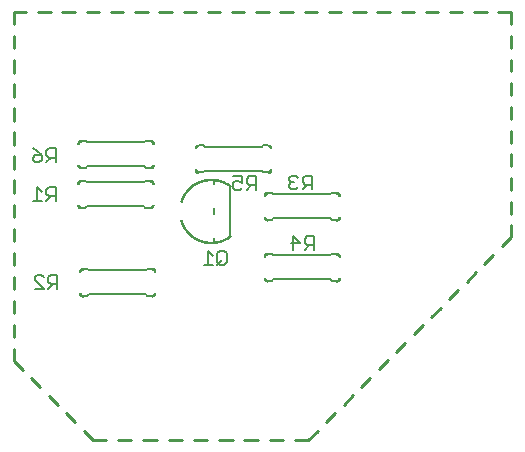
<source format=gbo>
G75*
%MOIN*%
%OFA0B0*%
%FSLAX25Y25*%
%IPPOS*%
%LPD*%
%AMOC8*
5,1,8,0,0,1.08239X$1,22.5*
%
%ADD10C,0.01000*%
%ADD11C,0.00060*%
%ADD12C,0.00600*%
%ADD13C,0.00500*%
D10*
X0013114Y0016136D02*
X0016136Y0013114D01*
X0018920Y0010330D02*
X0021943Y0007307D01*
X0024727Y0004523D02*
X0027750Y0001500D01*
X0032237Y0001500D01*
X0036174Y0001500D02*
X0040660Y0001500D01*
X0044597Y0001500D02*
X0049084Y0001500D01*
X0053021Y0001500D02*
X0057507Y0001500D01*
X0061444Y0001500D02*
X0065931Y0001500D01*
X0069868Y0001500D02*
X0074354Y0001500D01*
X0078291Y0001500D02*
X0082778Y0001500D01*
X0086715Y0001500D02*
X0091201Y0001500D01*
X0095138Y0001500D02*
X0099625Y0001500D01*
X0102698Y0004573D01*
X0105482Y0007357D02*
X0108555Y0010430D01*
X0111339Y0013214D02*
X0114412Y0016287D01*
X0117196Y0019071D02*
X0120269Y0022144D01*
X0123053Y0024928D02*
X0126126Y0028001D01*
X0128910Y0030785D02*
X0131983Y0033858D01*
X0134767Y0036642D02*
X0137840Y0039715D01*
X0140624Y0042499D02*
X0143697Y0045572D01*
X0146481Y0048356D02*
X0149554Y0051429D01*
X0152338Y0054213D02*
X0155411Y0057286D01*
X0158195Y0060070D02*
X0161268Y0063143D01*
X0164052Y0065927D02*
X0167125Y0069000D01*
X0167125Y0072957D01*
X0167125Y0076894D02*
X0167125Y0080850D01*
X0167125Y0084787D02*
X0167125Y0088744D01*
X0167125Y0092681D02*
X0167125Y0096638D01*
X0167125Y0100575D02*
X0167125Y0104531D01*
X0167125Y0108469D02*
X0167125Y0112425D01*
X0167125Y0116362D02*
X0167125Y0120319D01*
X0167125Y0124256D02*
X0167125Y0128213D01*
X0167125Y0132150D02*
X0167125Y0136106D01*
X0167125Y0140043D02*
X0167125Y0144000D01*
X0162988Y0144000D01*
X0159051Y0144000D02*
X0154913Y0144000D01*
X0150976Y0144000D02*
X0146839Y0144000D01*
X0142902Y0144000D02*
X0138764Y0144000D01*
X0134827Y0144000D02*
X0130690Y0144000D01*
X0126753Y0144000D02*
X0122616Y0144000D01*
X0118679Y0144000D02*
X0114541Y0144000D01*
X0110604Y0144000D02*
X0106467Y0144000D01*
X0102530Y0144000D02*
X0098393Y0144000D01*
X0094456Y0144000D02*
X0090318Y0144000D01*
X0086381Y0144000D02*
X0082244Y0144000D01*
X0078307Y0144000D02*
X0074169Y0144000D01*
X0070232Y0144000D02*
X0066095Y0144000D01*
X0062158Y0144000D02*
X0058021Y0144000D01*
X0054084Y0144000D02*
X0049946Y0144000D01*
X0046009Y0144000D02*
X0041872Y0144000D01*
X0037935Y0144000D02*
X0033798Y0144000D01*
X0029861Y0144000D02*
X0025723Y0144000D01*
X0021786Y0144000D02*
X0017649Y0144000D01*
X0013712Y0144000D02*
X0009574Y0144000D01*
X0005637Y0144000D02*
X0001500Y0144000D01*
X0001500Y0139925D01*
X0001500Y0135988D02*
X0001500Y0131912D01*
X0001500Y0127975D02*
X0001500Y0123900D01*
X0001500Y0119963D02*
X0001500Y0115887D01*
X0001500Y0111950D02*
X0001500Y0107875D01*
X0001500Y0103938D02*
X0001500Y0099862D01*
X0001500Y0095925D02*
X0001500Y0091850D01*
X0001500Y0087913D02*
X0001500Y0083837D01*
X0001500Y0079900D02*
X0001500Y0075825D01*
X0001500Y0071888D02*
X0001500Y0067812D01*
X0001500Y0063875D02*
X0001500Y0059800D01*
X0001500Y0055863D02*
X0001500Y0051787D01*
X0001500Y0047850D02*
X0001500Y0043775D01*
X0001500Y0039838D02*
X0001500Y0035762D01*
X0001500Y0031825D02*
X0001500Y0027750D01*
X0004523Y0024727D01*
X0007307Y0021943D02*
X0010330Y0018920D01*
D11*
X0023106Y0050471D02*
X0023646Y0050471D01*
X0023646Y0050470D02*
X0023650Y0050418D01*
X0023657Y0050367D01*
X0023668Y0050317D01*
X0023683Y0050267D01*
X0023701Y0050219D01*
X0023723Y0050172D01*
X0023748Y0050126D01*
X0023776Y0050083D01*
X0023807Y0050042D01*
X0023841Y0050002D01*
X0023877Y0049966D01*
X0023917Y0049932D01*
X0023958Y0049901D01*
X0024001Y0049873D01*
X0024047Y0049848D01*
X0024094Y0049826D01*
X0024142Y0049808D01*
X0024192Y0049793D01*
X0024242Y0049782D01*
X0024293Y0049775D01*
X0024345Y0049771D01*
X0024346Y0049231D01*
X0024345Y0049230D01*
X0024276Y0049234D01*
X0024207Y0049241D01*
X0024139Y0049252D01*
X0024072Y0049267D01*
X0024005Y0049285D01*
X0023939Y0049307D01*
X0023875Y0049332D01*
X0023812Y0049361D01*
X0023751Y0049394D01*
X0023692Y0049429D01*
X0023635Y0049468D01*
X0023580Y0049510D01*
X0023527Y0049554D01*
X0023477Y0049602D01*
X0023429Y0049652D01*
X0023385Y0049705D01*
X0023343Y0049760D01*
X0023304Y0049817D01*
X0023269Y0049876D01*
X0023236Y0049937D01*
X0023207Y0050000D01*
X0023182Y0050064D01*
X0023160Y0050130D01*
X0023142Y0050197D01*
X0023127Y0050264D01*
X0023116Y0050332D01*
X0023109Y0050401D01*
X0023105Y0050470D01*
X0023161Y0050470D01*
X0023165Y0050402D01*
X0023172Y0050334D01*
X0023184Y0050266D01*
X0023199Y0050200D01*
X0023218Y0050134D01*
X0023240Y0050069D01*
X0023266Y0050006D01*
X0023296Y0049944D01*
X0023329Y0049884D01*
X0023365Y0049826D01*
X0023405Y0049771D01*
X0023447Y0049717D01*
X0023493Y0049666D01*
X0023541Y0049618D01*
X0023592Y0049572D01*
X0023646Y0049530D01*
X0023701Y0049490D01*
X0023759Y0049454D01*
X0023819Y0049421D01*
X0023881Y0049391D01*
X0023944Y0049365D01*
X0024009Y0049343D01*
X0024075Y0049324D01*
X0024141Y0049309D01*
X0024209Y0049297D01*
X0024277Y0049290D01*
X0024345Y0049286D01*
X0024345Y0049342D01*
X0024277Y0049346D01*
X0024210Y0049354D01*
X0024144Y0049365D01*
X0024078Y0049381D01*
X0024013Y0049400D01*
X0023949Y0049423D01*
X0023887Y0049450D01*
X0023827Y0049480D01*
X0023768Y0049514D01*
X0023711Y0049551D01*
X0023657Y0049591D01*
X0023605Y0049635D01*
X0023556Y0049681D01*
X0023510Y0049730D01*
X0023466Y0049782D01*
X0023426Y0049836D01*
X0023389Y0049893D01*
X0023355Y0049952D01*
X0023325Y0050012D01*
X0023298Y0050074D01*
X0023275Y0050138D01*
X0023256Y0050203D01*
X0023240Y0050269D01*
X0023229Y0050335D01*
X0023221Y0050402D01*
X0023217Y0050470D01*
X0023273Y0050470D01*
X0023277Y0050406D01*
X0023284Y0050342D01*
X0023295Y0050279D01*
X0023310Y0050216D01*
X0023329Y0050155D01*
X0023350Y0050094D01*
X0023376Y0050035D01*
X0023405Y0049978D01*
X0023437Y0049922D01*
X0023472Y0049868D01*
X0023510Y0049817D01*
X0023552Y0049768D01*
X0023596Y0049721D01*
X0023643Y0049677D01*
X0023692Y0049635D01*
X0023743Y0049597D01*
X0023797Y0049562D01*
X0023853Y0049530D01*
X0023910Y0049501D01*
X0023969Y0049475D01*
X0024030Y0049454D01*
X0024091Y0049435D01*
X0024154Y0049420D01*
X0024217Y0049409D01*
X0024281Y0049402D01*
X0024345Y0049398D01*
X0024345Y0049454D01*
X0024282Y0049458D01*
X0024219Y0049466D01*
X0024157Y0049477D01*
X0024095Y0049492D01*
X0024035Y0049511D01*
X0023975Y0049533D01*
X0023918Y0049559D01*
X0023862Y0049589D01*
X0023807Y0049621D01*
X0023755Y0049657D01*
X0023705Y0049696D01*
X0023658Y0049738D01*
X0023613Y0049783D01*
X0023571Y0049830D01*
X0023532Y0049880D01*
X0023496Y0049932D01*
X0023464Y0049987D01*
X0023434Y0050043D01*
X0023408Y0050100D01*
X0023386Y0050160D01*
X0023367Y0050220D01*
X0023352Y0050282D01*
X0023341Y0050344D01*
X0023333Y0050407D01*
X0023329Y0050470D01*
X0023385Y0050470D01*
X0023389Y0050408D01*
X0023397Y0050346D01*
X0023409Y0050285D01*
X0023424Y0050225D01*
X0023443Y0050165D01*
X0023466Y0050107D01*
X0023493Y0050051D01*
X0023523Y0049996D01*
X0023556Y0049944D01*
X0023593Y0049893D01*
X0023632Y0049845D01*
X0023675Y0049800D01*
X0023720Y0049757D01*
X0023768Y0049718D01*
X0023819Y0049681D01*
X0023871Y0049648D01*
X0023926Y0049618D01*
X0023982Y0049591D01*
X0024040Y0049568D01*
X0024100Y0049549D01*
X0024160Y0049534D01*
X0024221Y0049522D01*
X0024283Y0049514D01*
X0024345Y0049510D01*
X0024345Y0049566D01*
X0024287Y0049570D01*
X0024228Y0049578D01*
X0024171Y0049589D01*
X0024114Y0049603D01*
X0024058Y0049621D01*
X0024004Y0049643D01*
X0023951Y0049668D01*
X0023899Y0049696D01*
X0023850Y0049728D01*
X0023802Y0049762D01*
X0023757Y0049799D01*
X0023715Y0049840D01*
X0023674Y0049882D01*
X0023637Y0049927D01*
X0023603Y0049975D01*
X0023571Y0050024D01*
X0023543Y0050076D01*
X0023518Y0050129D01*
X0023496Y0050183D01*
X0023478Y0050239D01*
X0023464Y0050296D01*
X0023453Y0050353D01*
X0023445Y0050412D01*
X0023441Y0050470D01*
X0023498Y0050470D01*
X0023501Y0050413D01*
X0023509Y0050356D01*
X0023520Y0050300D01*
X0023535Y0050244D01*
X0023554Y0050190D01*
X0023576Y0050137D01*
X0023601Y0050086D01*
X0023630Y0050036D01*
X0023661Y0049988D01*
X0023696Y0049943D01*
X0023734Y0049900D01*
X0023775Y0049859D01*
X0023818Y0049821D01*
X0023863Y0049786D01*
X0023911Y0049755D01*
X0023961Y0049726D01*
X0024012Y0049701D01*
X0024065Y0049679D01*
X0024119Y0049660D01*
X0024175Y0049645D01*
X0024231Y0049634D01*
X0024288Y0049626D01*
X0024345Y0049623D01*
X0024345Y0049679D01*
X0024289Y0049682D01*
X0024234Y0049690D01*
X0024179Y0049702D01*
X0024125Y0049717D01*
X0024072Y0049736D01*
X0024021Y0049758D01*
X0023972Y0049784D01*
X0023924Y0049813D01*
X0023878Y0049845D01*
X0023835Y0049881D01*
X0023794Y0049919D01*
X0023756Y0049960D01*
X0023720Y0050003D01*
X0023688Y0050049D01*
X0023659Y0050097D01*
X0023633Y0050146D01*
X0023611Y0050197D01*
X0023592Y0050250D01*
X0023577Y0050304D01*
X0023565Y0050359D01*
X0023557Y0050414D01*
X0023554Y0050470D01*
X0023610Y0050470D01*
X0023614Y0050416D01*
X0023622Y0050362D01*
X0023633Y0050309D01*
X0023649Y0050257D01*
X0023668Y0050206D01*
X0023691Y0050156D01*
X0023717Y0050108D01*
X0023746Y0050063D01*
X0023779Y0050019D01*
X0023814Y0049978D01*
X0023853Y0049939D01*
X0023894Y0049904D01*
X0023938Y0049871D01*
X0023983Y0049842D01*
X0024031Y0049816D01*
X0024081Y0049793D01*
X0024132Y0049774D01*
X0024184Y0049758D01*
X0024237Y0049747D01*
X0024291Y0049739D01*
X0024345Y0049735D01*
X0024346Y0058769D02*
X0024346Y0058229D01*
X0024345Y0058229D02*
X0024293Y0058225D01*
X0024242Y0058218D01*
X0024192Y0058207D01*
X0024142Y0058192D01*
X0024094Y0058174D01*
X0024047Y0058152D01*
X0024001Y0058127D01*
X0023958Y0058099D01*
X0023917Y0058068D01*
X0023877Y0058034D01*
X0023841Y0057998D01*
X0023807Y0057958D01*
X0023776Y0057917D01*
X0023748Y0057874D01*
X0023723Y0057828D01*
X0023701Y0057781D01*
X0023683Y0057733D01*
X0023668Y0057683D01*
X0023657Y0057633D01*
X0023650Y0057582D01*
X0023646Y0057530D01*
X0023106Y0057529D01*
X0023105Y0057530D01*
X0023109Y0057599D01*
X0023116Y0057668D01*
X0023127Y0057736D01*
X0023142Y0057803D01*
X0023160Y0057870D01*
X0023182Y0057936D01*
X0023207Y0058000D01*
X0023236Y0058063D01*
X0023269Y0058124D01*
X0023304Y0058183D01*
X0023343Y0058240D01*
X0023385Y0058295D01*
X0023429Y0058348D01*
X0023477Y0058398D01*
X0023527Y0058446D01*
X0023580Y0058490D01*
X0023635Y0058532D01*
X0023692Y0058571D01*
X0023751Y0058606D01*
X0023812Y0058639D01*
X0023875Y0058668D01*
X0023939Y0058693D01*
X0024005Y0058715D01*
X0024072Y0058733D01*
X0024139Y0058748D01*
X0024207Y0058759D01*
X0024276Y0058766D01*
X0024345Y0058770D01*
X0024345Y0058714D01*
X0024277Y0058710D01*
X0024209Y0058703D01*
X0024141Y0058691D01*
X0024075Y0058676D01*
X0024009Y0058657D01*
X0023944Y0058635D01*
X0023881Y0058609D01*
X0023819Y0058579D01*
X0023759Y0058546D01*
X0023701Y0058510D01*
X0023646Y0058470D01*
X0023592Y0058428D01*
X0023541Y0058382D01*
X0023493Y0058334D01*
X0023447Y0058283D01*
X0023405Y0058229D01*
X0023365Y0058174D01*
X0023329Y0058116D01*
X0023296Y0058056D01*
X0023266Y0057994D01*
X0023240Y0057931D01*
X0023218Y0057866D01*
X0023199Y0057800D01*
X0023184Y0057734D01*
X0023172Y0057666D01*
X0023165Y0057598D01*
X0023161Y0057530D01*
X0023217Y0057530D01*
X0023221Y0057598D01*
X0023229Y0057665D01*
X0023240Y0057731D01*
X0023256Y0057797D01*
X0023275Y0057862D01*
X0023298Y0057926D01*
X0023325Y0057988D01*
X0023355Y0058048D01*
X0023389Y0058107D01*
X0023426Y0058164D01*
X0023466Y0058218D01*
X0023510Y0058270D01*
X0023556Y0058319D01*
X0023605Y0058365D01*
X0023657Y0058409D01*
X0023711Y0058449D01*
X0023768Y0058486D01*
X0023827Y0058520D01*
X0023887Y0058550D01*
X0023949Y0058577D01*
X0024013Y0058600D01*
X0024078Y0058619D01*
X0024144Y0058635D01*
X0024210Y0058646D01*
X0024277Y0058654D01*
X0024345Y0058658D01*
X0024345Y0058602D01*
X0024281Y0058598D01*
X0024217Y0058591D01*
X0024154Y0058580D01*
X0024091Y0058565D01*
X0024030Y0058546D01*
X0023969Y0058525D01*
X0023910Y0058499D01*
X0023853Y0058470D01*
X0023797Y0058438D01*
X0023743Y0058403D01*
X0023692Y0058365D01*
X0023643Y0058323D01*
X0023596Y0058279D01*
X0023552Y0058232D01*
X0023510Y0058183D01*
X0023472Y0058132D01*
X0023437Y0058078D01*
X0023405Y0058022D01*
X0023376Y0057965D01*
X0023350Y0057906D01*
X0023329Y0057845D01*
X0023310Y0057784D01*
X0023295Y0057721D01*
X0023284Y0057658D01*
X0023277Y0057594D01*
X0023273Y0057530D01*
X0023329Y0057530D01*
X0023333Y0057593D01*
X0023341Y0057656D01*
X0023352Y0057718D01*
X0023367Y0057780D01*
X0023386Y0057840D01*
X0023408Y0057900D01*
X0023434Y0057957D01*
X0023464Y0058013D01*
X0023496Y0058068D01*
X0023532Y0058120D01*
X0023571Y0058170D01*
X0023613Y0058217D01*
X0023658Y0058262D01*
X0023705Y0058304D01*
X0023755Y0058343D01*
X0023807Y0058379D01*
X0023862Y0058411D01*
X0023918Y0058441D01*
X0023975Y0058467D01*
X0024035Y0058489D01*
X0024095Y0058508D01*
X0024157Y0058523D01*
X0024219Y0058534D01*
X0024282Y0058542D01*
X0024345Y0058546D01*
X0024345Y0058490D01*
X0024283Y0058486D01*
X0024221Y0058478D01*
X0024160Y0058466D01*
X0024100Y0058451D01*
X0024040Y0058432D01*
X0023982Y0058409D01*
X0023926Y0058382D01*
X0023871Y0058352D01*
X0023819Y0058319D01*
X0023768Y0058282D01*
X0023720Y0058243D01*
X0023675Y0058200D01*
X0023632Y0058155D01*
X0023593Y0058107D01*
X0023556Y0058056D01*
X0023523Y0058004D01*
X0023493Y0057949D01*
X0023466Y0057893D01*
X0023443Y0057835D01*
X0023424Y0057775D01*
X0023409Y0057715D01*
X0023397Y0057654D01*
X0023389Y0057592D01*
X0023385Y0057530D01*
X0023441Y0057530D01*
X0023445Y0057588D01*
X0023453Y0057647D01*
X0023464Y0057704D01*
X0023478Y0057761D01*
X0023496Y0057817D01*
X0023518Y0057871D01*
X0023543Y0057924D01*
X0023571Y0057976D01*
X0023603Y0058025D01*
X0023637Y0058073D01*
X0023674Y0058118D01*
X0023715Y0058160D01*
X0023757Y0058201D01*
X0023802Y0058238D01*
X0023850Y0058272D01*
X0023899Y0058304D01*
X0023951Y0058332D01*
X0024004Y0058357D01*
X0024058Y0058379D01*
X0024114Y0058397D01*
X0024171Y0058411D01*
X0024228Y0058422D01*
X0024287Y0058430D01*
X0024345Y0058434D01*
X0024345Y0058377D01*
X0024288Y0058374D01*
X0024231Y0058366D01*
X0024175Y0058355D01*
X0024119Y0058340D01*
X0024065Y0058321D01*
X0024012Y0058299D01*
X0023961Y0058274D01*
X0023911Y0058245D01*
X0023863Y0058214D01*
X0023818Y0058179D01*
X0023775Y0058141D01*
X0023734Y0058100D01*
X0023696Y0058057D01*
X0023661Y0058012D01*
X0023630Y0057964D01*
X0023601Y0057914D01*
X0023576Y0057863D01*
X0023554Y0057810D01*
X0023535Y0057756D01*
X0023520Y0057700D01*
X0023509Y0057644D01*
X0023501Y0057587D01*
X0023498Y0057530D01*
X0023554Y0057530D01*
X0023557Y0057586D01*
X0023565Y0057641D01*
X0023577Y0057696D01*
X0023592Y0057750D01*
X0023611Y0057803D01*
X0023633Y0057854D01*
X0023659Y0057903D01*
X0023688Y0057951D01*
X0023720Y0057997D01*
X0023756Y0058040D01*
X0023794Y0058081D01*
X0023835Y0058119D01*
X0023878Y0058155D01*
X0023924Y0058187D01*
X0023972Y0058216D01*
X0024021Y0058242D01*
X0024072Y0058264D01*
X0024125Y0058283D01*
X0024179Y0058298D01*
X0024234Y0058310D01*
X0024289Y0058318D01*
X0024345Y0058321D01*
X0024345Y0058265D01*
X0024291Y0058261D01*
X0024237Y0058253D01*
X0024184Y0058242D01*
X0024132Y0058226D01*
X0024081Y0058207D01*
X0024031Y0058184D01*
X0023983Y0058158D01*
X0023938Y0058129D01*
X0023894Y0058096D01*
X0023853Y0058061D01*
X0023814Y0058022D01*
X0023779Y0057981D01*
X0023746Y0057937D01*
X0023717Y0057892D01*
X0023691Y0057844D01*
X0023668Y0057794D01*
X0023649Y0057743D01*
X0023633Y0057691D01*
X0023622Y0057638D01*
X0023614Y0057584D01*
X0023610Y0057530D01*
X0048644Y0057529D02*
X0048104Y0057529D01*
X0048104Y0057530D02*
X0048100Y0057582D01*
X0048093Y0057633D01*
X0048082Y0057683D01*
X0048067Y0057733D01*
X0048049Y0057781D01*
X0048027Y0057828D01*
X0048002Y0057874D01*
X0047974Y0057917D01*
X0047943Y0057958D01*
X0047909Y0057998D01*
X0047873Y0058034D01*
X0047833Y0058068D01*
X0047792Y0058099D01*
X0047749Y0058127D01*
X0047703Y0058152D01*
X0047656Y0058174D01*
X0047608Y0058192D01*
X0047558Y0058207D01*
X0047508Y0058218D01*
X0047457Y0058225D01*
X0047405Y0058229D01*
X0047404Y0058769D01*
X0047405Y0058770D01*
X0047474Y0058766D01*
X0047543Y0058759D01*
X0047611Y0058748D01*
X0047678Y0058733D01*
X0047745Y0058715D01*
X0047811Y0058693D01*
X0047875Y0058668D01*
X0047938Y0058639D01*
X0047999Y0058606D01*
X0048058Y0058571D01*
X0048115Y0058532D01*
X0048170Y0058490D01*
X0048223Y0058446D01*
X0048273Y0058398D01*
X0048321Y0058348D01*
X0048365Y0058295D01*
X0048407Y0058240D01*
X0048446Y0058183D01*
X0048481Y0058124D01*
X0048514Y0058063D01*
X0048543Y0058000D01*
X0048568Y0057936D01*
X0048590Y0057870D01*
X0048608Y0057803D01*
X0048623Y0057736D01*
X0048634Y0057668D01*
X0048641Y0057599D01*
X0048645Y0057530D01*
X0048589Y0057530D01*
X0048585Y0057598D01*
X0048578Y0057666D01*
X0048566Y0057734D01*
X0048551Y0057800D01*
X0048532Y0057866D01*
X0048510Y0057931D01*
X0048484Y0057994D01*
X0048454Y0058056D01*
X0048421Y0058116D01*
X0048385Y0058174D01*
X0048345Y0058229D01*
X0048303Y0058283D01*
X0048257Y0058334D01*
X0048209Y0058382D01*
X0048158Y0058428D01*
X0048104Y0058470D01*
X0048049Y0058510D01*
X0047991Y0058546D01*
X0047931Y0058579D01*
X0047869Y0058609D01*
X0047806Y0058635D01*
X0047741Y0058657D01*
X0047675Y0058676D01*
X0047609Y0058691D01*
X0047541Y0058703D01*
X0047473Y0058710D01*
X0047405Y0058714D01*
X0047405Y0058658D01*
X0047473Y0058654D01*
X0047540Y0058646D01*
X0047606Y0058635D01*
X0047672Y0058619D01*
X0047737Y0058600D01*
X0047801Y0058577D01*
X0047863Y0058550D01*
X0047923Y0058520D01*
X0047982Y0058486D01*
X0048039Y0058449D01*
X0048093Y0058409D01*
X0048145Y0058365D01*
X0048194Y0058319D01*
X0048240Y0058270D01*
X0048284Y0058218D01*
X0048324Y0058164D01*
X0048361Y0058107D01*
X0048395Y0058048D01*
X0048425Y0057988D01*
X0048452Y0057926D01*
X0048475Y0057862D01*
X0048494Y0057797D01*
X0048510Y0057731D01*
X0048521Y0057665D01*
X0048529Y0057598D01*
X0048533Y0057530D01*
X0048477Y0057530D01*
X0048473Y0057594D01*
X0048466Y0057658D01*
X0048455Y0057721D01*
X0048440Y0057784D01*
X0048421Y0057845D01*
X0048400Y0057906D01*
X0048374Y0057965D01*
X0048345Y0058022D01*
X0048313Y0058078D01*
X0048278Y0058132D01*
X0048240Y0058183D01*
X0048198Y0058232D01*
X0048154Y0058279D01*
X0048107Y0058323D01*
X0048058Y0058365D01*
X0048007Y0058403D01*
X0047953Y0058438D01*
X0047897Y0058470D01*
X0047840Y0058499D01*
X0047781Y0058525D01*
X0047720Y0058546D01*
X0047659Y0058565D01*
X0047596Y0058580D01*
X0047533Y0058591D01*
X0047469Y0058598D01*
X0047405Y0058602D01*
X0047405Y0058546D01*
X0047468Y0058542D01*
X0047531Y0058534D01*
X0047593Y0058523D01*
X0047655Y0058508D01*
X0047715Y0058489D01*
X0047775Y0058467D01*
X0047832Y0058441D01*
X0047888Y0058411D01*
X0047943Y0058379D01*
X0047995Y0058343D01*
X0048045Y0058304D01*
X0048092Y0058262D01*
X0048137Y0058217D01*
X0048179Y0058170D01*
X0048218Y0058120D01*
X0048254Y0058068D01*
X0048286Y0058013D01*
X0048316Y0057957D01*
X0048342Y0057900D01*
X0048364Y0057840D01*
X0048383Y0057780D01*
X0048398Y0057718D01*
X0048409Y0057656D01*
X0048417Y0057593D01*
X0048421Y0057530D01*
X0048365Y0057530D01*
X0048361Y0057592D01*
X0048353Y0057654D01*
X0048341Y0057715D01*
X0048326Y0057775D01*
X0048307Y0057835D01*
X0048284Y0057893D01*
X0048257Y0057949D01*
X0048227Y0058004D01*
X0048194Y0058056D01*
X0048157Y0058107D01*
X0048118Y0058155D01*
X0048075Y0058200D01*
X0048030Y0058243D01*
X0047982Y0058282D01*
X0047931Y0058319D01*
X0047879Y0058352D01*
X0047824Y0058382D01*
X0047768Y0058409D01*
X0047710Y0058432D01*
X0047650Y0058451D01*
X0047590Y0058466D01*
X0047529Y0058478D01*
X0047467Y0058486D01*
X0047405Y0058490D01*
X0047405Y0058434D01*
X0047463Y0058430D01*
X0047522Y0058422D01*
X0047579Y0058411D01*
X0047636Y0058397D01*
X0047692Y0058379D01*
X0047746Y0058357D01*
X0047799Y0058332D01*
X0047851Y0058304D01*
X0047900Y0058272D01*
X0047948Y0058238D01*
X0047993Y0058201D01*
X0048035Y0058160D01*
X0048076Y0058118D01*
X0048113Y0058073D01*
X0048147Y0058025D01*
X0048179Y0057976D01*
X0048207Y0057924D01*
X0048232Y0057871D01*
X0048254Y0057817D01*
X0048272Y0057761D01*
X0048286Y0057704D01*
X0048297Y0057647D01*
X0048305Y0057588D01*
X0048309Y0057530D01*
X0048252Y0057530D01*
X0048249Y0057587D01*
X0048241Y0057644D01*
X0048230Y0057700D01*
X0048215Y0057756D01*
X0048196Y0057810D01*
X0048174Y0057863D01*
X0048149Y0057914D01*
X0048120Y0057964D01*
X0048089Y0058012D01*
X0048054Y0058057D01*
X0048016Y0058100D01*
X0047975Y0058141D01*
X0047932Y0058179D01*
X0047887Y0058214D01*
X0047839Y0058245D01*
X0047789Y0058274D01*
X0047738Y0058299D01*
X0047685Y0058321D01*
X0047631Y0058340D01*
X0047575Y0058355D01*
X0047519Y0058366D01*
X0047462Y0058374D01*
X0047405Y0058377D01*
X0047405Y0058321D01*
X0047461Y0058318D01*
X0047516Y0058310D01*
X0047571Y0058298D01*
X0047625Y0058283D01*
X0047678Y0058264D01*
X0047729Y0058242D01*
X0047778Y0058216D01*
X0047826Y0058187D01*
X0047872Y0058155D01*
X0047915Y0058119D01*
X0047956Y0058081D01*
X0047994Y0058040D01*
X0048030Y0057997D01*
X0048062Y0057951D01*
X0048091Y0057903D01*
X0048117Y0057854D01*
X0048139Y0057803D01*
X0048158Y0057750D01*
X0048173Y0057696D01*
X0048185Y0057641D01*
X0048193Y0057586D01*
X0048196Y0057530D01*
X0048140Y0057530D01*
X0048136Y0057584D01*
X0048128Y0057638D01*
X0048117Y0057691D01*
X0048101Y0057743D01*
X0048082Y0057794D01*
X0048059Y0057844D01*
X0048033Y0057892D01*
X0048004Y0057937D01*
X0047971Y0057981D01*
X0047936Y0058022D01*
X0047897Y0058061D01*
X0047856Y0058096D01*
X0047812Y0058129D01*
X0047767Y0058158D01*
X0047719Y0058184D01*
X0047669Y0058207D01*
X0047618Y0058226D01*
X0047566Y0058242D01*
X0047513Y0058253D01*
X0047459Y0058261D01*
X0047405Y0058265D01*
X0047404Y0049231D02*
X0047404Y0049771D01*
X0047405Y0049771D02*
X0047457Y0049775D01*
X0047508Y0049782D01*
X0047558Y0049793D01*
X0047608Y0049808D01*
X0047656Y0049826D01*
X0047703Y0049848D01*
X0047749Y0049873D01*
X0047792Y0049901D01*
X0047833Y0049932D01*
X0047873Y0049966D01*
X0047909Y0050002D01*
X0047943Y0050042D01*
X0047974Y0050083D01*
X0048002Y0050126D01*
X0048027Y0050172D01*
X0048049Y0050219D01*
X0048067Y0050267D01*
X0048082Y0050317D01*
X0048093Y0050367D01*
X0048100Y0050418D01*
X0048104Y0050470D01*
X0048644Y0050471D01*
X0048645Y0050470D01*
X0048641Y0050401D01*
X0048634Y0050332D01*
X0048623Y0050264D01*
X0048608Y0050197D01*
X0048590Y0050130D01*
X0048568Y0050064D01*
X0048543Y0050000D01*
X0048514Y0049937D01*
X0048481Y0049876D01*
X0048446Y0049817D01*
X0048407Y0049760D01*
X0048365Y0049705D01*
X0048321Y0049652D01*
X0048273Y0049602D01*
X0048223Y0049554D01*
X0048170Y0049510D01*
X0048115Y0049468D01*
X0048058Y0049429D01*
X0047999Y0049394D01*
X0047938Y0049361D01*
X0047875Y0049332D01*
X0047811Y0049307D01*
X0047745Y0049285D01*
X0047678Y0049267D01*
X0047611Y0049252D01*
X0047543Y0049241D01*
X0047474Y0049234D01*
X0047405Y0049230D01*
X0047405Y0049286D01*
X0047473Y0049290D01*
X0047541Y0049297D01*
X0047609Y0049309D01*
X0047675Y0049324D01*
X0047741Y0049343D01*
X0047806Y0049365D01*
X0047869Y0049391D01*
X0047931Y0049421D01*
X0047991Y0049454D01*
X0048049Y0049490D01*
X0048104Y0049530D01*
X0048158Y0049572D01*
X0048209Y0049618D01*
X0048257Y0049666D01*
X0048303Y0049717D01*
X0048345Y0049771D01*
X0048385Y0049826D01*
X0048421Y0049884D01*
X0048454Y0049944D01*
X0048484Y0050006D01*
X0048510Y0050069D01*
X0048532Y0050134D01*
X0048551Y0050200D01*
X0048566Y0050266D01*
X0048578Y0050334D01*
X0048585Y0050402D01*
X0048589Y0050470D01*
X0048533Y0050470D01*
X0048529Y0050402D01*
X0048521Y0050335D01*
X0048510Y0050269D01*
X0048494Y0050203D01*
X0048475Y0050138D01*
X0048452Y0050074D01*
X0048425Y0050012D01*
X0048395Y0049952D01*
X0048361Y0049893D01*
X0048324Y0049836D01*
X0048284Y0049782D01*
X0048240Y0049730D01*
X0048194Y0049681D01*
X0048145Y0049635D01*
X0048093Y0049591D01*
X0048039Y0049551D01*
X0047982Y0049514D01*
X0047923Y0049480D01*
X0047863Y0049450D01*
X0047801Y0049423D01*
X0047737Y0049400D01*
X0047672Y0049381D01*
X0047606Y0049365D01*
X0047540Y0049354D01*
X0047473Y0049346D01*
X0047405Y0049342D01*
X0047405Y0049398D01*
X0047469Y0049402D01*
X0047533Y0049409D01*
X0047596Y0049420D01*
X0047659Y0049435D01*
X0047720Y0049454D01*
X0047781Y0049475D01*
X0047840Y0049501D01*
X0047897Y0049530D01*
X0047953Y0049562D01*
X0048007Y0049597D01*
X0048058Y0049635D01*
X0048107Y0049677D01*
X0048154Y0049721D01*
X0048198Y0049768D01*
X0048240Y0049817D01*
X0048278Y0049868D01*
X0048313Y0049922D01*
X0048345Y0049978D01*
X0048374Y0050035D01*
X0048400Y0050094D01*
X0048421Y0050155D01*
X0048440Y0050216D01*
X0048455Y0050279D01*
X0048466Y0050342D01*
X0048473Y0050406D01*
X0048477Y0050470D01*
X0048421Y0050470D01*
X0048417Y0050407D01*
X0048409Y0050344D01*
X0048398Y0050282D01*
X0048383Y0050220D01*
X0048364Y0050160D01*
X0048342Y0050100D01*
X0048316Y0050043D01*
X0048286Y0049987D01*
X0048254Y0049932D01*
X0048218Y0049880D01*
X0048179Y0049830D01*
X0048137Y0049783D01*
X0048092Y0049738D01*
X0048045Y0049696D01*
X0047995Y0049657D01*
X0047943Y0049621D01*
X0047888Y0049589D01*
X0047832Y0049559D01*
X0047775Y0049533D01*
X0047715Y0049511D01*
X0047655Y0049492D01*
X0047593Y0049477D01*
X0047531Y0049466D01*
X0047468Y0049458D01*
X0047405Y0049454D01*
X0047405Y0049510D01*
X0047467Y0049514D01*
X0047529Y0049522D01*
X0047590Y0049534D01*
X0047650Y0049549D01*
X0047710Y0049568D01*
X0047768Y0049591D01*
X0047824Y0049618D01*
X0047879Y0049648D01*
X0047931Y0049681D01*
X0047982Y0049718D01*
X0048030Y0049757D01*
X0048075Y0049800D01*
X0048118Y0049845D01*
X0048157Y0049893D01*
X0048194Y0049944D01*
X0048227Y0049996D01*
X0048257Y0050051D01*
X0048284Y0050107D01*
X0048307Y0050165D01*
X0048326Y0050225D01*
X0048341Y0050285D01*
X0048353Y0050346D01*
X0048361Y0050408D01*
X0048365Y0050470D01*
X0048309Y0050470D01*
X0048305Y0050412D01*
X0048297Y0050353D01*
X0048286Y0050296D01*
X0048272Y0050239D01*
X0048254Y0050183D01*
X0048232Y0050129D01*
X0048207Y0050076D01*
X0048179Y0050024D01*
X0048147Y0049975D01*
X0048113Y0049927D01*
X0048076Y0049882D01*
X0048035Y0049840D01*
X0047993Y0049799D01*
X0047948Y0049762D01*
X0047900Y0049728D01*
X0047851Y0049696D01*
X0047799Y0049668D01*
X0047746Y0049643D01*
X0047692Y0049621D01*
X0047636Y0049603D01*
X0047579Y0049589D01*
X0047522Y0049578D01*
X0047463Y0049570D01*
X0047405Y0049566D01*
X0047405Y0049623D01*
X0047462Y0049626D01*
X0047519Y0049634D01*
X0047575Y0049645D01*
X0047631Y0049660D01*
X0047685Y0049679D01*
X0047738Y0049701D01*
X0047789Y0049726D01*
X0047839Y0049755D01*
X0047887Y0049786D01*
X0047932Y0049821D01*
X0047975Y0049859D01*
X0048016Y0049900D01*
X0048054Y0049943D01*
X0048089Y0049988D01*
X0048120Y0050036D01*
X0048149Y0050086D01*
X0048174Y0050137D01*
X0048196Y0050190D01*
X0048215Y0050244D01*
X0048230Y0050300D01*
X0048241Y0050356D01*
X0048249Y0050413D01*
X0048252Y0050470D01*
X0048196Y0050470D01*
X0048193Y0050414D01*
X0048185Y0050359D01*
X0048173Y0050304D01*
X0048158Y0050250D01*
X0048139Y0050197D01*
X0048117Y0050146D01*
X0048091Y0050097D01*
X0048062Y0050049D01*
X0048030Y0050003D01*
X0047994Y0049960D01*
X0047956Y0049919D01*
X0047915Y0049881D01*
X0047872Y0049845D01*
X0047826Y0049813D01*
X0047778Y0049784D01*
X0047729Y0049758D01*
X0047678Y0049736D01*
X0047625Y0049717D01*
X0047571Y0049702D01*
X0047516Y0049690D01*
X0047461Y0049682D01*
X0047405Y0049679D01*
X0047405Y0049735D01*
X0047459Y0049739D01*
X0047513Y0049747D01*
X0047566Y0049758D01*
X0047618Y0049774D01*
X0047669Y0049793D01*
X0047719Y0049816D01*
X0047767Y0049842D01*
X0047812Y0049871D01*
X0047856Y0049904D01*
X0047897Y0049939D01*
X0047936Y0049978D01*
X0047971Y0050019D01*
X0048004Y0050063D01*
X0048033Y0050108D01*
X0048059Y0050156D01*
X0048082Y0050206D01*
X0048101Y0050257D01*
X0048117Y0050309D01*
X0048128Y0050362D01*
X0048136Y0050416D01*
X0048140Y0050470D01*
X0073768Y0086226D02*
X0073434Y0085802D01*
X0073434Y0085803D02*
X0073235Y0085955D01*
X0073033Y0086102D01*
X0072827Y0086244D01*
X0072617Y0086381D01*
X0072404Y0086513D01*
X0072188Y0086639D01*
X0071969Y0086760D01*
X0071747Y0086876D01*
X0071523Y0086987D01*
X0071295Y0087091D01*
X0071065Y0087191D01*
X0070833Y0087284D01*
X0070599Y0087372D01*
X0070362Y0087454D01*
X0070124Y0087531D01*
X0069884Y0087601D01*
X0069642Y0087666D01*
X0069399Y0087724D01*
X0069154Y0087777D01*
X0068908Y0087823D01*
X0068661Y0087864D01*
X0068413Y0087899D01*
X0068164Y0087927D01*
X0067915Y0087949D01*
X0067665Y0087966D01*
X0067415Y0087976D01*
X0067165Y0087980D01*
X0066914Y0087978D01*
X0066664Y0087970D01*
X0066414Y0087955D01*
X0066165Y0087935D01*
X0065916Y0087908D01*
X0065668Y0087876D01*
X0065420Y0087837D01*
X0065174Y0087792D01*
X0064929Y0087741D01*
X0064685Y0087685D01*
X0064443Y0087622D01*
X0064202Y0087554D01*
X0063963Y0087479D01*
X0063726Y0087399D01*
X0063491Y0087313D01*
X0063258Y0087221D01*
X0063027Y0087123D01*
X0062799Y0087020D01*
X0062574Y0086912D01*
X0062351Y0086798D01*
X0062131Y0086678D01*
X0061914Y0086553D01*
X0061700Y0086423D01*
X0061489Y0086288D01*
X0061282Y0086147D01*
X0061079Y0086002D01*
X0060878Y0085851D01*
X0060682Y0085696D01*
X0060490Y0085536D01*
X0060301Y0085371D01*
X0060117Y0085202D01*
X0059936Y0085029D01*
X0059760Y0084850D01*
X0059589Y0084668D01*
X0059422Y0084482D01*
X0059259Y0084291D01*
X0059102Y0084097D01*
X0058949Y0083899D01*
X0058801Y0083697D01*
X0058658Y0083491D01*
X0058520Y0083282D01*
X0058387Y0083070D01*
X0058260Y0082855D01*
X0058137Y0082636D01*
X0058021Y0082415D01*
X0057909Y0082191D01*
X0057803Y0081964D01*
X0057703Y0081735D01*
X0057608Y0081503D01*
X0057519Y0081269D01*
X0057436Y0081033D01*
X0057359Y0080795D01*
X0056843Y0080953D01*
X0056843Y0080954D01*
X0056924Y0081205D01*
X0057012Y0081453D01*
X0057105Y0081700D01*
X0057205Y0081944D01*
X0057311Y0082185D01*
X0057422Y0082424D01*
X0057539Y0082660D01*
X0057662Y0082893D01*
X0057791Y0083123D01*
X0057925Y0083350D01*
X0058065Y0083573D01*
X0058210Y0083793D01*
X0058361Y0084010D01*
X0058517Y0084222D01*
X0058678Y0084431D01*
X0058844Y0084636D01*
X0059015Y0084836D01*
X0059191Y0085033D01*
X0059371Y0085225D01*
X0059556Y0085412D01*
X0059746Y0085595D01*
X0059940Y0085773D01*
X0060139Y0085947D01*
X0060342Y0086115D01*
X0060548Y0086279D01*
X0060759Y0086437D01*
X0060973Y0086590D01*
X0061192Y0086738D01*
X0061413Y0086881D01*
X0061639Y0087018D01*
X0061867Y0087149D01*
X0062099Y0087275D01*
X0062333Y0087395D01*
X0062571Y0087510D01*
X0062811Y0087618D01*
X0063054Y0087721D01*
X0063299Y0087817D01*
X0063546Y0087908D01*
X0063796Y0087993D01*
X0064048Y0088071D01*
X0064301Y0088143D01*
X0064556Y0088209D01*
X0064813Y0088269D01*
X0065071Y0088322D01*
X0065331Y0088369D01*
X0065591Y0088410D01*
X0065852Y0088445D01*
X0066114Y0088472D01*
X0066377Y0088494D01*
X0066640Y0088509D01*
X0066904Y0088518D01*
X0067167Y0088520D01*
X0067431Y0088516D01*
X0067694Y0088505D01*
X0067957Y0088488D01*
X0068220Y0088464D01*
X0068482Y0088434D01*
X0068743Y0088398D01*
X0069003Y0088355D01*
X0069262Y0088306D01*
X0069519Y0088250D01*
X0069776Y0088189D01*
X0070030Y0088121D01*
X0070283Y0088047D01*
X0070534Y0087966D01*
X0070783Y0087880D01*
X0071030Y0087787D01*
X0071274Y0087689D01*
X0071516Y0087584D01*
X0071756Y0087474D01*
X0071992Y0087357D01*
X0072226Y0087235D01*
X0072457Y0087108D01*
X0072684Y0086974D01*
X0072908Y0086836D01*
X0073129Y0086691D01*
X0073346Y0086542D01*
X0073559Y0086387D01*
X0073768Y0086227D01*
X0073734Y0086183D01*
X0073525Y0086342D01*
X0073313Y0086496D01*
X0073097Y0086645D01*
X0072878Y0086788D01*
X0072655Y0086927D01*
X0072429Y0087059D01*
X0072199Y0087186D01*
X0071967Y0087307D01*
X0071732Y0087423D01*
X0071493Y0087533D01*
X0071253Y0087637D01*
X0071010Y0087735D01*
X0070764Y0087827D01*
X0070516Y0087913D01*
X0070267Y0087993D01*
X0070015Y0088067D01*
X0069762Y0088134D01*
X0069507Y0088196D01*
X0069250Y0088251D01*
X0068993Y0088300D01*
X0068734Y0088342D01*
X0068474Y0088379D01*
X0068214Y0088409D01*
X0067953Y0088432D01*
X0067691Y0088449D01*
X0067429Y0088460D01*
X0067167Y0088464D01*
X0066905Y0088462D01*
X0066643Y0088453D01*
X0066381Y0088438D01*
X0066120Y0088417D01*
X0065859Y0088389D01*
X0065599Y0088355D01*
X0065340Y0088314D01*
X0065082Y0088267D01*
X0064825Y0088214D01*
X0064570Y0088155D01*
X0064316Y0088089D01*
X0064064Y0088017D01*
X0063813Y0087939D01*
X0063565Y0087855D01*
X0063319Y0087765D01*
X0063075Y0087669D01*
X0062833Y0087567D01*
X0062594Y0087459D01*
X0062358Y0087345D01*
X0062125Y0087226D01*
X0061894Y0087100D01*
X0061667Y0086970D01*
X0061443Y0086833D01*
X0061223Y0086692D01*
X0061005Y0086544D01*
X0060792Y0086392D01*
X0060583Y0086234D01*
X0060377Y0086072D01*
X0060175Y0085904D01*
X0059978Y0085732D01*
X0059785Y0085554D01*
X0059596Y0085372D01*
X0059412Y0085186D01*
X0059232Y0084995D01*
X0059057Y0084800D01*
X0058887Y0084600D01*
X0058722Y0084396D01*
X0058562Y0084189D01*
X0058407Y0083977D01*
X0058257Y0083762D01*
X0058112Y0083543D01*
X0057973Y0083321D01*
X0057840Y0083095D01*
X0057712Y0082866D01*
X0057589Y0082635D01*
X0057473Y0082400D01*
X0057362Y0082162D01*
X0057257Y0081922D01*
X0057157Y0081679D01*
X0057064Y0081434D01*
X0056977Y0081187D01*
X0056896Y0080937D01*
X0056950Y0080921D01*
X0057030Y0081169D01*
X0057117Y0081415D01*
X0057210Y0081659D01*
X0057308Y0081900D01*
X0057413Y0082139D01*
X0057523Y0082376D01*
X0057639Y0082609D01*
X0057761Y0082840D01*
X0057888Y0083067D01*
X0058021Y0083292D01*
X0058159Y0083513D01*
X0058303Y0083731D01*
X0058452Y0083945D01*
X0058606Y0084155D01*
X0058766Y0084362D01*
X0058930Y0084564D01*
X0059099Y0084763D01*
X0059273Y0084957D01*
X0059452Y0085147D01*
X0059635Y0085333D01*
X0059823Y0085514D01*
X0060015Y0085690D01*
X0060212Y0085862D01*
X0060412Y0086028D01*
X0060617Y0086190D01*
X0060825Y0086347D01*
X0061037Y0086498D01*
X0061253Y0086645D01*
X0061473Y0086786D01*
X0061696Y0086921D01*
X0061922Y0087052D01*
X0062151Y0087176D01*
X0062383Y0087295D01*
X0062618Y0087408D01*
X0062856Y0087516D01*
X0063096Y0087617D01*
X0063339Y0087713D01*
X0063584Y0087802D01*
X0063831Y0087886D01*
X0064080Y0087964D01*
X0064331Y0088035D01*
X0064583Y0088100D01*
X0064837Y0088160D01*
X0065093Y0088212D01*
X0065349Y0088259D01*
X0065607Y0088299D01*
X0065865Y0088333D01*
X0066125Y0088361D01*
X0066385Y0088382D01*
X0066645Y0088397D01*
X0066906Y0088406D01*
X0067167Y0088408D01*
X0067427Y0088404D01*
X0067688Y0088393D01*
X0067948Y0088376D01*
X0068208Y0088353D01*
X0068467Y0088323D01*
X0068726Y0088287D01*
X0068983Y0088245D01*
X0069239Y0088196D01*
X0069494Y0088141D01*
X0069748Y0088080D01*
X0070000Y0088013D01*
X0070250Y0087940D01*
X0070499Y0087860D01*
X0070745Y0087774D01*
X0070989Y0087683D01*
X0071231Y0087585D01*
X0071471Y0087482D01*
X0071707Y0087373D01*
X0071942Y0087258D01*
X0072173Y0087137D01*
X0072401Y0087011D01*
X0072626Y0086879D01*
X0072848Y0086741D01*
X0073066Y0086599D01*
X0073281Y0086451D01*
X0073492Y0086297D01*
X0073699Y0086139D01*
X0073664Y0086095D01*
X0073458Y0086252D01*
X0073248Y0086405D01*
X0073035Y0086552D01*
X0072818Y0086694D01*
X0072597Y0086831D01*
X0072373Y0086962D01*
X0072146Y0087088D01*
X0071916Y0087208D01*
X0071683Y0087322D01*
X0071448Y0087431D01*
X0071209Y0087534D01*
X0070969Y0087631D01*
X0070726Y0087722D01*
X0070481Y0087807D01*
X0070234Y0087886D01*
X0069985Y0087959D01*
X0069734Y0088026D01*
X0069482Y0088087D01*
X0069228Y0088141D01*
X0068973Y0088190D01*
X0068717Y0088232D01*
X0068460Y0088268D01*
X0068202Y0088297D01*
X0067944Y0088320D01*
X0067685Y0088337D01*
X0067426Y0088348D01*
X0067166Y0088352D01*
X0066907Y0088350D01*
X0066648Y0088341D01*
X0066389Y0088326D01*
X0066130Y0088305D01*
X0065872Y0088278D01*
X0065615Y0088244D01*
X0065358Y0088204D01*
X0065103Y0088157D01*
X0064849Y0088105D01*
X0064596Y0088046D01*
X0064345Y0087981D01*
X0064096Y0087910D01*
X0063848Y0087833D01*
X0063602Y0087750D01*
X0063359Y0087660D01*
X0063117Y0087565D01*
X0062878Y0087464D01*
X0062642Y0087357D01*
X0062408Y0087245D01*
X0062177Y0087127D01*
X0061949Y0087003D01*
X0061724Y0086873D01*
X0061503Y0086738D01*
X0061284Y0086598D01*
X0061070Y0086453D01*
X0060858Y0086302D01*
X0060651Y0086146D01*
X0060447Y0085985D01*
X0060248Y0085819D01*
X0060053Y0085648D01*
X0059861Y0085473D01*
X0059675Y0085293D01*
X0059492Y0085108D01*
X0059314Y0084919D01*
X0059141Y0084726D01*
X0058973Y0084529D01*
X0058810Y0084327D01*
X0058651Y0084122D01*
X0058498Y0083912D01*
X0058350Y0083699D01*
X0058207Y0083483D01*
X0058069Y0083263D01*
X0057937Y0083040D01*
X0057810Y0082813D01*
X0057689Y0082584D01*
X0057574Y0082351D01*
X0057464Y0082116D01*
X0057360Y0081879D01*
X0057262Y0081638D01*
X0057170Y0081396D01*
X0057083Y0081151D01*
X0057003Y0080904D01*
X0057057Y0080888D01*
X0057136Y0081133D01*
X0057222Y0081377D01*
X0057314Y0081618D01*
X0057412Y0081857D01*
X0057515Y0082093D01*
X0057624Y0082327D01*
X0057739Y0082558D01*
X0057859Y0082787D01*
X0057985Y0083012D01*
X0058117Y0083234D01*
X0058254Y0083453D01*
X0058396Y0083668D01*
X0058543Y0083880D01*
X0058696Y0084088D01*
X0058854Y0084292D01*
X0059016Y0084493D01*
X0059184Y0084689D01*
X0059356Y0084881D01*
X0059533Y0085069D01*
X0059714Y0085253D01*
X0059900Y0085432D01*
X0060090Y0085607D01*
X0060284Y0085776D01*
X0060483Y0085941D01*
X0060685Y0086101D01*
X0060892Y0086257D01*
X0061102Y0086407D01*
X0061315Y0086551D01*
X0061532Y0086691D01*
X0061753Y0086825D01*
X0061976Y0086954D01*
X0062203Y0087077D01*
X0062433Y0087195D01*
X0062665Y0087307D01*
X0062901Y0087413D01*
X0063138Y0087513D01*
X0063378Y0087608D01*
X0063621Y0087697D01*
X0063865Y0087780D01*
X0064112Y0087856D01*
X0064360Y0087927D01*
X0064610Y0087992D01*
X0064861Y0088050D01*
X0065114Y0088102D01*
X0065368Y0088149D01*
X0065623Y0088188D01*
X0065879Y0088222D01*
X0066135Y0088249D01*
X0066392Y0088271D01*
X0066650Y0088285D01*
X0066908Y0088294D01*
X0067166Y0088296D01*
X0067424Y0088292D01*
X0067682Y0088281D01*
X0067940Y0088264D01*
X0068197Y0088241D01*
X0068453Y0088212D01*
X0068709Y0088176D01*
X0068963Y0088135D01*
X0069217Y0088086D01*
X0069469Y0088032D01*
X0069720Y0087972D01*
X0069969Y0087905D01*
X0070217Y0087833D01*
X0070463Y0087754D01*
X0070707Y0087669D01*
X0070948Y0087579D01*
X0071188Y0087482D01*
X0071425Y0087380D01*
X0071659Y0087272D01*
X0071891Y0087158D01*
X0072119Y0087038D01*
X0072345Y0086913D01*
X0072568Y0086783D01*
X0072787Y0086647D01*
X0073003Y0086506D01*
X0073216Y0086359D01*
X0073425Y0086208D01*
X0073630Y0086051D01*
X0073595Y0086007D01*
X0073391Y0086163D01*
X0073183Y0086314D01*
X0072972Y0086459D01*
X0072757Y0086600D01*
X0072539Y0086735D01*
X0072317Y0086865D01*
X0072093Y0086989D01*
X0071865Y0087108D01*
X0071635Y0087221D01*
X0071402Y0087329D01*
X0071166Y0087430D01*
X0070928Y0087526D01*
X0070688Y0087617D01*
X0070445Y0087701D01*
X0070201Y0087779D01*
X0069954Y0087851D01*
X0069706Y0087917D01*
X0069457Y0087978D01*
X0069206Y0088032D01*
X0068954Y0088079D01*
X0068700Y0088121D01*
X0068446Y0088156D01*
X0068191Y0088186D01*
X0067935Y0088209D01*
X0067679Y0088225D01*
X0067423Y0088236D01*
X0067166Y0088240D01*
X0066909Y0088238D01*
X0066653Y0088229D01*
X0066396Y0088215D01*
X0066140Y0088194D01*
X0065885Y0088166D01*
X0065631Y0088133D01*
X0065377Y0088093D01*
X0065124Y0088047D01*
X0064873Y0087995D01*
X0064623Y0087937D01*
X0064375Y0087873D01*
X0064128Y0087803D01*
X0063883Y0087726D01*
X0063639Y0087644D01*
X0063398Y0087556D01*
X0063160Y0087462D01*
X0062923Y0087362D01*
X0062689Y0087256D01*
X0062458Y0087145D01*
X0062229Y0087028D01*
X0062004Y0086905D01*
X0061781Y0086777D01*
X0061562Y0086643D01*
X0061346Y0086505D01*
X0061134Y0086361D01*
X0060925Y0086211D01*
X0060719Y0086057D01*
X0060518Y0085898D01*
X0060321Y0085734D01*
X0060127Y0085565D01*
X0059938Y0085391D01*
X0059753Y0085213D01*
X0059573Y0085031D01*
X0059397Y0084844D01*
X0059226Y0084652D01*
X0059059Y0084457D01*
X0058898Y0084258D01*
X0058741Y0084054D01*
X0058589Y0083847D01*
X0058442Y0083637D01*
X0058301Y0083422D01*
X0058165Y0083205D01*
X0058034Y0082984D01*
X0057909Y0082760D01*
X0057789Y0082533D01*
X0057675Y0082303D01*
X0057566Y0082070D01*
X0057463Y0081835D01*
X0057366Y0081598D01*
X0057275Y0081358D01*
X0057190Y0081115D01*
X0057110Y0080871D01*
X0057164Y0080855D01*
X0057243Y0081098D01*
X0057327Y0081338D01*
X0057418Y0081577D01*
X0057515Y0081813D01*
X0057617Y0082047D01*
X0057725Y0082279D01*
X0057839Y0082507D01*
X0057958Y0082733D01*
X0058083Y0082956D01*
X0058213Y0083176D01*
X0058348Y0083392D01*
X0058489Y0083605D01*
X0058635Y0083815D01*
X0058786Y0084021D01*
X0058942Y0084223D01*
X0059102Y0084421D01*
X0059268Y0084616D01*
X0059438Y0084806D01*
X0059613Y0084992D01*
X0059793Y0085173D01*
X0059977Y0085351D01*
X0060165Y0085523D01*
X0060357Y0085691D01*
X0060553Y0085854D01*
X0060754Y0086013D01*
X0060958Y0086166D01*
X0061166Y0086315D01*
X0061377Y0086458D01*
X0061592Y0086596D01*
X0061810Y0086729D01*
X0062031Y0086856D01*
X0062256Y0086978D01*
X0062483Y0087094D01*
X0062713Y0087205D01*
X0062946Y0087310D01*
X0063181Y0087410D01*
X0063418Y0087503D01*
X0063658Y0087591D01*
X0063900Y0087673D01*
X0064144Y0087749D01*
X0064389Y0087819D01*
X0064636Y0087883D01*
X0064885Y0087941D01*
X0065135Y0087993D01*
X0065386Y0088038D01*
X0065639Y0088078D01*
X0065892Y0088111D01*
X0066146Y0088138D01*
X0066400Y0088159D01*
X0066655Y0088173D01*
X0066910Y0088182D01*
X0067166Y0088184D01*
X0067421Y0088180D01*
X0067676Y0088169D01*
X0067931Y0088153D01*
X0068185Y0088130D01*
X0068439Y0088101D01*
X0068692Y0088066D01*
X0068944Y0088024D01*
X0069195Y0087977D01*
X0069444Y0087923D01*
X0069692Y0087863D01*
X0069939Y0087797D01*
X0070184Y0087725D01*
X0070427Y0087648D01*
X0070668Y0087564D01*
X0070908Y0087474D01*
X0071144Y0087379D01*
X0071379Y0087278D01*
X0071611Y0087171D01*
X0071840Y0087058D01*
X0072066Y0086940D01*
X0072290Y0086816D01*
X0072510Y0086687D01*
X0072727Y0086553D01*
X0072941Y0086413D01*
X0073151Y0086268D01*
X0073358Y0086118D01*
X0073560Y0085963D01*
X0073526Y0085919D01*
X0073324Y0086073D01*
X0073118Y0086222D01*
X0072909Y0086367D01*
X0072697Y0086505D01*
X0072481Y0086639D01*
X0072262Y0086768D01*
X0072040Y0086891D01*
X0071814Y0087008D01*
X0071586Y0087120D01*
X0071356Y0087226D01*
X0071123Y0087327D01*
X0070887Y0087422D01*
X0070649Y0087511D01*
X0070409Y0087595D01*
X0070168Y0087672D01*
X0069924Y0087743D01*
X0069679Y0087809D01*
X0069432Y0087868D01*
X0069183Y0087922D01*
X0068934Y0087969D01*
X0068683Y0088010D01*
X0068432Y0088045D01*
X0068179Y0088074D01*
X0067926Y0088097D01*
X0067673Y0088114D01*
X0067419Y0088124D01*
X0067165Y0088128D01*
X0066911Y0088126D01*
X0066658Y0088117D01*
X0066404Y0088103D01*
X0066151Y0088082D01*
X0065898Y0088055D01*
X0065647Y0088022D01*
X0065396Y0087983D01*
X0065146Y0087938D01*
X0064897Y0087886D01*
X0064650Y0087828D01*
X0064404Y0087765D01*
X0064160Y0087695D01*
X0063917Y0087620D01*
X0063677Y0087538D01*
X0063438Y0087451D01*
X0063202Y0087358D01*
X0062968Y0087259D01*
X0062737Y0087154D01*
X0062508Y0087044D01*
X0062282Y0086929D01*
X0062059Y0086807D01*
X0061838Y0086681D01*
X0061621Y0086549D01*
X0061408Y0086411D01*
X0061198Y0086269D01*
X0060991Y0086121D01*
X0060788Y0085969D01*
X0060589Y0085811D01*
X0060393Y0085649D01*
X0060202Y0085482D01*
X0060015Y0085310D01*
X0059832Y0085134D01*
X0059654Y0084953D01*
X0059480Y0084768D01*
X0059310Y0084579D01*
X0059146Y0084386D01*
X0058986Y0084188D01*
X0058830Y0083987D01*
X0058680Y0083782D01*
X0058535Y0083574D01*
X0058395Y0083362D01*
X0058261Y0083147D01*
X0058131Y0082928D01*
X0058007Y0082707D01*
X0057889Y0082482D01*
X0057776Y0082255D01*
X0057668Y0082024D01*
X0057566Y0081792D01*
X0057470Y0081557D01*
X0057380Y0081319D01*
X0057296Y0081080D01*
X0057217Y0080838D01*
X0057271Y0080822D01*
X0057349Y0081062D01*
X0057433Y0081300D01*
X0057523Y0081536D01*
X0057618Y0081770D01*
X0057719Y0082002D01*
X0057826Y0082230D01*
X0057939Y0082457D01*
X0058056Y0082680D01*
X0058180Y0082900D01*
X0058308Y0083118D01*
X0058442Y0083332D01*
X0058582Y0083543D01*
X0058726Y0083750D01*
X0058875Y0083954D01*
X0059030Y0084154D01*
X0059189Y0084350D01*
X0059353Y0084542D01*
X0059521Y0084730D01*
X0059694Y0084914D01*
X0059872Y0085094D01*
X0060054Y0085269D01*
X0060240Y0085440D01*
X0060430Y0085606D01*
X0060624Y0085768D01*
X0060822Y0085924D01*
X0061024Y0086076D01*
X0061230Y0086223D01*
X0061439Y0086365D01*
X0061651Y0086501D01*
X0061867Y0086632D01*
X0062086Y0086758D01*
X0062308Y0086879D01*
X0062533Y0086994D01*
X0062760Y0087104D01*
X0062990Y0087208D01*
X0063223Y0087306D01*
X0063458Y0087399D01*
X0063695Y0087486D01*
X0063935Y0087567D01*
X0064176Y0087642D01*
X0064419Y0087711D01*
X0064663Y0087774D01*
X0064909Y0087831D01*
X0065156Y0087883D01*
X0065405Y0087928D01*
X0065655Y0087967D01*
X0065905Y0088000D01*
X0066156Y0088026D01*
X0066408Y0088047D01*
X0066660Y0088062D01*
X0066913Y0088070D01*
X0067165Y0088072D01*
X0067418Y0088068D01*
X0067670Y0088058D01*
X0067922Y0088041D01*
X0068174Y0088019D01*
X0068425Y0087990D01*
X0068675Y0087955D01*
X0068924Y0087914D01*
X0069172Y0087867D01*
X0069419Y0087814D01*
X0069665Y0087755D01*
X0069909Y0087690D01*
X0070151Y0087618D01*
X0070392Y0087541D01*
X0070630Y0087459D01*
X0070867Y0087370D01*
X0071101Y0087275D01*
X0071333Y0087175D01*
X0071562Y0087070D01*
X0071789Y0086958D01*
X0072013Y0086841D01*
X0072234Y0086719D01*
X0072452Y0086591D01*
X0072667Y0086458D01*
X0072878Y0086320D01*
X0073086Y0086177D01*
X0073290Y0086028D01*
X0073491Y0085875D01*
X0073456Y0085831D01*
X0073257Y0085984D01*
X0073054Y0086131D01*
X0072847Y0086274D01*
X0072636Y0086411D01*
X0072423Y0086543D01*
X0072206Y0086670D01*
X0071986Y0086792D01*
X0071764Y0086908D01*
X0071538Y0087019D01*
X0071310Y0087124D01*
X0071079Y0087224D01*
X0070846Y0087318D01*
X0070611Y0087406D01*
X0070374Y0087488D01*
X0070135Y0087565D01*
X0069894Y0087636D01*
X0069651Y0087700D01*
X0069407Y0087759D01*
X0069161Y0087812D01*
X0068914Y0087859D01*
X0068666Y0087900D01*
X0068417Y0087934D01*
X0068168Y0087963D01*
X0067918Y0087985D01*
X0067667Y0088002D01*
X0067416Y0088012D01*
X0067165Y0088016D01*
X0066914Y0088014D01*
X0066663Y0088006D01*
X0066412Y0087991D01*
X0066161Y0087971D01*
X0065912Y0087944D01*
X0065663Y0087911D01*
X0065414Y0087872D01*
X0065167Y0087828D01*
X0064921Y0087777D01*
X0064676Y0087720D01*
X0064433Y0087657D01*
X0064192Y0087588D01*
X0063952Y0087513D01*
X0063714Y0087433D01*
X0063478Y0087346D01*
X0063244Y0087254D01*
X0063013Y0087156D01*
X0062784Y0087053D01*
X0062558Y0086944D01*
X0062334Y0086829D01*
X0062113Y0086710D01*
X0061896Y0086584D01*
X0061681Y0086454D01*
X0061470Y0086318D01*
X0061262Y0086177D01*
X0061057Y0086031D01*
X0060856Y0085880D01*
X0060659Y0085724D01*
X0060466Y0085564D01*
X0060277Y0085398D01*
X0060092Y0085228D01*
X0059911Y0085054D01*
X0059734Y0084875D01*
X0059562Y0084692D01*
X0059395Y0084505D01*
X0059232Y0084314D01*
X0059074Y0084119D01*
X0058920Y0083920D01*
X0058772Y0083718D01*
X0058628Y0083511D01*
X0058490Y0083302D01*
X0058356Y0083089D01*
X0058228Y0082873D01*
X0058106Y0082653D01*
X0057988Y0082431D01*
X0057877Y0082206D01*
X0057770Y0081979D01*
X0057670Y0081748D01*
X0057575Y0081516D01*
X0057485Y0081281D01*
X0057402Y0081044D01*
X0057324Y0080805D01*
X0056843Y0074547D02*
X0057359Y0074706D01*
X0057359Y0074705D02*
X0057436Y0074467D01*
X0057519Y0074231D01*
X0057608Y0073997D01*
X0057703Y0073765D01*
X0057803Y0073536D01*
X0057909Y0073309D01*
X0058021Y0073085D01*
X0058137Y0072864D01*
X0058260Y0072645D01*
X0058387Y0072430D01*
X0058520Y0072218D01*
X0058658Y0072009D01*
X0058801Y0071803D01*
X0058949Y0071601D01*
X0059102Y0071403D01*
X0059260Y0071209D01*
X0059422Y0071018D01*
X0059589Y0070832D01*
X0059761Y0070649D01*
X0059936Y0070471D01*
X0060117Y0070298D01*
X0060301Y0070128D01*
X0060490Y0069964D01*
X0060682Y0069804D01*
X0060879Y0069648D01*
X0061079Y0069498D01*
X0061282Y0069353D01*
X0061490Y0069212D01*
X0061700Y0069077D01*
X0061914Y0068947D01*
X0062131Y0068822D01*
X0062351Y0068702D01*
X0062574Y0068588D01*
X0062799Y0068480D01*
X0063027Y0068376D01*
X0063258Y0068279D01*
X0063491Y0068187D01*
X0063726Y0068101D01*
X0063963Y0068021D01*
X0064202Y0067946D01*
X0064443Y0067878D01*
X0064685Y0067815D01*
X0064929Y0067758D01*
X0065174Y0067708D01*
X0065420Y0067663D01*
X0065668Y0067624D01*
X0065916Y0067592D01*
X0066165Y0067565D01*
X0066414Y0067545D01*
X0066664Y0067530D01*
X0066914Y0067522D01*
X0067165Y0067520D01*
X0067415Y0067524D01*
X0067665Y0067534D01*
X0067915Y0067551D01*
X0068164Y0067573D01*
X0068413Y0067601D01*
X0068661Y0067636D01*
X0068908Y0067677D01*
X0069154Y0067723D01*
X0069399Y0067776D01*
X0069642Y0067834D01*
X0069884Y0067899D01*
X0070124Y0067970D01*
X0070363Y0068046D01*
X0070599Y0068128D01*
X0070833Y0068216D01*
X0071066Y0068309D01*
X0071295Y0068409D01*
X0071523Y0068513D01*
X0071747Y0068624D01*
X0071969Y0068740D01*
X0072188Y0068861D01*
X0072404Y0068987D01*
X0072617Y0069119D01*
X0072827Y0069256D01*
X0073033Y0069398D01*
X0073235Y0069545D01*
X0073434Y0069697D01*
X0073768Y0069274D01*
X0073769Y0069273D01*
X0073559Y0069113D01*
X0073346Y0068958D01*
X0073129Y0068809D01*
X0072908Y0068664D01*
X0072684Y0068526D01*
X0072457Y0068392D01*
X0072226Y0068265D01*
X0071993Y0068143D01*
X0071756Y0068026D01*
X0071517Y0067916D01*
X0071275Y0067812D01*
X0071030Y0067713D01*
X0070783Y0067620D01*
X0070534Y0067534D01*
X0070283Y0067454D01*
X0070030Y0067379D01*
X0069776Y0067311D01*
X0069520Y0067250D01*
X0069262Y0067194D01*
X0069003Y0067145D01*
X0068743Y0067102D01*
X0068482Y0067066D01*
X0068220Y0067036D01*
X0067957Y0067012D01*
X0067694Y0066995D01*
X0067431Y0066984D01*
X0067167Y0066980D01*
X0066904Y0066982D01*
X0066640Y0066991D01*
X0066377Y0067006D01*
X0066115Y0067028D01*
X0065852Y0067055D01*
X0065591Y0067090D01*
X0065331Y0067131D01*
X0065071Y0067178D01*
X0064813Y0067231D01*
X0064557Y0067291D01*
X0064301Y0067357D01*
X0064048Y0067429D01*
X0063796Y0067507D01*
X0063547Y0067592D01*
X0063299Y0067683D01*
X0063054Y0067779D01*
X0062811Y0067882D01*
X0062571Y0067990D01*
X0062333Y0068105D01*
X0062099Y0068225D01*
X0061867Y0068351D01*
X0061639Y0068482D01*
X0061413Y0068619D01*
X0061192Y0068762D01*
X0060974Y0068910D01*
X0060759Y0069063D01*
X0060548Y0069221D01*
X0060342Y0069385D01*
X0060139Y0069553D01*
X0059940Y0069727D01*
X0059746Y0069905D01*
X0059556Y0070088D01*
X0059371Y0070275D01*
X0059191Y0070467D01*
X0059015Y0070664D01*
X0058844Y0070864D01*
X0058678Y0071069D01*
X0058517Y0071278D01*
X0058361Y0071490D01*
X0058210Y0071707D01*
X0058065Y0071927D01*
X0057925Y0072150D01*
X0057791Y0072377D01*
X0057662Y0072607D01*
X0057539Y0072840D01*
X0057422Y0073076D01*
X0057311Y0073315D01*
X0057205Y0073556D01*
X0057105Y0073800D01*
X0057012Y0074047D01*
X0056924Y0074295D01*
X0056843Y0074546D01*
X0056896Y0074563D01*
X0056977Y0074313D01*
X0057064Y0074066D01*
X0057158Y0073821D01*
X0057257Y0073578D01*
X0057362Y0073338D01*
X0057473Y0073100D01*
X0057589Y0072865D01*
X0057712Y0072633D01*
X0057840Y0072405D01*
X0057973Y0072179D01*
X0058112Y0071957D01*
X0058257Y0071738D01*
X0058407Y0071523D01*
X0058562Y0071311D01*
X0058722Y0071104D01*
X0058887Y0070900D01*
X0059057Y0070700D01*
X0059232Y0070505D01*
X0059412Y0070314D01*
X0059596Y0070128D01*
X0059785Y0069946D01*
X0059978Y0069768D01*
X0060175Y0069596D01*
X0060377Y0069428D01*
X0060583Y0069265D01*
X0060792Y0069108D01*
X0061006Y0068956D01*
X0061223Y0068808D01*
X0061443Y0068667D01*
X0061667Y0068530D01*
X0061894Y0068400D01*
X0062125Y0068274D01*
X0062358Y0068155D01*
X0062594Y0068041D01*
X0062833Y0067933D01*
X0063075Y0067831D01*
X0063319Y0067735D01*
X0063565Y0067645D01*
X0063813Y0067561D01*
X0064064Y0067483D01*
X0064316Y0067411D01*
X0064570Y0067345D01*
X0064825Y0067286D01*
X0065082Y0067233D01*
X0065340Y0067186D01*
X0065599Y0067145D01*
X0065859Y0067111D01*
X0066120Y0067083D01*
X0066381Y0067062D01*
X0066643Y0067047D01*
X0066905Y0067038D01*
X0067167Y0067036D01*
X0067429Y0067040D01*
X0067691Y0067051D01*
X0067953Y0067068D01*
X0068214Y0067092D01*
X0068475Y0067121D01*
X0068734Y0067158D01*
X0068993Y0067200D01*
X0069251Y0067249D01*
X0069507Y0067304D01*
X0069762Y0067366D01*
X0070015Y0067433D01*
X0070267Y0067507D01*
X0070517Y0067587D01*
X0070764Y0067673D01*
X0071010Y0067765D01*
X0071253Y0067863D01*
X0071494Y0067967D01*
X0071732Y0068077D01*
X0071967Y0068193D01*
X0072200Y0068314D01*
X0072429Y0068441D01*
X0072655Y0068574D01*
X0072878Y0068712D01*
X0073098Y0068855D01*
X0073313Y0069004D01*
X0073526Y0069158D01*
X0073734Y0069317D01*
X0073699Y0069361D01*
X0073492Y0069203D01*
X0073281Y0069050D01*
X0073066Y0068902D01*
X0072848Y0068759D01*
X0072626Y0068621D01*
X0072401Y0068490D01*
X0072173Y0068363D01*
X0071942Y0068243D01*
X0071708Y0068127D01*
X0071471Y0068018D01*
X0071231Y0067915D01*
X0070989Y0067817D01*
X0070745Y0067726D01*
X0070499Y0067640D01*
X0070250Y0067561D01*
X0070000Y0067487D01*
X0069748Y0067420D01*
X0069494Y0067359D01*
X0069239Y0067304D01*
X0068983Y0067255D01*
X0068726Y0067213D01*
X0068468Y0067177D01*
X0068208Y0067147D01*
X0067949Y0067124D01*
X0067688Y0067107D01*
X0067428Y0067096D01*
X0067167Y0067092D01*
X0066906Y0067094D01*
X0066645Y0067103D01*
X0066385Y0067118D01*
X0066125Y0067139D01*
X0065866Y0067167D01*
X0065607Y0067201D01*
X0065349Y0067241D01*
X0065093Y0067288D01*
X0064837Y0067340D01*
X0064583Y0067400D01*
X0064331Y0067465D01*
X0064080Y0067536D01*
X0063831Y0067614D01*
X0063584Y0067698D01*
X0063339Y0067787D01*
X0063096Y0067883D01*
X0062856Y0067984D01*
X0062618Y0068092D01*
X0062383Y0068205D01*
X0062151Y0068324D01*
X0061922Y0068448D01*
X0061696Y0068579D01*
X0061473Y0068714D01*
X0061254Y0068855D01*
X0061038Y0069001D01*
X0060825Y0069153D01*
X0060617Y0069310D01*
X0060412Y0069472D01*
X0060212Y0069638D01*
X0060015Y0069810D01*
X0059823Y0069986D01*
X0059635Y0070167D01*
X0059452Y0070353D01*
X0059273Y0070543D01*
X0059099Y0070737D01*
X0058930Y0070936D01*
X0058766Y0071138D01*
X0058606Y0071345D01*
X0058452Y0071555D01*
X0058303Y0071769D01*
X0058160Y0071987D01*
X0058021Y0072208D01*
X0057888Y0072432D01*
X0057761Y0072660D01*
X0057639Y0072891D01*
X0057523Y0073124D01*
X0057413Y0073361D01*
X0057308Y0073600D01*
X0057210Y0073841D01*
X0057117Y0074085D01*
X0057030Y0074331D01*
X0056950Y0074579D01*
X0057003Y0074596D01*
X0057083Y0074349D01*
X0057170Y0074104D01*
X0057262Y0073862D01*
X0057360Y0073621D01*
X0057464Y0073384D01*
X0057574Y0073149D01*
X0057689Y0072916D01*
X0057810Y0072687D01*
X0057937Y0072460D01*
X0058069Y0072237D01*
X0058207Y0072017D01*
X0058350Y0071801D01*
X0058498Y0071588D01*
X0058651Y0071378D01*
X0058810Y0071173D01*
X0058973Y0070971D01*
X0059141Y0070774D01*
X0059315Y0070581D01*
X0059492Y0070392D01*
X0059675Y0070207D01*
X0059862Y0070027D01*
X0060053Y0069852D01*
X0060248Y0069681D01*
X0060448Y0069515D01*
X0060651Y0069354D01*
X0060858Y0069198D01*
X0061070Y0069047D01*
X0061284Y0068902D01*
X0061503Y0068762D01*
X0061724Y0068627D01*
X0061949Y0068497D01*
X0062177Y0068373D01*
X0062408Y0068255D01*
X0062642Y0068143D01*
X0062878Y0068036D01*
X0063117Y0067935D01*
X0063359Y0067840D01*
X0063602Y0067750D01*
X0063848Y0067667D01*
X0064096Y0067590D01*
X0064345Y0067519D01*
X0064597Y0067454D01*
X0064849Y0067395D01*
X0065103Y0067343D01*
X0065359Y0067296D01*
X0065615Y0067256D01*
X0065872Y0067222D01*
X0066130Y0067195D01*
X0066389Y0067174D01*
X0066648Y0067159D01*
X0066907Y0067150D01*
X0067167Y0067148D01*
X0067426Y0067152D01*
X0067685Y0067163D01*
X0067944Y0067180D01*
X0068203Y0067203D01*
X0068460Y0067232D01*
X0068717Y0067268D01*
X0068973Y0067310D01*
X0069228Y0067359D01*
X0069482Y0067413D01*
X0069734Y0067474D01*
X0069985Y0067541D01*
X0070234Y0067614D01*
X0070481Y0067693D01*
X0070726Y0067778D01*
X0070969Y0067869D01*
X0071210Y0067966D01*
X0071448Y0068069D01*
X0071683Y0068178D01*
X0071916Y0068292D01*
X0072146Y0068412D01*
X0072373Y0068538D01*
X0072597Y0068669D01*
X0072818Y0068806D01*
X0073035Y0068948D01*
X0073248Y0069095D01*
X0073458Y0069248D01*
X0073665Y0069405D01*
X0073630Y0069449D01*
X0073425Y0069292D01*
X0073216Y0069141D01*
X0073004Y0068994D01*
X0072787Y0068853D01*
X0072568Y0068717D01*
X0072345Y0068587D01*
X0072120Y0068462D01*
X0071891Y0068342D01*
X0071659Y0068228D01*
X0071425Y0068120D01*
X0071188Y0068018D01*
X0070949Y0067922D01*
X0070707Y0067831D01*
X0070463Y0067746D01*
X0070217Y0067668D01*
X0069970Y0067595D01*
X0069720Y0067528D01*
X0069469Y0067468D01*
X0069217Y0067414D01*
X0068964Y0067365D01*
X0068709Y0067324D01*
X0068453Y0067288D01*
X0068197Y0067259D01*
X0067940Y0067236D01*
X0067682Y0067219D01*
X0067424Y0067208D01*
X0067166Y0067204D01*
X0066908Y0067206D01*
X0066650Y0067215D01*
X0066393Y0067229D01*
X0066135Y0067251D01*
X0065879Y0067278D01*
X0065623Y0067312D01*
X0065368Y0067351D01*
X0065114Y0067398D01*
X0064861Y0067450D01*
X0064610Y0067508D01*
X0064360Y0067573D01*
X0064112Y0067644D01*
X0063865Y0067720D01*
X0063621Y0067803D01*
X0063379Y0067892D01*
X0063138Y0067987D01*
X0062901Y0068087D01*
X0062666Y0068193D01*
X0062433Y0068305D01*
X0062203Y0068423D01*
X0061977Y0068546D01*
X0061753Y0068675D01*
X0061532Y0068809D01*
X0061315Y0068949D01*
X0061102Y0069093D01*
X0060892Y0069243D01*
X0060685Y0069398D01*
X0060483Y0069558D01*
X0060284Y0069723D01*
X0060090Y0069893D01*
X0059900Y0070068D01*
X0059714Y0070247D01*
X0059533Y0070430D01*
X0059356Y0070618D01*
X0059184Y0070811D01*
X0059016Y0071007D01*
X0058854Y0071208D01*
X0058696Y0071412D01*
X0058543Y0071620D01*
X0058396Y0071832D01*
X0058254Y0072047D01*
X0058117Y0072266D01*
X0057985Y0072488D01*
X0057859Y0072713D01*
X0057739Y0072942D01*
X0057624Y0073173D01*
X0057515Y0073407D01*
X0057412Y0073643D01*
X0057314Y0073882D01*
X0057222Y0074123D01*
X0057136Y0074367D01*
X0057057Y0074612D01*
X0057110Y0074629D01*
X0057190Y0074384D01*
X0057275Y0074142D01*
X0057366Y0073902D01*
X0057463Y0073665D01*
X0057566Y0073430D01*
X0057675Y0073197D01*
X0057789Y0072967D01*
X0057909Y0072740D01*
X0058034Y0072516D01*
X0058165Y0072295D01*
X0058301Y0072077D01*
X0058442Y0071863D01*
X0058589Y0071653D01*
X0058741Y0071445D01*
X0058898Y0071242D01*
X0059059Y0071043D01*
X0059226Y0070847D01*
X0059397Y0070656D01*
X0059573Y0070469D01*
X0059754Y0070287D01*
X0059938Y0070109D01*
X0060127Y0069935D01*
X0060321Y0069766D01*
X0060518Y0069602D01*
X0060720Y0069443D01*
X0060925Y0069288D01*
X0061134Y0069139D01*
X0061346Y0068995D01*
X0061562Y0068856D01*
X0061781Y0068723D01*
X0062004Y0068595D01*
X0062229Y0068472D01*
X0062458Y0068355D01*
X0062689Y0068244D01*
X0062923Y0068138D01*
X0063160Y0068038D01*
X0063399Y0067944D01*
X0063640Y0067856D01*
X0063883Y0067774D01*
X0064128Y0067697D01*
X0064375Y0067627D01*
X0064623Y0067563D01*
X0064873Y0067505D01*
X0065125Y0067452D01*
X0065377Y0067407D01*
X0065631Y0067367D01*
X0065885Y0067334D01*
X0066141Y0067306D01*
X0066397Y0067285D01*
X0066653Y0067271D01*
X0066909Y0067262D01*
X0067166Y0067260D01*
X0067423Y0067264D01*
X0067679Y0067275D01*
X0067935Y0067291D01*
X0068191Y0067314D01*
X0068446Y0067344D01*
X0068700Y0067379D01*
X0068954Y0067421D01*
X0069206Y0067468D01*
X0069457Y0067522D01*
X0069706Y0067583D01*
X0069954Y0067649D01*
X0070201Y0067721D01*
X0070445Y0067799D01*
X0070688Y0067884D01*
X0070928Y0067974D01*
X0071166Y0068070D01*
X0071402Y0068171D01*
X0071635Y0068279D01*
X0071865Y0068392D01*
X0072093Y0068511D01*
X0072318Y0068635D01*
X0072539Y0068765D01*
X0072757Y0068900D01*
X0072972Y0069041D01*
X0073184Y0069186D01*
X0073391Y0069337D01*
X0073595Y0069493D01*
X0073561Y0069537D01*
X0073358Y0069382D01*
X0073151Y0069232D01*
X0072941Y0069087D01*
X0072727Y0068947D01*
X0072510Y0068813D01*
X0072290Y0068684D01*
X0072066Y0068560D01*
X0071840Y0068442D01*
X0071611Y0068330D01*
X0071379Y0068223D01*
X0071145Y0068121D01*
X0070908Y0068026D01*
X0070669Y0067936D01*
X0070427Y0067852D01*
X0070184Y0067775D01*
X0069939Y0067703D01*
X0069693Y0067637D01*
X0069444Y0067577D01*
X0069195Y0067523D01*
X0068944Y0067476D01*
X0068692Y0067434D01*
X0068439Y0067399D01*
X0068185Y0067370D01*
X0067931Y0067347D01*
X0067676Y0067331D01*
X0067421Y0067320D01*
X0067166Y0067316D01*
X0066910Y0067318D01*
X0066655Y0067327D01*
X0066400Y0067341D01*
X0066146Y0067362D01*
X0065892Y0067389D01*
X0065639Y0067422D01*
X0065387Y0067462D01*
X0065135Y0067507D01*
X0064885Y0067559D01*
X0064637Y0067617D01*
X0064389Y0067681D01*
X0064144Y0067751D01*
X0063900Y0067827D01*
X0063658Y0067909D01*
X0063418Y0067997D01*
X0063181Y0068090D01*
X0062946Y0068190D01*
X0062713Y0068295D01*
X0062483Y0068406D01*
X0062256Y0068522D01*
X0062031Y0068644D01*
X0061810Y0068771D01*
X0061592Y0068904D01*
X0061377Y0069042D01*
X0061166Y0069185D01*
X0060958Y0069334D01*
X0060754Y0069487D01*
X0060554Y0069645D01*
X0060357Y0069809D01*
X0060165Y0069977D01*
X0059977Y0070149D01*
X0059793Y0070326D01*
X0059613Y0070508D01*
X0059439Y0070694D01*
X0059268Y0070884D01*
X0059102Y0071079D01*
X0058942Y0071277D01*
X0058786Y0071479D01*
X0058635Y0071685D01*
X0058489Y0071895D01*
X0058348Y0072108D01*
X0058213Y0072324D01*
X0058083Y0072544D01*
X0057958Y0072767D01*
X0057839Y0072992D01*
X0057725Y0073221D01*
X0057617Y0073452D01*
X0057515Y0073686D01*
X0057418Y0073923D01*
X0057328Y0074161D01*
X0057243Y0074402D01*
X0057164Y0074645D01*
X0057217Y0074662D01*
X0057296Y0074420D01*
X0057380Y0074181D01*
X0057470Y0073943D01*
X0057566Y0073708D01*
X0057668Y0073475D01*
X0057776Y0073245D01*
X0057889Y0073018D01*
X0058007Y0072793D01*
X0058131Y0072572D01*
X0058261Y0072353D01*
X0058395Y0072138D01*
X0058535Y0071926D01*
X0058680Y0071717D01*
X0058831Y0071513D01*
X0058986Y0071312D01*
X0059146Y0071114D01*
X0059310Y0070921D01*
X0059480Y0070732D01*
X0059654Y0070547D01*
X0059832Y0070366D01*
X0060015Y0070190D01*
X0060202Y0070018D01*
X0060394Y0069851D01*
X0060589Y0069689D01*
X0060788Y0069531D01*
X0060991Y0069379D01*
X0061198Y0069231D01*
X0061408Y0069089D01*
X0061622Y0068951D01*
X0061839Y0068819D01*
X0062059Y0068693D01*
X0062282Y0068571D01*
X0062508Y0068456D01*
X0062737Y0068345D01*
X0062968Y0068241D01*
X0063202Y0068142D01*
X0063438Y0068049D01*
X0063677Y0067962D01*
X0063917Y0067880D01*
X0064160Y0067805D01*
X0064404Y0067735D01*
X0064650Y0067671D01*
X0064897Y0067614D01*
X0065146Y0067562D01*
X0065396Y0067517D01*
X0065647Y0067478D01*
X0065899Y0067445D01*
X0066151Y0067418D01*
X0066404Y0067397D01*
X0066658Y0067383D01*
X0066912Y0067374D01*
X0067166Y0067372D01*
X0067419Y0067376D01*
X0067673Y0067386D01*
X0067927Y0067403D01*
X0068180Y0067426D01*
X0068432Y0067455D01*
X0068683Y0067490D01*
X0068934Y0067531D01*
X0069184Y0067578D01*
X0069432Y0067632D01*
X0069679Y0067691D01*
X0069924Y0067757D01*
X0070168Y0067828D01*
X0070410Y0067906D01*
X0070650Y0067989D01*
X0070887Y0068078D01*
X0071123Y0068173D01*
X0071356Y0068274D01*
X0071587Y0068380D01*
X0071815Y0068492D01*
X0072040Y0068610D01*
X0072262Y0068733D01*
X0072481Y0068861D01*
X0072697Y0068995D01*
X0072909Y0069134D01*
X0073119Y0069278D01*
X0073324Y0069427D01*
X0073526Y0069581D01*
X0073491Y0069625D01*
X0073291Y0069472D01*
X0073086Y0069323D01*
X0072878Y0069180D01*
X0072667Y0069042D01*
X0072452Y0068909D01*
X0072234Y0068781D01*
X0072013Y0068659D01*
X0071789Y0068542D01*
X0071562Y0068431D01*
X0071333Y0068325D01*
X0071101Y0068225D01*
X0070867Y0068130D01*
X0070630Y0068041D01*
X0070392Y0067959D01*
X0070151Y0067882D01*
X0069909Y0067810D01*
X0069665Y0067745D01*
X0069419Y0067686D01*
X0069172Y0067633D01*
X0068924Y0067586D01*
X0068675Y0067545D01*
X0068425Y0067510D01*
X0068174Y0067481D01*
X0067922Y0067459D01*
X0067670Y0067442D01*
X0067418Y0067432D01*
X0067165Y0067428D01*
X0066913Y0067430D01*
X0066660Y0067438D01*
X0066408Y0067453D01*
X0066156Y0067474D01*
X0065905Y0067500D01*
X0065655Y0067533D01*
X0065405Y0067572D01*
X0065157Y0067617D01*
X0064909Y0067669D01*
X0064663Y0067726D01*
X0064419Y0067789D01*
X0064176Y0067858D01*
X0063935Y0067933D01*
X0063695Y0068014D01*
X0063458Y0068101D01*
X0063223Y0068194D01*
X0062991Y0068292D01*
X0062760Y0068396D01*
X0062533Y0068506D01*
X0062308Y0068621D01*
X0062086Y0068742D01*
X0061867Y0068868D01*
X0061651Y0068999D01*
X0061439Y0069135D01*
X0061230Y0069277D01*
X0061024Y0069424D01*
X0060822Y0069576D01*
X0060624Y0069732D01*
X0060430Y0069894D01*
X0060240Y0070060D01*
X0060054Y0070231D01*
X0059872Y0070406D01*
X0059694Y0070586D01*
X0059521Y0070770D01*
X0059353Y0070958D01*
X0059189Y0071150D01*
X0059030Y0071346D01*
X0058875Y0071546D01*
X0058726Y0071750D01*
X0058582Y0071957D01*
X0058443Y0072168D01*
X0058309Y0072382D01*
X0058180Y0072599D01*
X0058056Y0072820D01*
X0057939Y0073043D01*
X0057826Y0073269D01*
X0057719Y0073498D01*
X0057618Y0073730D01*
X0057523Y0073964D01*
X0057433Y0074200D01*
X0057349Y0074438D01*
X0057271Y0074678D01*
X0057324Y0074695D01*
X0057402Y0074456D01*
X0057485Y0074219D01*
X0057575Y0073984D01*
X0057670Y0073751D01*
X0057770Y0073521D01*
X0057877Y0073294D01*
X0057988Y0073069D01*
X0058106Y0072847D01*
X0058228Y0072627D01*
X0058356Y0072411D01*
X0058490Y0072198D01*
X0058628Y0071989D01*
X0058772Y0071782D01*
X0058920Y0071580D01*
X0059074Y0071381D01*
X0059232Y0071186D01*
X0059395Y0070995D01*
X0059562Y0070807D01*
X0059735Y0070625D01*
X0059911Y0070446D01*
X0060092Y0070271D01*
X0060277Y0070102D01*
X0060466Y0069936D01*
X0060659Y0069776D01*
X0060857Y0069620D01*
X0061057Y0069469D01*
X0061262Y0069323D01*
X0061470Y0069182D01*
X0061681Y0069046D01*
X0061896Y0068916D01*
X0062113Y0068790D01*
X0062334Y0068670D01*
X0062558Y0068556D01*
X0062784Y0068447D01*
X0063013Y0068344D01*
X0063244Y0068246D01*
X0063478Y0068154D01*
X0063714Y0068067D01*
X0063952Y0067987D01*
X0064192Y0067912D01*
X0064433Y0067843D01*
X0064677Y0067780D01*
X0064921Y0067723D01*
X0065167Y0067672D01*
X0065414Y0067628D01*
X0065663Y0067589D01*
X0065912Y0067556D01*
X0066162Y0067529D01*
X0066412Y0067509D01*
X0066663Y0067494D01*
X0066914Y0067486D01*
X0067165Y0067484D01*
X0067416Y0067488D01*
X0067667Y0067498D01*
X0067918Y0067515D01*
X0068168Y0067537D01*
X0068418Y0067566D01*
X0068666Y0067600D01*
X0068914Y0067641D01*
X0069161Y0067688D01*
X0069407Y0067741D01*
X0069651Y0067800D01*
X0069894Y0067864D01*
X0070135Y0067935D01*
X0070374Y0068012D01*
X0070611Y0068094D01*
X0070847Y0068182D01*
X0071080Y0068276D01*
X0071310Y0068376D01*
X0071538Y0068481D01*
X0071764Y0068592D01*
X0071986Y0068708D01*
X0072206Y0068830D01*
X0072423Y0068957D01*
X0072637Y0069089D01*
X0072847Y0069226D01*
X0073054Y0069369D01*
X0073257Y0069517D01*
X0073457Y0069669D01*
X0084669Y0075784D02*
X0085209Y0075784D01*
X0085209Y0075783D02*
X0085213Y0075731D01*
X0085220Y0075680D01*
X0085231Y0075630D01*
X0085246Y0075580D01*
X0085264Y0075532D01*
X0085286Y0075485D01*
X0085311Y0075439D01*
X0085339Y0075396D01*
X0085370Y0075355D01*
X0085404Y0075315D01*
X0085440Y0075279D01*
X0085480Y0075245D01*
X0085521Y0075214D01*
X0085564Y0075186D01*
X0085610Y0075161D01*
X0085657Y0075139D01*
X0085705Y0075121D01*
X0085755Y0075106D01*
X0085805Y0075095D01*
X0085856Y0075088D01*
X0085908Y0075084D01*
X0085909Y0074544D01*
X0085908Y0074543D01*
X0085839Y0074547D01*
X0085770Y0074554D01*
X0085702Y0074565D01*
X0085635Y0074580D01*
X0085568Y0074598D01*
X0085502Y0074620D01*
X0085438Y0074645D01*
X0085375Y0074674D01*
X0085314Y0074707D01*
X0085255Y0074742D01*
X0085198Y0074781D01*
X0085143Y0074823D01*
X0085090Y0074867D01*
X0085040Y0074915D01*
X0084992Y0074965D01*
X0084948Y0075018D01*
X0084906Y0075073D01*
X0084867Y0075130D01*
X0084832Y0075189D01*
X0084799Y0075250D01*
X0084770Y0075313D01*
X0084745Y0075377D01*
X0084723Y0075443D01*
X0084705Y0075510D01*
X0084690Y0075577D01*
X0084679Y0075645D01*
X0084672Y0075714D01*
X0084668Y0075783D01*
X0084724Y0075783D01*
X0084728Y0075715D01*
X0084735Y0075647D01*
X0084747Y0075579D01*
X0084762Y0075513D01*
X0084781Y0075447D01*
X0084803Y0075382D01*
X0084829Y0075319D01*
X0084859Y0075257D01*
X0084892Y0075197D01*
X0084928Y0075139D01*
X0084968Y0075084D01*
X0085010Y0075030D01*
X0085056Y0074979D01*
X0085104Y0074931D01*
X0085155Y0074885D01*
X0085209Y0074843D01*
X0085264Y0074803D01*
X0085322Y0074767D01*
X0085382Y0074734D01*
X0085444Y0074704D01*
X0085507Y0074678D01*
X0085572Y0074656D01*
X0085638Y0074637D01*
X0085704Y0074622D01*
X0085772Y0074610D01*
X0085840Y0074603D01*
X0085908Y0074599D01*
X0085908Y0074655D01*
X0085840Y0074659D01*
X0085773Y0074667D01*
X0085707Y0074678D01*
X0085641Y0074694D01*
X0085576Y0074713D01*
X0085512Y0074736D01*
X0085450Y0074763D01*
X0085390Y0074793D01*
X0085331Y0074827D01*
X0085274Y0074864D01*
X0085220Y0074904D01*
X0085168Y0074948D01*
X0085119Y0074994D01*
X0085073Y0075043D01*
X0085029Y0075095D01*
X0084989Y0075149D01*
X0084952Y0075206D01*
X0084918Y0075265D01*
X0084888Y0075325D01*
X0084861Y0075387D01*
X0084838Y0075451D01*
X0084819Y0075516D01*
X0084803Y0075582D01*
X0084792Y0075648D01*
X0084784Y0075715D01*
X0084780Y0075783D01*
X0084836Y0075783D01*
X0084840Y0075719D01*
X0084847Y0075655D01*
X0084858Y0075592D01*
X0084873Y0075529D01*
X0084892Y0075468D01*
X0084913Y0075407D01*
X0084939Y0075348D01*
X0084968Y0075291D01*
X0085000Y0075235D01*
X0085035Y0075181D01*
X0085073Y0075130D01*
X0085115Y0075081D01*
X0085159Y0075034D01*
X0085206Y0074990D01*
X0085255Y0074948D01*
X0085306Y0074910D01*
X0085360Y0074875D01*
X0085416Y0074843D01*
X0085473Y0074814D01*
X0085532Y0074788D01*
X0085593Y0074767D01*
X0085654Y0074748D01*
X0085717Y0074733D01*
X0085780Y0074722D01*
X0085844Y0074715D01*
X0085908Y0074711D01*
X0085908Y0074767D01*
X0085845Y0074771D01*
X0085782Y0074779D01*
X0085720Y0074790D01*
X0085658Y0074805D01*
X0085598Y0074824D01*
X0085538Y0074846D01*
X0085481Y0074872D01*
X0085425Y0074902D01*
X0085370Y0074934D01*
X0085318Y0074970D01*
X0085268Y0075009D01*
X0085221Y0075051D01*
X0085176Y0075096D01*
X0085134Y0075143D01*
X0085095Y0075193D01*
X0085059Y0075245D01*
X0085027Y0075300D01*
X0084997Y0075356D01*
X0084971Y0075413D01*
X0084949Y0075473D01*
X0084930Y0075533D01*
X0084915Y0075595D01*
X0084904Y0075657D01*
X0084896Y0075720D01*
X0084892Y0075783D01*
X0084948Y0075783D01*
X0084952Y0075721D01*
X0084960Y0075659D01*
X0084972Y0075598D01*
X0084987Y0075538D01*
X0085006Y0075478D01*
X0085029Y0075420D01*
X0085056Y0075364D01*
X0085086Y0075309D01*
X0085119Y0075257D01*
X0085156Y0075206D01*
X0085195Y0075158D01*
X0085238Y0075113D01*
X0085283Y0075070D01*
X0085331Y0075031D01*
X0085382Y0074994D01*
X0085434Y0074961D01*
X0085489Y0074931D01*
X0085545Y0074904D01*
X0085603Y0074881D01*
X0085663Y0074862D01*
X0085723Y0074847D01*
X0085784Y0074835D01*
X0085846Y0074827D01*
X0085908Y0074823D01*
X0085908Y0074879D01*
X0085850Y0074883D01*
X0085791Y0074891D01*
X0085734Y0074902D01*
X0085677Y0074916D01*
X0085621Y0074934D01*
X0085567Y0074956D01*
X0085514Y0074981D01*
X0085462Y0075009D01*
X0085413Y0075041D01*
X0085365Y0075075D01*
X0085320Y0075112D01*
X0085278Y0075153D01*
X0085237Y0075195D01*
X0085200Y0075240D01*
X0085166Y0075288D01*
X0085134Y0075337D01*
X0085106Y0075389D01*
X0085081Y0075442D01*
X0085059Y0075496D01*
X0085041Y0075552D01*
X0085027Y0075609D01*
X0085016Y0075666D01*
X0085008Y0075725D01*
X0085004Y0075783D01*
X0085061Y0075783D01*
X0085064Y0075726D01*
X0085072Y0075669D01*
X0085083Y0075613D01*
X0085098Y0075557D01*
X0085117Y0075503D01*
X0085139Y0075450D01*
X0085164Y0075399D01*
X0085193Y0075349D01*
X0085224Y0075301D01*
X0085259Y0075256D01*
X0085297Y0075213D01*
X0085338Y0075172D01*
X0085381Y0075134D01*
X0085426Y0075099D01*
X0085474Y0075068D01*
X0085524Y0075039D01*
X0085575Y0075014D01*
X0085628Y0074992D01*
X0085682Y0074973D01*
X0085738Y0074958D01*
X0085794Y0074947D01*
X0085851Y0074939D01*
X0085908Y0074936D01*
X0085908Y0074992D01*
X0085852Y0074995D01*
X0085797Y0075003D01*
X0085742Y0075015D01*
X0085688Y0075030D01*
X0085635Y0075049D01*
X0085584Y0075071D01*
X0085535Y0075097D01*
X0085487Y0075126D01*
X0085441Y0075158D01*
X0085398Y0075194D01*
X0085357Y0075232D01*
X0085319Y0075273D01*
X0085283Y0075316D01*
X0085251Y0075362D01*
X0085222Y0075410D01*
X0085196Y0075459D01*
X0085174Y0075510D01*
X0085155Y0075563D01*
X0085140Y0075617D01*
X0085128Y0075672D01*
X0085120Y0075727D01*
X0085117Y0075783D01*
X0085173Y0075783D01*
X0085177Y0075729D01*
X0085185Y0075675D01*
X0085196Y0075622D01*
X0085212Y0075570D01*
X0085231Y0075519D01*
X0085254Y0075469D01*
X0085280Y0075421D01*
X0085309Y0075376D01*
X0085342Y0075332D01*
X0085377Y0075291D01*
X0085416Y0075252D01*
X0085457Y0075217D01*
X0085501Y0075184D01*
X0085546Y0075155D01*
X0085594Y0075129D01*
X0085644Y0075106D01*
X0085695Y0075087D01*
X0085747Y0075071D01*
X0085800Y0075060D01*
X0085854Y0075052D01*
X0085908Y0075048D01*
X0085909Y0084082D02*
X0085909Y0083542D01*
X0085908Y0083542D02*
X0085856Y0083538D01*
X0085805Y0083531D01*
X0085755Y0083520D01*
X0085705Y0083505D01*
X0085657Y0083487D01*
X0085610Y0083465D01*
X0085564Y0083440D01*
X0085521Y0083412D01*
X0085480Y0083381D01*
X0085440Y0083347D01*
X0085404Y0083311D01*
X0085370Y0083271D01*
X0085339Y0083230D01*
X0085311Y0083187D01*
X0085286Y0083141D01*
X0085264Y0083094D01*
X0085246Y0083046D01*
X0085231Y0082996D01*
X0085220Y0082946D01*
X0085213Y0082895D01*
X0085209Y0082843D01*
X0084669Y0082842D01*
X0084668Y0082843D01*
X0084672Y0082912D01*
X0084679Y0082981D01*
X0084690Y0083049D01*
X0084705Y0083116D01*
X0084723Y0083183D01*
X0084745Y0083249D01*
X0084770Y0083313D01*
X0084799Y0083376D01*
X0084832Y0083437D01*
X0084867Y0083496D01*
X0084906Y0083553D01*
X0084948Y0083608D01*
X0084992Y0083661D01*
X0085040Y0083711D01*
X0085090Y0083759D01*
X0085143Y0083803D01*
X0085198Y0083845D01*
X0085255Y0083884D01*
X0085314Y0083919D01*
X0085375Y0083952D01*
X0085438Y0083981D01*
X0085502Y0084006D01*
X0085568Y0084028D01*
X0085635Y0084046D01*
X0085702Y0084061D01*
X0085770Y0084072D01*
X0085839Y0084079D01*
X0085908Y0084083D01*
X0085908Y0084027D01*
X0085840Y0084023D01*
X0085772Y0084016D01*
X0085704Y0084004D01*
X0085638Y0083989D01*
X0085572Y0083970D01*
X0085507Y0083948D01*
X0085444Y0083922D01*
X0085382Y0083892D01*
X0085322Y0083859D01*
X0085264Y0083823D01*
X0085209Y0083783D01*
X0085155Y0083741D01*
X0085104Y0083695D01*
X0085056Y0083647D01*
X0085010Y0083596D01*
X0084968Y0083542D01*
X0084928Y0083487D01*
X0084892Y0083429D01*
X0084859Y0083369D01*
X0084829Y0083307D01*
X0084803Y0083244D01*
X0084781Y0083179D01*
X0084762Y0083113D01*
X0084747Y0083047D01*
X0084735Y0082979D01*
X0084728Y0082911D01*
X0084724Y0082843D01*
X0084780Y0082843D01*
X0084784Y0082911D01*
X0084792Y0082978D01*
X0084803Y0083044D01*
X0084819Y0083110D01*
X0084838Y0083175D01*
X0084861Y0083239D01*
X0084888Y0083301D01*
X0084918Y0083361D01*
X0084952Y0083420D01*
X0084989Y0083477D01*
X0085029Y0083531D01*
X0085073Y0083583D01*
X0085119Y0083632D01*
X0085168Y0083678D01*
X0085220Y0083722D01*
X0085274Y0083762D01*
X0085331Y0083799D01*
X0085390Y0083833D01*
X0085450Y0083863D01*
X0085512Y0083890D01*
X0085576Y0083913D01*
X0085641Y0083932D01*
X0085707Y0083948D01*
X0085773Y0083959D01*
X0085840Y0083967D01*
X0085908Y0083971D01*
X0085908Y0083915D01*
X0085844Y0083911D01*
X0085780Y0083904D01*
X0085717Y0083893D01*
X0085654Y0083878D01*
X0085593Y0083859D01*
X0085532Y0083838D01*
X0085473Y0083812D01*
X0085416Y0083783D01*
X0085360Y0083751D01*
X0085306Y0083716D01*
X0085255Y0083678D01*
X0085206Y0083636D01*
X0085159Y0083592D01*
X0085115Y0083545D01*
X0085073Y0083496D01*
X0085035Y0083445D01*
X0085000Y0083391D01*
X0084968Y0083335D01*
X0084939Y0083278D01*
X0084913Y0083219D01*
X0084892Y0083158D01*
X0084873Y0083097D01*
X0084858Y0083034D01*
X0084847Y0082971D01*
X0084840Y0082907D01*
X0084836Y0082843D01*
X0084892Y0082843D01*
X0084896Y0082906D01*
X0084904Y0082969D01*
X0084915Y0083031D01*
X0084930Y0083093D01*
X0084949Y0083153D01*
X0084971Y0083213D01*
X0084997Y0083270D01*
X0085027Y0083326D01*
X0085059Y0083381D01*
X0085095Y0083433D01*
X0085134Y0083483D01*
X0085176Y0083530D01*
X0085221Y0083575D01*
X0085268Y0083617D01*
X0085318Y0083656D01*
X0085370Y0083692D01*
X0085425Y0083724D01*
X0085481Y0083754D01*
X0085538Y0083780D01*
X0085598Y0083802D01*
X0085658Y0083821D01*
X0085720Y0083836D01*
X0085782Y0083847D01*
X0085845Y0083855D01*
X0085908Y0083859D01*
X0085908Y0083803D01*
X0085846Y0083799D01*
X0085784Y0083791D01*
X0085723Y0083779D01*
X0085663Y0083764D01*
X0085603Y0083745D01*
X0085545Y0083722D01*
X0085489Y0083695D01*
X0085434Y0083665D01*
X0085382Y0083632D01*
X0085331Y0083595D01*
X0085283Y0083556D01*
X0085238Y0083513D01*
X0085195Y0083468D01*
X0085156Y0083420D01*
X0085119Y0083369D01*
X0085086Y0083317D01*
X0085056Y0083262D01*
X0085029Y0083206D01*
X0085006Y0083148D01*
X0084987Y0083088D01*
X0084972Y0083028D01*
X0084960Y0082967D01*
X0084952Y0082905D01*
X0084948Y0082843D01*
X0085004Y0082843D01*
X0085008Y0082901D01*
X0085016Y0082960D01*
X0085027Y0083017D01*
X0085041Y0083074D01*
X0085059Y0083130D01*
X0085081Y0083184D01*
X0085106Y0083237D01*
X0085134Y0083289D01*
X0085166Y0083338D01*
X0085200Y0083386D01*
X0085237Y0083431D01*
X0085278Y0083473D01*
X0085320Y0083514D01*
X0085365Y0083551D01*
X0085413Y0083585D01*
X0085462Y0083617D01*
X0085514Y0083645D01*
X0085567Y0083670D01*
X0085621Y0083692D01*
X0085677Y0083710D01*
X0085734Y0083724D01*
X0085791Y0083735D01*
X0085850Y0083743D01*
X0085908Y0083747D01*
X0085908Y0083690D01*
X0085851Y0083687D01*
X0085794Y0083679D01*
X0085738Y0083668D01*
X0085682Y0083653D01*
X0085628Y0083634D01*
X0085575Y0083612D01*
X0085524Y0083587D01*
X0085474Y0083558D01*
X0085426Y0083527D01*
X0085381Y0083492D01*
X0085338Y0083454D01*
X0085297Y0083413D01*
X0085259Y0083370D01*
X0085224Y0083325D01*
X0085193Y0083277D01*
X0085164Y0083227D01*
X0085139Y0083176D01*
X0085117Y0083123D01*
X0085098Y0083069D01*
X0085083Y0083013D01*
X0085072Y0082957D01*
X0085064Y0082900D01*
X0085061Y0082843D01*
X0085117Y0082843D01*
X0085120Y0082899D01*
X0085128Y0082954D01*
X0085140Y0083009D01*
X0085155Y0083063D01*
X0085174Y0083116D01*
X0085196Y0083167D01*
X0085222Y0083216D01*
X0085251Y0083264D01*
X0085283Y0083310D01*
X0085319Y0083353D01*
X0085357Y0083394D01*
X0085398Y0083432D01*
X0085441Y0083468D01*
X0085487Y0083500D01*
X0085535Y0083529D01*
X0085584Y0083555D01*
X0085635Y0083577D01*
X0085688Y0083596D01*
X0085742Y0083611D01*
X0085797Y0083623D01*
X0085852Y0083631D01*
X0085908Y0083634D01*
X0085908Y0083578D01*
X0085854Y0083574D01*
X0085800Y0083566D01*
X0085747Y0083555D01*
X0085695Y0083539D01*
X0085644Y0083520D01*
X0085594Y0083497D01*
X0085546Y0083471D01*
X0085501Y0083442D01*
X0085457Y0083409D01*
X0085416Y0083374D01*
X0085377Y0083335D01*
X0085342Y0083294D01*
X0085309Y0083250D01*
X0085280Y0083205D01*
X0085254Y0083157D01*
X0085231Y0083107D01*
X0085212Y0083056D01*
X0085196Y0083004D01*
X0085185Y0082951D01*
X0085177Y0082897D01*
X0085173Y0082843D01*
X0086029Y0090356D02*
X0086029Y0090896D01*
X0086030Y0090896D02*
X0086082Y0090900D01*
X0086133Y0090907D01*
X0086183Y0090918D01*
X0086233Y0090933D01*
X0086281Y0090951D01*
X0086328Y0090973D01*
X0086374Y0090998D01*
X0086417Y0091026D01*
X0086458Y0091057D01*
X0086498Y0091091D01*
X0086534Y0091127D01*
X0086568Y0091167D01*
X0086599Y0091208D01*
X0086627Y0091251D01*
X0086652Y0091297D01*
X0086674Y0091344D01*
X0086692Y0091392D01*
X0086707Y0091442D01*
X0086718Y0091492D01*
X0086725Y0091543D01*
X0086729Y0091595D01*
X0087269Y0091596D01*
X0087270Y0091595D01*
X0087266Y0091526D01*
X0087259Y0091457D01*
X0087248Y0091389D01*
X0087233Y0091322D01*
X0087215Y0091255D01*
X0087193Y0091189D01*
X0087168Y0091125D01*
X0087139Y0091062D01*
X0087106Y0091001D01*
X0087071Y0090942D01*
X0087032Y0090885D01*
X0086990Y0090830D01*
X0086946Y0090777D01*
X0086898Y0090727D01*
X0086848Y0090679D01*
X0086795Y0090635D01*
X0086740Y0090593D01*
X0086683Y0090554D01*
X0086624Y0090519D01*
X0086563Y0090486D01*
X0086500Y0090457D01*
X0086436Y0090432D01*
X0086370Y0090410D01*
X0086303Y0090392D01*
X0086236Y0090377D01*
X0086168Y0090366D01*
X0086099Y0090359D01*
X0086030Y0090355D01*
X0086030Y0090411D01*
X0086098Y0090415D01*
X0086166Y0090422D01*
X0086234Y0090434D01*
X0086300Y0090449D01*
X0086366Y0090468D01*
X0086431Y0090490D01*
X0086494Y0090516D01*
X0086556Y0090546D01*
X0086616Y0090579D01*
X0086674Y0090615D01*
X0086729Y0090655D01*
X0086783Y0090697D01*
X0086834Y0090743D01*
X0086882Y0090791D01*
X0086928Y0090842D01*
X0086970Y0090896D01*
X0087010Y0090951D01*
X0087046Y0091009D01*
X0087079Y0091069D01*
X0087109Y0091131D01*
X0087135Y0091194D01*
X0087157Y0091259D01*
X0087176Y0091325D01*
X0087191Y0091391D01*
X0087203Y0091459D01*
X0087210Y0091527D01*
X0087214Y0091595D01*
X0087158Y0091595D01*
X0087154Y0091527D01*
X0087146Y0091460D01*
X0087135Y0091394D01*
X0087119Y0091328D01*
X0087100Y0091263D01*
X0087077Y0091199D01*
X0087050Y0091137D01*
X0087020Y0091077D01*
X0086986Y0091018D01*
X0086949Y0090961D01*
X0086909Y0090907D01*
X0086865Y0090855D01*
X0086819Y0090806D01*
X0086770Y0090760D01*
X0086718Y0090716D01*
X0086664Y0090676D01*
X0086607Y0090639D01*
X0086548Y0090605D01*
X0086488Y0090575D01*
X0086426Y0090548D01*
X0086362Y0090525D01*
X0086297Y0090506D01*
X0086231Y0090490D01*
X0086165Y0090479D01*
X0086098Y0090471D01*
X0086030Y0090467D01*
X0086030Y0090523D01*
X0086094Y0090527D01*
X0086158Y0090534D01*
X0086221Y0090545D01*
X0086284Y0090560D01*
X0086345Y0090579D01*
X0086406Y0090600D01*
X0086465Y0090626D01*
X0086522Y0090655D01*
X0086578Y0090687D01*
X0086632Y0090722D01*
X0086683Y0090760D01*
X0086732Y0090802D01*
X0086779Y0090846D01*
X0086823Y0090893D01*
X0086865Y0090942D01*
X0086903Y0090993D01*
X0086938Y0091047D01*
X0086970Y0091103D01*
X0086999Y0091160D01*
X0087025Y0091219D01*
X0087046Y0091280D01*
X0087065Y0091341D01*
X0087080Y0091404D01*
X0087091Y0091467D01*
X0087098Y0091531D01*
X0087102Y0091595D01*
X0087046Y0091595D01*
X0087042Y0091532D01*
X0087034Y0091469D01*
X0087023Y0091407D01*
X0087008Y0091345D01*
X0086989Y0091285D01*
X0086967Y0091225D01*
X0086941Y0091168D01*
X0086911Y0091112D01*
X0086879Y0091057D01*
X0086843Y0091005D01*
X0086804Y0090955D01*
X0086762Y0090908D01*
X0086717Y0090863D01*
X0086670Y0090821D01*
X0086620Y0090782D01*
X0086568Y0090746D01*
X0086513Y0090714D01*
X0086457Y0090684D01*
X0086400Y0090658D01*
X0086340Y0090636D01*
X0086280Y0090617D01*
X0086218Y0090602D01*
X0086156Y0090591D01*
X0086093Y0090583D01*
X0086030Y0090579D01*
X0086030Y0090635D01*
X0086092Y0090639D01*
X0086154Y0090647D01*
X0086215Y0090659D01*
X0086275Y0090674D01*
X0086335Y0090693D01*
X0086393Y0090716D01*
X0086449Y0090743D01*
X0086504Y0090773D01*
X0086556Y0090806D01*
X0086607Y0090843D01*
X0086655Y0090882D01*
X0086700Y0090925D01*
X0086743Y0090970D01*
X0086782Y0091018D01*
X0086819Y0091069D01*
X0086852Y0091121D01*
X0086882Y0091176D01*
X0086909Y0091232D01*
X0086932Y0091290D01*
X0086951Y0091350D01*
X0086966Y0091410D01*
X0086978Y0091471D01*
X0086986Y0091533D01*
X0086990Y0091595D01*
X0086934Y0091595D01*
X0086930Y0091537D01*
X0086922Y0091478D01*
X0086911Y0091421D01*
X0086897Y0091364D01*
X0086879Y0091308D01*
X0086857Y0091254D01*
X0086832Y0091201D01*
X0086804Y0091149D01*
X0086772Y0091100D01*
X0086738Y0091052D01*
X0086701Y0091007D01*
X0086660Y0090965D01*
X0086618Y0090924D01*
X0086573Y0090887D01*
X0086525Y0090853D01*
X0086476Y0090821D01*
X0086424Y0090793D01*
X0086371Y0090768D01*
X0086317Y0090746D01*
X0086261Y0090728D01*
X0086204Y0090714D01*
X0086147Y0090703D01*
X0086088Y0090695D01*
X0086030Y0090691D01*
X0086030Y0090748D01*
X0086087Y0090751D01*
X0086144Y0090759D01*
X0086200Y0090770D01*
X0086256Y0090785D01*
X0086310Y0090804D01*
X0086363Y0090826D01*
X0086414Y0090851D01*
X0086464Y0090880D01*
X0086512Y0090911D01*
X0086557Y0090946D01*
X0086600Y0090984D01*
X0086641Y0091025D01*
X0086679Y0091068D01*
X0086714Y0091113D01*
X0086745Y0091161D01*
X0086774Y0091211D01*
X0086799Y0091262D01*
X0086821Y0091315D01*
X0086840Y0091369D01*
X0086855Y0091425D01*
X0086866Y0091481D01*
X0086874Y0091538D01*
X0086877Y0091595D01*
X0086821Y0091595D01*
X0086818Y0091539D01*
X0086810Y0091484D01*
X0086798Y0091429D01*
X0086783Y0091375D01*
X0086764Y0091322D01*
X0086742Y0091271D01*
X0086716Y0091222D01*
X0086687Y0091174D01*
X0086655Y0091128D01*
X0086619Y0091085D01*
X0086581Y0091044D01*
X0086540Y0091006D01*
X0086497Y0090970D01*
X0086451Y0090938D01*
X0086403Y0090909D01*
X0086354Y0090883D01*
X0086303Y0090861D01*
X0086250Y0090842D01*
X0086196Y0090827D01*
X0086141Y0090815D01*
X0086086Y0090807D01*
X0086030Y0090804D01*
X0086030Y0090860D01*
X0086084Y0090864D01*
X0086138Y0090872D01*
X0086191Y0090883D01*
X0086243Y0090899D01*
X0086294Y0090918D01*
X0086344Y0090941D01*
X0086392Y0090967D01*
X0086437Y0090996D01*
X0086481Y0091029D01*
X0086522Y0091064D01*
X0086561Y0091103D01*
X0086596Y0091144D01*
X0086629Y0091188D01*
X0086658Y0091233D01*
X0086684Y0091281D01*
X0086707Y0091331D01*
X0086726Y0091382D01*
X0086742Y0091434D01*
X0086753Y0091487D01*
X0086761Y0091541D01*
X0086765Y0091595D01*
X0087269Y0098654D02*
X0086729Y0098654D01*
X0086729Y0098655D02*
X0086725Y0098707D01*
X0086718Y0098758D01*
X0086707Y0098808D01*
X0086692Y0098858D01*
X0086674Y0098906D01*
X0086652Y0098953D01*
X0086627Y0098999D01*
X0086599Y0099042D01*
X0086568Y0099083D01*
X0086534Y0099123D01*
X0086498Y0099159D01*
X0086458Y0099193D01*
X0086417Y0099224D01*
X0086374Y0099252D01*
X0086328Y0099277D01*
X0086281Y0099299D01*
X0086233Y0099317D01*
X0086183Y0099332D01*
X0086133Y0099343D01*
X0086082Y0099350D01*
X0086030Y0099354D01*
X0086029Y0099894D01*
X0086030Y0099895D01*
X0086099Y0099891D01*
X0086168Y0099884D01*
X0086236Y0099873D01*
X0086303Y0099858D01*
X0086370Y0099840D01*
X0086436Y0099818D01*
X0086500Y0099793D01*
X0086563Y0099764D01*
X0086624Y0099731D01*
X0086683Y0099696D01*
X0086740Y0099657D01*
X0086795Y0099615D01*
X0086848Y0099571D01*
X0086898Y0099523D01*
X0086946Y0099473D01*
X0086990Y0099420D01*
X0087032Y0099365D01*
X0087071Y0099308D01*
X0087106Y0099249D01*
X0087139Y0099188D01*
X0087168Y0099125D01*
X0087193Y0099061D01*
X0087215Y0098995D01*
X0087233Y0098928D01*
X0087248Y0098861D01*
X0087259Y0098793D01*
X0087266Y0098724D01*
X0087270Y0098655D01*
X0087214Y0098655D01*
X0087210Y0098723D01*
X0087203Y0098791D01*
X0087191Y0098859D01*
X0087176Y0098925D01*
X0087157Y0098991D01*
X0087135Y0099056D01*
X0087109Y0099119D01*
X0087079Y0099181D01*
X0087046Y0099241D01*
X0087010Y0099299D01*
X0086970Y0099354D01*
X0086928Y0099408D01*
X0086882Y0099459D01*
X0086834Y0099507D01*
X0086783Y0099553D01*
X0086729Y0099595D01*
X0086674Y0099635D01*
X0086616Y0099671D01*
X0086556Y0099704D01*
X0086494Y0099734D01*
X0086431Y0099760D01*
X0086366Y0099782D01*
X0086300Y0099801D01*
X0086234Y0099816D01*
X0086166Y0099828D01*
X0086098Y0099835D01*
X0086030Y0099839D01*
X0086030Y0099783D01*
X0086098Y0099779D01*
X0086165Y0099771D01*
X0086231Y0099760D01*
X0086297Y0099744D01*
X0086362Y0099725D01*
X0086426Y0099702D01*
X0086488Y0099675D01*
X0086548Y0099645D01*
X0086607Y0099611D01*
X0086664Y0099574D01*
X0086718Y0099534D01*
X0086770Y0099490D01*
X0086819Y0099444D01*
X0086865Y0099395D01*
X0086909Y0099343D01*
X0086949Y0099289D01*
X0086986Y0099232D01*
X0087020Y0099173D01*
X0087050Y0099113D01*
X0087077Y0099051D01*
X0087100Y0098987D01*
X0087119Y0098922D01*
X0087135Y0098856D01*
X0087146Y0098790D01*
X0087154Y0098723D01*
X0087158Y0098655D01*
X0087102Y0098655D01*
X0087098Y0098719D01*
X0087091Y0098783D01*
X0087080Y0098846D01*
X0087065Y0098909D01*
X0087046Y0098970D01*
X0087025Y0099031D01*
X0086999Y0099090D01*
X0086970Y0099147D01*
X0086938Y0099203D01*
X0086903Y0099257D01*
X0086865Y0099308D01*
X0086823Y0099357D01*
X0086779Y0099404D01*
X0086732Y0099448D01*
X0086683Y0099490D01*
X0086632Y0099528D01*
X0086578Y0099563D01*
X0086522Y0099595D01*
X0086465Y0099624D01*
X0086406Y0099650D01*
X0086345Y0099671D01*
X0086284Y0099690D01*
X0086221Y0099705D01*
X0086158Y0099716D01*
X0086094Y0099723D01*
X0086030Y0099727D01*
X0086030Y0099671D01*
X0086093Y0099667D01*
X0086156Y0099659D01*
X0086218Y0099648D01*
X0086280Y0099633D01*
X0086340Y0099614D01*
X0086400Y0099592D01*
X0086457Y0099566D01*
X0086513Y0099536D01*
X0086568Y0099504D01*
X0086620Y0099468D01*
X0086670Y0099429D01*
X0086717Y0099387D01*
X0086762Y0099342D01*
X0086804Y0099295D01*
X0086843Y0099245D01*
X0086879Y0099193D01*
X0086911Y0099138D01*
X0086941Y0099082D01*
X0086967Y0099025D01*
X0086989Y0098965D01*
X0087008Y0098905D01*
X0087023Y0098843D01*
X0087034Y0098781D01*
X0087042Y0098718D01*
X0087046Y0098655D01*
X0086990Y0098655D01*
X0086986Y0098717D01*
X0086978Y0098779D01*
X0086966Y0098840D01*
X0086951Y0098900D01*
X0086932Y0098960D01*
X0086909Y0099018D01*
X0086882Y0099074D01*
X0086852Y0099129D01*
X0086819Y0099181D01*
X0086782Y0099232D01*
X0086743Y0099280D01*
X0086700Y0099325D01*
X0086655Y0099368D01*
X0086607Y0099407D01*
X0086556Y0099444D01*
X0086504Y0099477D01*
X0086449Y0099507D01*
X0086393Y0099534D01*
X0086335Y0099557D01*
X0086275Y0099576D01*
X0086215Y0099591D01*
X0086154Y0099603D01*
X0086092Y0099611D01*
X0086030Y0099615D01*
X0086030Y0099559D01*
X0086088Y0099555D01*
X0086147Y0099547D01*
X0086204Y0099536D01*
X0086261Y0099522D01*
X0086317Y0099504D01*
X0086371Y0099482D01*
X0086424Y0099457D01*
X0086476Y0099429D01*
X0086525Y0099397D01*
X0086573Y0099363D01*
X0086618Y0099326D01*
X0086660Y0099285D01*
X0086701Y0099243D01*
X0086738Y0099198D01*
X0086772Y0099150D01*
X0086804Y0099101D01*
X0086832Y0099049D01*
X0086857Y0098996D01*
X0086879Y0098942D01*
X0086897Y0098886D01*
X0086911Y0098829D01*
X0086922Y0098772D01*
X0086930Y0098713D01*
X0086934Y0098655D01*
X0086877Y0098655D01*
X0086874Y0098712D01*
X0086866Y0098769D01*
X0086855Y0098825D01*
X0086840Y0098881D01*
X0086821Y0098935D01*
X0086799Y0098988D01*
X0086774Y0099039D01*
X0086745Y0099089D01*
X0086714Y0099137D01*
X0086679Y0099182D01*
X0086641Y0099225D01*
X0086600Y0099266D01*
X0086557Y0099304D01*
X0086512Y0099339D01*
X0086464Y0099370D01*
X0086414Y0099399D01*
X0086363Y0099424D01*
X0086310Y0099446D01*
X0086256Y0099465D01*
X0086200Y0099480D01*
X0086144Y0099491D01*
X0086087Y0099499D01*
X0086030Y0099502D01*
X0086030Y0099446D01*
X0086086Y0099443D01*
X0086141Y0099435D01*
X0086196Y0099423D01*
X0086250Y0099408D01*
X0086303Y0099389D01*
X0086354Y0099367D01*
X0086403Y0099341D01*
X0086451Y0099312D01*
X0086497Y0099280D01*
X0086540Y0099244D01*
X0086581Y0099206D01*
X0086619Y0099165D01*
X0086655Y0099122D01*
X0086687Y0099076D01*
X0086716Y0099028D01*
X0086742Y0098979D01*
X0086764Y0098928D01*
X0086783Y0098875D01*
X0086798Y0098821D01*
X0086810Y0098766D01*
X0086818Y0098711D01*
X0086821Y0098655D01*
X0086765Y0098655D01*
X0086761Y0098709D01*
X0086753Y0098763D01*
X0086742Y0098816D01*
X0086726Y0098868D01*
X0086707Y0098919D01*
X0086684Y0098969D01*
X0086658Y0099017D01*
X0086629Y0099062D01*
X0086596Y0099106D01*
X0086561Y0099147D01*
X0086522Y0099186D01*
X0086481Y0099221D01*
X0086437Y0099254D01*
X0086392Y0099283D01*
X0086344Y0099309D01*
X0086294Y0099332D01*
X0086243Y0099351D01*
X0086191Y0099367D01*
X0086138Y0099378D01*
X0086084Y0099386D01*
X0086030Y0099390D01*
X0110206Y0082842D02*
X0109666Y0082842D01*
X0109666Y0082843D02*
X0109662Y0082895D01*
X0109655Y0082946D01*
X0109644Y0082996D01*
X0109629Y0083046D01*
X0109611Y0083094D01*
X0109589Y0083141D01*
X0109564Y0083187D01*
X0109536Y0083230D01*
X0109505Y0083271D01*
X0109471Y0083311D01*
X0109435Y0083347D01*
X0109395Y0083381D01*
X0109354Y0083412D01*
X0109311Y0083440D01*
X0109265Y0083465D01*
X0109218Y0083487D01*
X0109170Y0083505D01*
X0109120Y0083520D01*
X0109070Y0083531D01*
X0109019Y0083538D01*
X0108967Y0083542D01*
X0108966Y0084082D01*
X0108967Y0084083D01*
X0109036Y0084079D01*
X0109105Y0084072D01*
X0109173Y0084061D01*
X0109240Y0084046D01*
X0109307Y0084028D01*
X0109373Y0084006D01*
X0109437Y0083981D01*
X0109500Y0083952D01*
X0109561Y0083919D01*
X0109620Y0083884D01*
X0109677Y0083845D01*
X0109732Y0083803D01*
X0109785Y0083759D01*
X0109835Y0083711D01*
X0109883Y0083661D01*
X0109927Y0083608D01*
X0109969Y0083553D01*
X0110008Y0083496D01*
X0110043Y0083437D01*
X0110076Y0083376D01*
X0110105Y0083313D01*
X0110130Y0083249D01*
X0110152Y0083183D01*
X0110170Y0083116D01*
X0110185Y0083049D01*
X0110196Y0082981D01*
X0110203Y0082912D01*
X0110207Y0082843D01*
X0110151Y0082843D01*
X0110147Y0082911D01*
X0110140Y0082979D01*
X0110128Y0083047D01*
X0110113Y0083113D01*
X0110094Y0083179D01*
X0110072Y0083244D01*
X0110046Y0083307D01*
X0110016Y0083369D01*
X0109983Y0083429D01*
X0109947Y0083487D01*
X0109907Y0083542D01*
X0109865Y0083596D01*
X0109819Y0083647D01*
X0109771Y0083695D01*
X0109720Y0083741D01*
X0109666Y0083783D01*
X0109611Y0083823D01*
X0109553Y0083859D01*
X0109493Y0083892D01*
X0109431Y0083922D01*
X0109368Y0083948D01*
X0109303Y0083970D01*
X0109237Y0083989D01*
X0109171Y0084004D01*
X0109103Y0084016D01*
X0109035Y0084023D01*
X0108967Y0084027D01*
X0108967Y0083971D01*
X0109035Y0083967D01*
X0109102Y0083959D01*
X0109168Y0083948D01*
X0109234Y0083932D01*
X0109299Y0083913D01*
X0109363Y0083890D01*
X0109425Y0083863D01*
X0109485Y0083833D01*
X0109544Y0083799D01*
X0109601Y0083762D01*
X0109655Y0083722D01*
X0109707Y0083678D01*
X0109756Y0083632D01*
X0109802Y0083583D01*
X0109846Y0083531D01*
X0109886Y0083477D01*
X0109923Y0083420D01*
X0109957Y0083361D01*
X0109987Y0083301D01*
X0110014Y0083239D01*
X0110037Y0083175D01*
X0110056Y0083110D01*
X0110072Y0083044D01*
X0110083Y0082978D01*
X0110091Y0082911D01*
X0110095Y0082843D01*
X0110039Y0082843D01*
X0110035Y0082907D01*
X0110028Y0082971D01*
X0110017Y0083034D01*
X0110002Y0083097D01*
X0109983Y0083158D01*
X0109962Y0083219D01*
X0109936Y0083278D01*
X0109907Y0083335D01*
X0109875Y0083391D01*
X0109840Y0083445D01*
X0109802Y0083496D01*
X0109760Y0083545D01*
X0109716Y0083592D01*
X0109669Y0083636D01*
X0109620Y0083678D01*
X0109569Y0083716D01*
X0109515Y0083751D01*
X0109459Y0083783D01*
X0109402Y0083812D01*
X0109343Y0083838D01*
X0109282Y0083859D01*
X0109221Y0083878D01*
X0109158Y0083893D01*
X0109095Y0083904D01*
X0109031Y0083911D01*
X0108967Y0083915D01*
X0108967Y0083859D01*
X0109030Y0083855D01*
X0109093Y0083847D01*
X0109155Y0083836D01*
X0109217Y0083821D01*
X0109277Y0083802D01*
X0109337Y0083780D01*
X0109394Y0083754D01*
X0109450Y0083724D01*
X0109505Y0083692D01*
X0109557Y0083656D01*
X0109607Y0083617D01*
X0109654Y0083575D01*
X0109699Y0083530D01*
X0109741Y0083483D01*
X0109780Y0083433D01*
X0109816Y0083381D01*
X0109848Y0083326D01*
X0109878Y0083270D01*
X0109904Y0083213D01*
X0109926Y0083153D01*
X0109945Y0083093D01*
X0109960Y0083031D01*
X0109971Y0082969D01*
X0109979Y0082906D01*
X0109983Y0082843D01*
X0109927Y0082843D01*
X0109923Y0082905D01*
X0109915Y0082967D01*
X0109903Y0083028D01*
X0109888Y0083088D01*
X0109869Y0083148D01*
X0109846Y0083206D01*
X0109819Y0083262D01*
X0109789Y0083317D01*
X0109756Y0083369D01*
X0109719Y0083420D01*
X0109680Y0083468D01*
X0109637Y0083513D01*
X0109592Y0083556D01*
X0109544Y0083595D01*
X0109493Y0083632D01*
X0109441Y0083665D01*
X0109386Y0083695D01*
X0109330Y0083722D01*
X0109272Y0083745D01*
X0109212Y0083764D01*
X0109152Y0083779D01*
X0109091Y0083791D01*
X0109029Y0083799D01*
X0108967Y0083803D01*
X0108967Y0083747D01*
X0109025Y0083743D01*
X0109084Y0083735D01*
X0109141Y0083724D01*
X0109198Y0083710D01*
X0109254Y0083692D01*
X0109308Y0083670D01*
X0109361Y0083645D01*
X0109413Y0083617D01*
X0109462Y0083585D01*
X0109510Y0083551D01*
X0109555Y0083514D01*
X0109597Y0083473D01*
X0109638Y0083431D01*
X0109675Y0083386D01*
X0109709Y0083338D01*
X0109741Y0083289D01*
X0109769Y0083237D01*
X0109794Y0083184D01*
X0109816Y0083130D01*
X0109834Y0083074D01*
X0109848Y0083017D01*
X0109859Y0082960D01*
X0109867Y0082901D01*
X0109871Y0082843D01*
X0109814Y0082843D01*
X0109811Y0082900D01*
X0109803Y0082957D01*
X0109792Y0083013D01*
X0109777Y0083069D01*
X0109758Y0083123D01*
X0109736Y0083176D01*
X0109711Y0083227D01*
X0109682Y0083277D01*
X0109651Y0083325D01*
X0109616Y0083370D01*
X0109578Y0083413D01*
X0109537Y0083454D01*
X0109494Y0083492D01*
X0109449Y0083527D01*
X0109401Y0083558D01*
X0109351Y0083587D01*
X0109300Y0083612D01*
X0109247Y0083634D01*
X0109193Y0083653D01*
X0109137Y0083668D01*
X0109081Y0083679D01*
X0109024Y0083687D01*
X0108967Y0083690D01*
X0108967Y0083634D01*
X0109023Y0083631D01*
X0109078Y0083623D01*
X0109133Y0083611D01*
X0109187Y0083596D01*
X0109240Y0083577D01*
X0109291Y0083555D01*
X0109340Y0083529D01*
X0109388Y0083500D01*
X0109434Y0083468D01*
X0109477Y0083432D01*
X0109518Y0083394D01*
X0109556Y0083353D01*
X0109592Y0083310D01*
X0109624Y0083264D01*
X0109653Y0083216D01*
X0109679Y0083167D01*
X0109701Y0083116D01*
X0109720Y0083063D01*
X0109735Y0083009D01*
X0109747Y0082954D01*
X0109755Y0082899D01*
X0109758Y0082843D01*
X0109702Y0082843D01*
X0109698Y0082897D01*
X0109690Y0082951D01*
X0109679Y0083004D01*
X0109663Y0083056D01*
X0109644Y0083107D01*
X0109621Y0083157D01*
X0109595Y0083205D01*
X0109566Y0083250D01*
X0109533Y0083294D01*
X0109498Y0083335D01*
X0109459Y0083374D01*
X0109418Y0083409D01*
X0109374Y0083442D01*
X0109329Y0083471D01*
X0109281Y0083497D01*
X0109231Y0083520D01*
X0109180Y0083539D01*
X0109128Y0083555D01*
X0109075Y0083566D01*
X0109021Y0083574D01*
X0108967Y0083578D01*
X0108966Y0074544D02*
X0108966Y0075084D01*
X0108967Y0075084D02*
X0109019Y0075088D01*
X0109070Y0075095D01*
X0109120Y0075106D01*
X0109170Y0075121D01*
X0109218Y0075139D01*
X0109265Y0075161D01*
X0109311Y0075186D01*
X0109354Y0075214D01*
X0109395Y0075245D01*
X0109435Y0075279D01*
X0109471Y0075315D01*
X0109505Y0075355D01*
X0109536Y0075396D01*
X0109564Y0075439D01*
X0109589Y0075485D01*
X0109611Y0075532D01*
X0109629Y0075580D01*
X0109644Y0075630D01*
X0109655Y0075680D01*
X0109662Y0075731D01*
X0109666Y0075783D01*
X0110206Y0075784D01*
X0110207Y0075783D01*
X0110203Y0075714D01*
X0110196Y0075645D01*
X0110185Y0075577D01*
X0110170Y0075510D01*
X0110152Y0075443D01*
X0110130Y0075377D01*
X0110105Y0075313D01*
X0110076Y0075250D01*
X0110043Y0075189D01*
X0110008Y0075130D01*
X0109969Y0075073D01*
X0109927Y0075018D01*
X0109883Y0074965D01*
X0109835Y0074915D01*
X0109785Y0074867D01*
X0109732Y0074823D01*
X0109677Y0074781D01*
X0109620Y0074742D01*
X0109561Y0074707D01*
X0109500Y0074674D01*
X0109437Y0074645D01*
X0109373Y0074620D01*
X0109307Y0074598D01*
X0109240Y0074580D01*
X0109173Y0074565D01*
X0109105Y0074554D01*
X0109036Y0074547D01*
X0108967Y0074543D01*
X0108967Y0074599D01*
X0109035Y0074603D01*
X0109103Y0074610D01*
X0109171Y0074622D01*
X0109237Y0074637D01*
X0109303Y0074656D01*
X0109368Y0074678D01*
X0109431Y0074704D01*
X0109493Y0074734D01*
X0109553Y0074767D01*
X0109611Y0074803D01*
X0109666Y0074843D01*
X0109720Y0074885D01*
X0109771Y0074931D01*
X0109819Y0074979D01*
X0109865Y0075030D01*
X0109907Y0075084D01*
X0109947Y0075139D01*
X0109983Y0075197D01*
X0110016Y0075257D01*
X0110046Y0075319D01*
X0110072Y0075382D01*
X0110094Y0075447D01*
X0110113Y0075513D01*
X0110128Y0075579D01*
X0110140Y0075647D01*
X0110147Y0075715D01*
X0110151Y0075783D01*
X0110095Y0075783D01*
X0110091Y0075715D01*
X0110083Y0075648D01*
X0110072Y0075582D01*
X0110056Y0075516D01*
X0110037Y0075451D01*
X0110014Y0075387D01*
X0109987Y0075325D01*
X0109957Y0075265D01*
X0109923Y0075206D01*
X0109886Y0075149D01*
X0109846Y0075095D01*
X0109802Y0075043D01*
X0109756Y0074994D01*
X0109707Y0074948D01*
X0109655Y0074904D01*
X0109601Y0074864D01*
X0109544Y0074827D01*
X0109485Y0074793D01*
X0109425Y0074763D01*
X0109363Y0074736D01*
X0109299Y0074713D01*
X0109234Y0074694D01*
X0109168Y0074678D01*
X0109102Y0074667D01*
X0109035Y0074659D01*
X0108967Y0074655D01*
X0108967Y0074711D01*
X0109031Y0074715D01*
X0109095Y0074722D01*
X0109158Y0074733D01*
X0109221Y0074748D01*
X0109282Y0074767D01*
X0109343Y0074788D01*
X0109402Y0074814D01*
X0109459Y0074843D01*
X0109515Y0074875D01*
X0109569Y0074910D01*
X0109620Y0074948D01*
X0109669Y0074990D01*
X0109716Y0075034D01*
X0109760Y0075081D01*
X0109802Y0075130D01*
X0109840Y0075181D01*
X0109875Y0075235D01*
X0109907Y0075291D01*
X0109936Y0075348D01*
X0109962Y0075407D01*
X0109983Y0075468D01*
X0110002Y0075529D01*
X0110017Y0075592D01*
X0110028Y0075655D01*
X0110035Y0075719D01*
X0110039Y0075783D01*
X0109983Y0075783D01*
X0109979Y0075720D01*
X0109971Y0075657D01*
X0109960Y0075595D01*
X0109945Y0075533D01*
X0109926Y0075473D01*
X0109904Y0075413D01*
X0109878Y0075356D01*
X0109848Y0075300D01*
X0109816Y0075245D01*
X0109780Y0075193D01*
X0109741Y0075143D01*
X0109699Y0075096D01*
X0109654Y0075051D01*
X0109607Y0075009D01*
X0109557Y0074970D01*
X0109505Y0074934D01*
X0109450Y0074902D01*
X0109394Y0074872D01*
X0109337Y0074846D01*
X0109277Y0074824D01*
X0109217Y0074805D01*
X0109155Y0074790D01*
X0109093Y0074779D01*
X0109030Y0074771D01*
X0108967Y0074767D01*
X0108967Y0074823D01*
X0109029Y0074827D01*
X0109091Y0074835D01*
X0109152Y0074847D01*
X0109212Y0074862D01*
X0109272Y0074881D01*
X0109330Y0074904D01*
X0109386Y0074931D01*
X0109441Y0074961D01*
X0109493Y0074994D01*
X0109544Y0075031D01*
X0109592Y0075070D01*
X0109637Y0075113D01*
X0109680Y0075158D01*
X0109719Y0075206D01*
X0109756Y0075257D01*
X0109789Y0075309D01*
X0109819Y0075364D01*
X0109846Y0075420D01*
X0109869Y0075478D01*
X0109888Y0075538D01*
X0109903Y0075598D01*
X0109915Y0075659D01*
X0109923Y0075721D01*
X0109927Y0075783D01*
X0109871Y0075783D01*
X0109867Y0075725D01*
X0109859Y0075666D01*
X0109848Y0075609D01*
X0109834Y0075552D01*
X0109816Y0075496D01*
X0109794Y0075442D01*
X0109769Y0075389D01*
X0109741Y0075337D01*
X0109709Y0075288D01*
X0109675Y0075240D01*
X0109638Y0075195D01*
X0109597Y0075153D01*
X0109555Y0075112D01*
X0109510Y0075075D01*
X0109462Y0075041D01*
X0109413Y0075009D01*
X0109361Y0074981D01*
X0109308Y0074956D01*
X0109254Y0074934D01*
X0109198Y0074916D01*
X0109141Y0074902D01*
X0109084Y0074891D01*
X0109025Y0074883D01*
X0108967Y0074879D01*
X0108967Y0074936D01*
X0109024Y0074939D01*
X0109081Y0074947D01*
X0109137Y0074958D01*
X0109193Y0074973D01*
X0109247Y0074992D01*
X0109300Y0075014D01*
X0109351Y0075039D01*
X0109401Y0075068D01*
X0109449Y0075099D01*
X0109494Y0075134D01*
X0109537Y0075172D01*
X0109578Y0075213D01*
X0109616Y0075256D01*
X0109651Y0075301D01*
X0109682Y0075349D01*
X0109711Y0075399D01*
X0109736Y0075450D01*
X0109758Y0075503D01*
X0109777Y0075557D01*
X0109792Y0075613D01*
X0109803Y0075669D01*
X0109811Y0075726D01*
X0109814Y0075783D01*
X0109758Y0075783D01*
X0109755Y0075727D01*
X0109747Y0075672D01*
X0109735Y0075617D01*
X0109720Y0075563D01*
X0109701Y0075510D01*
X0109679Y0075459D01*
X0109653Y0075410D01*
X0109624Y0075362D01*
X0109592Y0075316D01*
X0109556Y0075273D01*
X0109518Y0075232D01*
X0109477Y0075194D01*
X0109434Y0075158D01*
X0109388Y0075126D01*
X0109340Y0075097D01*
X0109291Y0075071D01*
X0109240Y0075049D01*
X0109187Y0075030D01*
X0109133Y0075015D01*
X0109078Y0075003D01*
X0109023Y0074995D01*
X0108967Y0074992D01*
X0108967Y0075048D01*
X0109021Y0075052D01*
X0109075Y0075060D01*
X0109128Y0075071D01*
X0109180Y0075087D01*
X0109231Y0075106D01*
X0109281Y0075129D01*
X0109329Y0075155D01*
X0109374Y0075184D01*
X0109418Y0075217D01*
X0109459Y0075252D01*
X0109498Y0075291D01*
X0109533Y0075332D01*
X0109566Y0075376D01*
X0109595Y0075421D01*
X0109621Y0075469D01*
X0109644Y0075519D01*
X0109663Y0075570D01*
X0109679Y0075622D01*
X0109690Y0075675D01*
X0109698Y0075729D01*
X0109702Y0075783D01*
X0110206Y0062529D02*
X0109666Y0062529D01*
X0109666Y0062530D02*
X0109662Y0062582D01*
X0109655Y0062633D01*
X0109644Y0062683D01*
X0109629Y0062733D01*
X0109611Y0062781D01*
X0109589Y0062828D01*
X0109564Y0062874D01*
X0109536Y0062917D01*
X0109505Y0062958D01*
X0109471Y0062998D01*
X0109435Y0063034D01*
X0109395Y0063068D01*
X0109354Y0063099D01*
X0109311Y0063127D01*
X0109265Y0063152D01*
X0109218Y0063174D01*
X0109170Y0063192D01*
X0109120Y0063207D01*
X0109070Y0063218D01*
X0109019Y0063225D01*
X0108967Y0063229D01*
X0108966Y0063769D01*
X0108967Y0063770D01*
X0109036Y0063766D01*
X0109105Y0063759D01*
X0109173Y0063748D01*
X0109240Y0063733D01*
X0109307Y0063715D01*
X0109373Y0063693D01*
X0109437Y0063668D01*
X0109500Y0063639D01*
X0109561Y0063606D01*
X0109620Y0063571D01*
X0109677Y0063532D01*
X0109732Y0063490D01*
X0109785Y0063446D01*
X0109835Y0063398D01*
X0109883Y0063348D01*
X0109927Y0063295D01*
X0109969Y0063240D01*
X0110008Y0063183D01*
X0110043Y0063124D01*
X0110076Y0063063D01*
X0110105Y0063000D01*
X0110130Y0062936D01*
X0110152Y0062870D01*
X0110170Y0062803D01*
X0110185Y0062736D01*
X0110196Y0062668D01*
X0110203Y0062599D01*
X0110207Y0062530D01*
X0110151Y0062530D01*
X0110147Y0062598D01*
X0110140Y0062666D01*
X0110128Y0062734D01*
X0110113Y0062800D01*
X0110094Y0062866D01*
X0110072Y0062931D01*
X0110046Y0062994D01*
X0110016Y0063056D01*
X0109983Y0063116D01*
X0109947Y0063174D01*
X0109907Y0063229D01*
X0109865Y0063283D01*
X0109819Y0063334D01*
X0109771Y0063382D01*
X0109720Y0063428D01*
X0109666Y0063470D01*
X0109611Y0063510D01*
X0109553Y0063546D01*
X0109493Y0063579D01*
X0109431Y0063609D01*
X0109368Y0063635D01*
X0109303Y0063657D01*
X0109237Y0063676D01*
X0109171Y0063691D01*
X0109103Y0063703D01*
X0109035Y0063710D01*
X0108967Y0063714D01*
X0108967Y0063658D01*
X0109035Y0063654D01*
X0109102Y0063646D01*
X0109168Y0063635D01*
X0109234Y0063619D01*
X0109299Y0063600D01*
X0109363Y0063577D01*
X0109425Y0063550D01*
X0109485Y0063520D01*
X0109544Y0063486D01*
X0109601Y0063449D01*
X0109655Y0063409D01*
X0109707Y0063365D01*
X0109756Y0063319D01*
X0109802Y0063270D01*
X0109846Y0063218D01*
X0109886Y0063164D01*
X0109923Y0063107D01*
X0109957Y0063048D01*
X0109987Y0062988D01*
X0110014Y0062926D01*
X0110037Y0062862D01*
X0110056Y0062797D01*
X0110072Y0062731D01*
X0110083Y0062665D01*
X0110091Y0062598D01*
X0110095Y0062530D01*
X0110039Y0062530D01*
X0110035Y0062594D01*
X0110028Y0062658D01*
X0110017Y0062721D01*
X0110002Y0062784D01*
X0109983Y0062845D01*
X0109962Y0062906D01*
X0109936Y0062965D01*
X0109907Y0063022D01*
X0109875Y0063078D01*
X0109840Y0063132D01*
X0109802Y0063183D01*
X0109760Y0063232D01*
X0109716Y0063279D01*
X0109669Y0063323D01*
X0109620Y0063365D01*
X0109569Y0063403D01*
X0109515Y0063438D01*
X0109459Y0063470D01*
X0109402Y0063499D01*
X0109343Y0063525D01*
X0109282Y0063546D01*
X0109221Y0063565D01*
X0109158Y0063580D01*
X0109095Y0063591D01*
X0109031Y0063598D01*
X0108967Y0063602D01*
X0108967Y0063546D01*
X0109030Y0063542D01*
X0109093Y0063534D01*
X0109155Y0063523D01*
X0109217Y0063508D01*
X0109277Y0063489D01*
X0109337Y0063467D01*
X0109394Y0063441D01*
X0109450Y0063411D01*
X0109505Y0063379D01*
X0109557Y0063343D01*
X0109607Y0063304D01*
X0109654Y0063262D01*
X0109699Y0063217D01*
X0109741Y0063170D01*
X0109780Y0063120D01*
X0109816Y0063068D01*
X0109848Y0063013D01*
X0109878Y0062957D01*
X0109904Y0062900D01*
X0109926Y0062840D01*
X0109945Y0062780D01*
X0109960Y0062718D01*
X0109971Y0062656D01*
X0109979Y0062593D01*
X0109983Y0062530D01*
X0109927Y0062530D01*
X0109923Y0062592D01*
X0109915Y0062654D01*
X0109903Y0062715D01*
X0109888Y0062775D01*
X0109869Y0062835D01*
X0109846Y0062893D01*
X0109819Y0062949D01*
X0109789Y0063004D01*
X0109756Y0063056D01*
X0109719Y0063107D01*
X0109680Y0063155D01*
X0109637Y0063200D01*
X0109592Y0063243D01*
X0109544Y0063282D01*
X0109493Y0063319D01*
X0109441Y0063352D01*
X0109386Y0063382D01*
X0109330Y0063409D01*
X0109272Y0063432D01*
X0109212Y0063451D01*
X0109152Y0063466D01*
X0109091Y0063478D01*
X0109029Y0063486D01*
X0108967Y0063490D01*
X0108967Y0063434D01*
X0109025Y0063430D01*
X0109084Y0063422D01*
X0109141Y0063411D01*
X0109198Y0063397D01*
X0109254Y0063379D01*
X0109308Y0063357D01*
X0109361Y0063332D01*
X0109413Y0063304D01*
X0109462Y0063272D01*
X0109510Y0063238D01*
X0109555Y0063201D01*
X0109597Y0063160D01*
X0109638Y0063118D01*
X0109675Y0063073D01*
X0109709Y0063025D01*
X0109741Y0062976D01*
X0109769Y0062924D01*
X0109794Y0062871D01*
X0109816Y0062817D01*
X0109834Y0062761D01*
X0109848Y0062704D01*
X0109859Y0062647D01*
X0109867Y0062588D01*
X0109871Y0062530D01*
X0109814Y0062530D01*
X0109811Y0062587D01*
X0109803Y0062644D01*
X0109792Y0062700D01*
X0109777Y0062756D01*
X0109758Y0062810D01*
X0109736Y0062863D01*
X0109711Y0062914D01*
X0109682Y0062964D01*
X0109651Y0063012D01*
X0109616Y0063057D01*
X0109578Y0063100D01*
X0109537Y0063141D01*
X0109494Y0063179D01*
X0109449Y0063214D01*
X0109401Y0063245D01*
X0109351Y0063274D01*
X0109300Y0063299D01*
X0109247Y0063321D01*
X0109193Y0063340D01*
X0109137Y0063355D01*
X0109081Y0063366D01*
X0109024Y0063374D01*
X0108967Y0063377D01*
X0108967Y0063321D01*
X0109023Y0063318D01*
X0109078Y0063310D01*
X0109133Y0063298D01*
X0109187Y0063283D01*
X0109240Y0063264D01*
X0109291Y0063242D01*
X0109340Y0063216D01*
X0109388Y0063187D01*
X0109434Y0063155D01*
X0109477Y0063119D01*
X0109518Y0063081D01*
X0109556Y0063040D01*
X0109592Y0062997D01*
X0109624Y0062951D01*
X0109653Y0062903D01*
X0109679Y0062854D01*
X0109701Y0062803D01*
X0109720Y0062750D01*
X0109735Y0062696D01*
X0109747Y0062641D01*
X0109755Y0062586D01*
X0109758Y0062530D01*
X0109702Y0062530D01*
X0109698Y0062584D01*
X0109690Y0062638D01*
X0109679Y0062691D01*
X0109663Y0062743D01*
X0109644Y0062794D01*
X0109621Y0062844D01*
X0109595Y0062892D01*
X0109566Y0062937D01*
X0109533Y0062981D01*
X0109498Y0063022D01*
X0109459Y0063061D01*
X0109418Y0063096D01*
X0109374Y0063129D01*
X0109329Y0063158D01*
X0109281Y0063184D01*
X0109231Y0063207D01*
X0109180Y0063226D01*
X0109128Y0063242D01*
X0109075Y0063253D01*
X0109021Y0063261D01*
X0108967Y0063265D01*
X0108966Y0054231D02*
X0108966Y0054771D01*
X0108967Y0054771D02*
X0109019Y0054775D01*
X0109070Y0054782D01*
X0109120Y0054793D01*
X0109170Y0054808D01*
X0109218Y0054826D01*
X0109265Y0054848D01*
X0109311Y0054873D01*
X0109354Y0054901D01*
X0109395Y0054932D01*
X0109435Y0054966D01*
X0109471Y0055002D01*
X0109505Y0055042D01*
X0109536Y0055083D01*
X0109564Y0055126D01*
X0109589Y0055172D01*
X0109611Y0055219D01*
X0109629Y0055267D01*
X0109644Y0055317D01*
X0109655Y0055367D01*
X0109662Y0055418D01*
X0109666Y0055470D01*
X0110206Y0055471D01*
X0110207Y0055470D01*
X0110203Y0055401D01*
X0110196Y0055332D01*
X0110185Y0055264D01*
X0110170Y0055197D01*
X0110152Y0055130D01*
X0110130Y0055064D01*
X0110105Y0055000D01*
X0110076Y0054937D01*
X0110043Y0054876D01*
X0110008Y0054817D01*
X0109969Y0054760D01*
X0109927Y0054705D01*
X0109883Y0054652D01*
X0109835Y0054602D01*
X0109785Y0054554D01*
X0109732Y0054510D01*
X0109677Y0054468D01*
X0109620Y0054429D01*
X0109561Y0054394D01*
X0109500Y0054361D01*
X0109437Y0054332D01*
X0109373Y0054307D01*
X0109307Y0054285D01*
X0109240Y0054267D01*
X0109173Y0054252D01*
X0109105Y0054241D01*
X0109036Y0054234D01*
X0108967Y0054230D01*
X0108967Y0054286D01*
X0109035Y0054290D01*
X0109103Y0054297D01*
X0109171Y0054309D01*
X0109237Y0054324D01*
X0109303Y0054343D01*
X0109368Y0054365D01*
X0109431Y0054391D01*
X0109493Y0054421D01*
X0109553Y0054454D01*
X0109611Y0054490D01*
X0109666Y0054530D01*
X0109720Y0054572D01*
X0109771Y0054618D01*
X0109819Y0054666D01*
X0109865Y0054717D01*
X0109907Y0054771D01*
X0109947Y0054826D01*
X0109983Y0054884D01*
X0110016Y0054944D01*
X0110046Y0055006D01*
X0110072Y0055069D01*
X0110094Y0055134D01*
X0110113Y0055200D01*
X0110128Y0055266D01*
X0110140Y0055334D01*
X0110147Y0055402D01*
X0110151Y0055470D01*
X0110095Y0055470D01*
X0110091Y0055402D01*
X0110083Y0055335D01*
X0110072Y0055269D01*
X0110056Y0055203D01*
X0110037Y0055138D01*
X0110014Y0055074D01*
X0109987Y0055012D01*
X0109957Y0054952D01*
X0109923Y0054893D01*
X0109886Y0054836D01*
X0109846Y0054782D01*
X0109802Y0054730D01*
X0109756Y0054681D01*
X0109707Y0054635D01*
X0109655Y0054591D01*
X0109601Y0054551D01*
X0109544Y0054514D01*
X0109485Y0054480D01*
X0109425Y0054450D01*
X0109363Y0054423D01*
X0109299Y0054400D01*
X0109234Y0054381D01*
X0109168Y0054365D01*
X0109102Y0054354D01*
X0109035Y0054346D01*
X0108967Y0054342D01*
X0108967Y0054398D01*
X0109031Y0054402D01*
X0109095Y0054409D01*
X0109158Y0054420D01*
X0109221Y0054435D01*
X0109282Y0054454D01*
X0109343Y0054475D01*
X0109402Y0054501D01*
X0109459Y0054530D01*
X0109515Y0054562D01*
X0109569Y0054597D01*
X0109620Y0054635D01*
X0109669Y0054677D01*
X0109716Y0054721D01*
X0109760Y0054768D01*
X0109802Y0054817D01*
X0109840Y0054868D01*
X0109875Y0054922D01*
X0109907Y0054978D01*
X0109936Y0055035D01*
X0109962Y0055094D01*
X0109983Y0055155D01*
X0110002Y0055216D01*
X0110017Y0055279D01*
X0110028Y0055342D01*
X0110035Y0055406D01*
X0110039Y0055470D01*
X0109983Y0055470D01*
X0109979Y0055407D01*
X0109971Y0055344D01*
X0109960Y0055282D01*
X0109945Y0055220D01*
X0109926Y0055160D01*
X0109904Y0055100D01*
X0109878Y0055043D01*
X0109848Y0054987D01*
X0109816Y0054932D01*
X0109780Y0054880D01*
X0109741Y0054830D01*
X0109699Y0054783D01*
X0109654Y0054738D01*
X0109607Y0054696D01*
X0109557Y0054657D01*
X0109505Y0054621D01*
X0109450Y0054589D01*
X0109394Y0054559D01*
X0109337Y0054533D01*
X0109277Y0054511D01*
X0109217Y0054492D01*
X0109155Y0054477D01*
X0109093Y0054466D01*
X0109030Y0054458D01*
X0108967Y0054454D01*
X0108967Y0054510D01*
X0109029Y0054514D01*
X0109091Y0054522D01*
X0109152Y0054534D01*
X0109212Y0054549D01*
X0109272Y0054568D01*
X0109330Y0054591D01*
X0109386Y0054618D01*
X0109441Y0054648D01*
X0109493Y0054681D01*
X0109544Y0054718D01*
X0109592Y0054757D01*
X0109637Y0054800D01*
X0109680Y0054845D01*
X0109719Y0054893D01*
X0109756Y0054944D01*
X0109789Y0054996D01*
X0109819Y0055051D01*
X0109846Y0055107D01*
X0109869Y0055165D01*
X0109888Y0055225D01*
X0109903Y0055285D01*
X0109915Y0055346D01*
X0109923Y0055408D01*
X0109927Y0055470D01*
X0109871Y0055470D01*
X0109867Y0055412D01*
X0109859Y0055353D01*
X0109848Y0055296D01*
X0109834Y0055239D01*
X0109816Y0055183D01*
X0109794Y0055129D01*
X0109769Y0055076D01*
X0109741Y0055024D01*
X0109709Y0054975D01*
X0109675Y0054927D01*
X0109638Y0054882D01*
X0109597Y0054840D01*
X0109555Y0054799D01*
X0109510Y0054762D01*
X0109462Y0054728D01*
X0109413Y0054696D01*
X0109361Y0054668D01*
X0109308Y0054643D01*
X0109254Y0054621D01*
X0109198Y0054603D01*
X0109141Y0054589D01*
X0109084Y0054578D01*
X0109025Y0054570D01*
X0108967Y0054566D01*
X0108967Y0054623D01*
X0109024Y0054626D01*
X0109081Y0054634D01*
X0109137Y0054645D01*
X0109193Y0054660D01*
X0109247Y0054679D01*
X0109300Y0054701D01*
X0109351Y0054726D01*
X0109401Y0054755D01*
X0109449Y0054786D01*
X0109494Y0054821D01*
X0109537Y0054859D01*
X0109578Y0054900D01*
X0109616Y0054943D01*
X0109651Y0054988D01*
X0109682Y0055036D01*
X0109711Y0055086D01*
X0109736Y0055137D01*
X0109758Y0055190D01*
X0109777Y0055244D01*
X0109792Y0055300D01*
X0109803Y0055356D01*
X0109811Y0055413D01*
X0109814Y0055470D01*
X0109758Y0055470D01*
X0109755Y0055414D01*
X0109747Y0055359D01*
X0109735Y0055304D01*
X0109720Y0055250D01*
X0109701Y0055197D01*
X0109679Y0055146D01*
X0109653Y0055097D01*
X0109624Y0055049D01*
X0109592Y0055003D01*
X0109556Y0054960D01*
X0109518Y0054919D01*
X0109477Y0054881D01*
X0109434Y0054845D01*
X0109388Y0054813D01*
X0109340Y0054784D01*
X0109291Y0054758D01*
X0109240Y0054736D01*
X0109187Y0054717D01*
X0109133Y0054702D01*
X0109078Y0054690D01*
X0109023Y0054682D01*
X0108967Y0054679D01*
X0108967Y0054735D01*
X0109021Y0054739D01*
X0109075Y0054747D01*
X0109128Y0054758D01*
X0109180Y0054774D01*
X0109231Y0054793D01*
X0109281Y0054816D01*
X0109329Y0054842D01*
X0109374Y0054871D01*
X0109418Y0054904D01*
X0109459Y0054939D01*
X0109498Y0054978D01*
X0109533Y0055019D01*
X0109566Y0055063D01*
X0109595Y0055108D01*
X0109621Y0055156D01*
X0109644Y0055206D01*
X0109663Y0055257D01*
X0109679Y0055309D01*
X0109690Y0055362D01*
X0109698Y0055416D01*
X0109702Y0055470D01*
X0084669Y0055471D02*
X0085209Y0055471D01*
X0085209Y0055470D02*
X0085213Y0055418D01*
X0085220Y0055367D01*
X0085231Y0055317D01*
X0085246Y0055267D01*
X0085264Y0055219D01*
X0085286Y0055172D01*
X0085311Y0055126D01*
X0085339Y0055083D01*
X0085370Y0055042D01*
X0085404Y0055002D01*
X0085440Y0054966D01*
X0085480Y0054932D01*
X0085521Y0054901D01*
X0085564Y0054873D01*
X0085610Y0054848D01*
X0085657Y0054826D01*
X0085705Y0054808D01*
X0085755Y0054793D01*
X0085805Y0054782D01*
X0085856Y0054775D01*
X0085908Y0054771D01*
X0085909Y0054231D01*
X0085908Y0054230D01*
X0085839Y0054234D01*
X0085770Y0054241D01*
X0085702Y0054252D01*
X0085635Y0054267D01*
X0085568Y0054285D01*
X0085502Y0054307D01*
X0085438Y0054332D01*
X0085375Y0054361D01*
X0085314Y0054394D01*
X0085255Y0054429D01*
X0085198Y0054468D01*
X0085143Y0054510D01*
X0085090Y0054554D01*
X0085040Y0054602D01*
X0084992Y0054652D01*
X0084948Y0054705D01*
X0084906Y0054760D01*
X0084867Y0054817D01*
X0084832Y0054876D01*
X0084799Y0054937D01*
X0084770Y0055000D01*
X0084745Y0055064D01*
X0084723Y0055130D01*
X0084705Y0055197D01*
X0084690Y0055264D01*
X0084679Y0055332D01*
X0084672Y0055401D01*
X0084668Y0055470D01*
X0084724Y0055470D01*
X0084728Y0055402D01*
X0084735Y0055334D01*
X0084747Y0055266D01*
X0084762Y0055200D01*
X0084781Y0055134D01*
X0084803Y0055069D01*
X0084829Y0055006D01*
X0084859Y0054944D01*
X0084892Y0054884D01*
X0084928Y0054826D01*
X0084968Y0054771D01*
X0085010Y0054717D01*
X0085056Y0054666D01*
X0085104Y0054618D01*
X0085155Y0054572D01*
X0085209Y0054530D01*
X0085264Y0054490D01*
X0085322Y0054454D01*
X0085382Y0054421D01*
X0085444Y0054391D01*
X0085507Y0054365D01*
X0085572Y0054343D01*
X0085638Y0054324D01*
X0085704Y0054309D01*
X0085772Y0054297D01*
X0085840Y0054290D01*
X0085908Y0054286D01*
X0085908Y0054342D01*
X0085840Y0054346D01*
X0085773Y0054354D01*
X0085707Y0054365D01*
X0085641Y0054381D01*
X0085576Y0054400D01*
X0085512Y0054423D01*
X0085450Y0054450D01*
X0085390Y0054480D01*
X0085331Y0054514D01*
X0085274Y0054551D01*
X0085220Y0054591D01*
X0085168Y0054635D01*
X0085119Y0054681D01*
X0085073Y0054730D01*
X0085029Y0054782D01*
X0084989Y0054836D01*
X0084952Y0054893D01*
X0084918Y0054952D01*
X0084888Y0055012D01*
X0084861Y0055074D01*
X0084838Y0055138D01*
X0084819Y0055203D01*
X0084803Y0055269D01*
X0084792Y0055335D01*
X0084784Y0055402D01*
X0084780Y0055470D01*
X0084836Y0055470D01*
X0084840Y0055406D01*
X0084847Y0055342D01*
X0084858Y0055279D01*
X0084873Y0055216D01*
X0084892Y0055155D01*
X0084913Y0055094D01*
X0084939Y0055035D01*
X0084968Y0054978D01*
X0085000Y0054922D01*
X0085035Y0054868D01*
X0085073Y0054817D01*
X0085115Y0054768D01*
X0085159Y0054721D01*
X0085206Y0054677D01*
X0085255Y0054635D01*
X0085306Y0054597D01*
X0085360Y0054562D01*
X0085416Y0054530D01*
X0085473Y0054501D01*
X0085532Y0054475D01*
X0085593Y0054454D01*
X0085654Y0054435D01*
X0085717Y0054420D01*
X0085780Y0054409D01*
X0085844Y0054402D01*
X0085908Y0054398D01*
X0085908Y0054454D01*
X0085845Y0054458D01*
X0085782Y0054466D01*
X0085720Y0054477D01*
X0085658Y0054492D01*
X0085598Y0054511D01*
X0085538Y0054533D01*
X0085481Y0054559D01*
X0085425Y0054589D01*
X0085370Y0054621D01*
X0085318Y0054657D01*
X0085268Y0054696D01*
X0085221Y0054738D01*
X0085176Y0054783D01*
X0085134Y0054830D01*
X0085095Y0054880D01*
X0085059Y0054932D01*
X0085027Y0054987D01*
X0084997Y0055043D01*
X0084971Y0055100D01*
X0084949Y0055160D01*
X0084930Y0055220D01*
X0084915Y0055282D01*
X0084904Y0055344D01*
X0084896Y0055407D01*
X0084892Y0055470D01*
X0084948Y0055470D01*
X0084952Y0055408D01*
X0084960Y0055346D01*
X0084972Y0055285D01*
X0084987Y0055225D01*
X0085006Y0055165D01*
X0085029Y0055107D01*
X0085056Y0055051D01*
X0085086Y0054996D01*
X0085119Y0054944D01*
X0085156Y0054893D01*
X0085195Y0054845D01*
X0085238Y0054800D01*
X0085283Y0054757D01*
X0085331Y0054718D01*
X0085382Y0054681D01*
X0085434Y0054648D01*
X0085489Y0054618D01*
X0085545Y0054591D01*
X0085603Y0054568D01*
X0085663Y0054549D01*
X0085723Y0054534D01*
X0085784Y0054522D01*
X0085846Y0054514D01*
X0085908Y0054510D01*
X0085908Y0054566D01*
X0085850Y0054570D01*
X0085791Y0054578D01*
X0085734Y0054589D01*
X0085677Y0054603D01*
X0085621Y0054621D01*
X0085567Y0054643D01*
X0085514Y0054668D01*
X0085462Y0054696D01*
X0085413Y0054728D01*
X0085365Y0054762D01*
X0085320Y0054799D01*
X0085278Y0054840D01*
X0085237Y0054882D01*
X0085200Y0054927D01*
X0085166Y0054975D01*
X0085134Y0055024D01*
X0085106Y0055076D01*
X0085081Y0055129D01*
X0085059Y0055183D01*
X0085041Y0055239D01*
X0085027Y0055296D01*
X0085016Y0055353D01*
X0085008Y0055412D01*
X0085004Y0055470D01*
X0085061Y0055470D01*
X0085064Y0055413D01*
X0085072Y0055356D01*
X0085083Y0055300D01*
X0085098Y0055244D01*
X0085117Y0055190D01*
X0085139Y0055137D01*
X0085164Y0055086D01*
X0085193Y0055036D01*
X0085224Y0054988D01*
X0085259Y0054943D01*
X0085297Y0054900D01*
X0085338Y0054859D01*
X0085381Y0054821D01*
X0085426Y0054786D01*
X0085474Y0054755D01*
X0085524Y0054726D01*
X0085575Y0054701D01*
X0085628Y0054679D01*
X0085682Y0054660D01*
X0085738Y0054645D01*
X0085794Y0054634D01*
X0085851Y0054626D01*
X0085908Y0054623D01*
X0085908Y0054679D01*
X0085852Y0054682D01*
X0085797Y0054690D01*
X0085742Y0054702D01*
X0085688Y0054717D01*
X0085635Y0054736D01*
X0085584Y0054758D01*
X0085535Y0054784D01*
X0085487Y0054813D01*
X0085441Y0054845D01*
X0085398Y0054881D01*
X0085357Y0054919D01*
X0085319Y0054960D01*
X0085283Y0055003D01*
X0085251Y0055049D01*
X0085222Y0055097D01*
X0085196Y0055146D01*
X0085174Y0055197D01*
X0085155Y0055250D01*
X0085140Y0055304D01*
X0085128Y0055359D01*
X0085120Y0055414D01*
X0085117Y0055470D01*
X0085173Y0055470D01*
X0085177Y0055416D01*
X0085185Y0055362D01*
X0085196Y0055309D01*
X0085212Y0055257D01*
X0085231Y0055206D01*
X0085254Y0055156D01*
X0085280Y0055108D01*
X0085309Y0055063D01*
X0085342Y0055019D01*
X0085377Y0054978D01*
X0085416Y0054939D01*
X0085457Y0054904D01*
X0085501Y0054871D01*
X0085546Y0054842D01*
X0085594Y0054816D01*
X0085644Y0054793D01*
X0085695Y0054774D01*
X0085747Y0054758D01*
X0085800Y0054747D01*
X0085854Y0054739D01*
X0085908Y0054735D01*
X0085909Y0063769D02*
X0085909Y0063229D01*
X0085908Y0063229D02*
X0085856Y0063225D01*
X0085805Y0063218D01*
X0085755Y0063207D01*
X0085705Y0063192D01*
X0085657Y0063174D01*
X0085610Y0063152D01*
X0085564Y0063127D01*
X0085521Y0063099D01*
X0085480Y0063068D01*
X0085440Y0063034D01*
X0085404Y0062998D01*
X0085370Y0062958D01*
X0085339Y0062917D01*
X0085311Y0062874D01*
X0085286Y0062828D01*
X0085264Y0062781D01*
X0085246Y0062733D01*
X0085231Y0062683D01*
X0085220Y0062633D01*
X0085213Y0062582D01*
X0085209Y0062530D01*
X0084669Y0062529D01*
X0084668Y0062530D01*
X0084672Y0062599D01*
X0084679Y0062668D01*
X0084690Y0062736D01*
X0084705Y0062803D01*
X0084723Y0062870D01*
X0084745Y0062936D01*
X0084770Y0063000D01*
X0084799Y0063063D01*
X0084832Y0063124D01*
X0084867Y0063183D01*
X0084906Y0063240D01*
X0084948Y0063295D01*
X0084992Y0063348D01*
X0085040Y0063398D01*
X0085090Y0063446D01*
X0085143Y0063490D01*
X0085198Y0063532D01*
X0085255Y0063571D01*
X0085314Y0063606D01*
X0085375Y0063639D01*
X0085438Y0063668D01*
X0085502Y0063693D01*
X0085568Y0063715D01*
X0085635Y0063733D01*
X0085702Y0063748D01*
X0085770Y0063759D01*
X0085839Y0063766D01*
X0085908Y0063770D01*
X0085908Y0063714D01*
X0085840Y0063710D01*
X0085772Y0063703D01*
X0085704Y0063691D01*
X0085638Y0063676D01*
X0085572Y0063657D01*
X0085507Y0063635D01*
X0085444Y0063609D01*
X0085382Y0063579D01*
X0085322Y0063546D01*
X0085264Y0063510D01*
X0085209Y0063470D01*
X0085155Y0063428D01*
X0085104Y0063382D01*
X0085056Y0063334D01*
X0085010Y0063283D01*
X0084968Y0063229D01*
X0084928Y0063174D01*
X0084892Y0063116D01*
X0084859Y0063056D01*
X0084829Y0062994D01*
X0084803Y0062931D01*
X0084781Y0062866D01*
X0084762Y0062800D01*
X0084747Y0062734D01*
X0084735Y0062666D01*
X0084728Y0062598D01*
X0084724Y0062530D01*
X0084780Y0062530D01*
X0084784Y0062598D01*
X0084792Y0062665D01*
X0084803Y0062731D01*
X0084819Y0062797D01*
X0084838Y0062862D01*
X0084861Y0062926D01*
X0084888Y0062988D01*
X0084918Y0063048D01*
X0084952Y0063107D01*
X0084989Y0063164D01*
X0085029Y0063218D01*
X0085073Y0063270D01*
X0085119Y0063319D01*
X0085168Y0063365D01*
X0085220Y0063409D01*
X0085274Y0063449D01*
X0085331Y0063486D01*
X0085390Y0063520D01*
X0085450Y0063550D01*
X0085512Y0063577D01*
X0085576Y0063600D01*
X0085641Y0063619D01*
X0085707Y0063635D01*
X0085773Y0063646D01*
X0085840Y0063654D01*
X0085908Y0063658D01*
X0085908Y0063602D01*
X0085844Y0063598D01*
X0085780Y0063591D01*
X0085717Y0063580D01*
X0085654Y0063565D01*
X0085593Y0063546D01*
X0085532Y0063525D01*
X0085473Y0063499D01*
X0085416Y0063470D01*
X0085360Y0063438D01*
X0085306Y0063403D01*
X0085255Y0063365D01*
X0085206Y0063323D01*
X0085159Y0063279D01*
X0085115Y0063232D01*
X0085073Y0063183D01*
X0085035Y0063132D01*
X0085000Y0063078D01*
X0084968Y0063022D01*
X0084939Y0062965D01*
X0084913Y0062906D01*
X0084892Y0062845D01*
X0084873Y0062784D01*
X0084858Y0062721D01*
X0084847Y0062658D01*
X0084840Y0062594D01*
X0084836Y0062530D01*
X0084892Y0062530D01*
X0084896Y0062593D01*
X0084904Y0062656D01*
X0084915Y0062718D01*
X0084930Y0062780D01*
X0084949Y0062840D01*
X0084971Y0062900D01*
X0084997Y0062957D01*
X0085027Y0063013D01*
X0085059Y0063068D01*
X0085095Y0063120D01*
X0085134Y0063170D01*
X0085176Y0063217D01*
X0085221Y0063262D01*
X0085268Y0063304D01*
X0085318Y0063343D01*
X0085370Y0063379D01*
X0085425Y0063411D01*
X0085481Y0063441D01*
X0085538Y0063467D01*
X0085598Y0063489D01*
X0085658Y0063508D01*
X0085720Y0063523D01*
X0085782Y0063534D01*
X0085845Y0063542D01*
X0085908Y0063546D01*
X0085908Y0063490D01*
X0085846Y0063486D01*
X0085784Y0063478D01*
X0085723Y0063466D01*
X0085663Y0063451D01*
X0085603Y0063432D01*
X0085545Y0063409D01*
X0085489Y0063382D01*
X0085434Y0063352D01*
X0085382Y0063319D01*
X0085331Y0063282D01*
X0085283Y0063243D01*
X0085238Y0063200D01*
X0085195Y0063155D01*
X0085156Y0063107D01*
X0085119Y0063056D01*
X0085086Y0063004D01*
X0085056Y0062949D01*
X0085029Y0062893D01*
X0085006Y0062835D01*
X0084987Y0062775D01*
X0084972Y0062715D01*
X0084960Y0062654D01*
X0084952Y0062592D01*
X0084948Y0062530D01*
X0085004Y0062530D01*
X0085008Y0062588D01*
X0085016Y0062647D01*
X0085027Y0062704D01*
X0085041Y0062761D01*
X0085059Y0062817D01*
X0085081Y0062871D01*
X0085106Y0062924D01*
X0085134Y0062976D01*
X0085166Y0063025D01*
X0085200Y0063073D01*
X0085237Y0063118D01*
X0085278Y0063160D01*
X0085320Y0063201D01*
X0085365Y0063238D01*
X0085413Y0063272D01*
X0085462Y0063304D01*
X0085514Y0063332D01*
X0085567Y0063357D01*
X0085621Y0063379D01*
X0085677Y0063397D01*
X0085734Y0063411D01*
X0085791Y0063422D01*
X0085850Y0063430D01*
X0085908Y0063434D01*
X0085908Y0063377D01*
X0085851Y0063374D01*
X0085794Y0063366D01*
X0085738Y0063355D01*
X0085682Y0063340D01*
X0085628Y0063321D01*
X0085575Y0063299D01*
X0085524Y0063274D01*
X0085474Y0063245D01*
X0085426Y0063214D01*
X0085381Y0063179D01*
X0085338Y0063141D01*
X0085297Y0063100D01*
X0085259Y0063057D01*
X0085224Y0063012D01*
X0085193Y0062964D01*
X0085164Y0062914D01*
X0085139Y0062863D01*
X0085117Y0062810D01*
X0085098Y0062756D01*
X0085083Y0062700D01*
X0085072Y0062644D01*
X0085064Y0062587D01*
X0085061Y0062530D01*
X0085117Y0062530D01*
X0085120Y0062586D01*
X0085128Y0062641D01*
X0085140Y0062696D01*
X0085155Y0062750D01*
X0085174Y0062803D01*
X0085196Y0062854D01*
X0085222Y0062903D01*
X0085251Y0062951D01*
X0085283Y0062997D01*
X0085319Y0063040D01*
X0085357Y0063081D01*
X0085398Y0063119D01*
X0085441Y0063155D01*
X0085487Y0063187D01*
X0085535Y0063216D01*
X0085584Y0063242D01*
X0085635Y0063264D01*
X0085688Y0063283D01*
X0085742Y0063298D01*
X0085797Y0063310D01*
X0085852Y0063318D01*
X0085908Y0063321D01*
X0085908Y0063265D01*
X0085854Y0063261D01*
X0085800Y0063253D01*
X0085747Y0063242D01*
X0085695Y0063226D01*
X0085644Y0063207D01*
X0085594Y0063184D01*
X0085546Y0063158D01*
X0085501Y0063129D01*
X0085457Y0063096D01*
X0085416Y0063061D01*
X0085377Y0063022D01*
X0085342Y0062981D01*
X0085309Y0062937D01*
X0085280Y0062892D01*
X0085254Y0062844D01*
X0085231Y0062794D01*
X0085212Y0062743D01*
X0085196Y0062691D01*
X0085185Y0062638D01*
X0085177Y0062584D01*
X0085173Y0062530D01*
X0061731Y0091596D02*
X0062271Y0091596D01*
X0062271Y0091595D02*
X0062275Y0091543D01*
X0062282Y0091492D01*
X0062293Y0091442D01*
X0062308Y0091392D01*
X0062326Y0091344D01*
X0062348Y0091297D01*
X0062373Y0091251D01*
X0062401Y0091208D01*
X0062432Y0091167D01*
X0062466Y0091127D01*
X0062502Y0091091D01*
X0062542Y0091057D01*
X0062583Y0091026D01*
X0062626Y0090998D01*
X0062672Y0090973D01*
X0062719Y0090951D01*
X0062767Y0090933D01*
X0062817Y0090918D01*
X0062867Y0090907D01*
X0062918Y0090900D01*
X0062970Y0090896D01*
X0062971Y0090356D01*
X0062970Y0090355D01*
X0062901Y0090359D01*
X0062832Y0090366D01*
X0062764Y0090377D01*
X0062697Y0090392D01*
X0062630Y0090410D01*
X0062564Y0090432D01*
X0062500Y0090457D01*
X0062437Y0090486D01*
X0062376Y0090519D01*
X0062317Y0090554D01*
X0062260Y0090593D01*
X0062205Y0090635D01*
X0062152Y0090679D01*
X0062102Y0090727D01*
X0062054Y0090777D01*
X0062010Y0090830D01*
X0061968Y0090885D01*
X0061929Y0090942D01*
X0061894Y0091001D01*
X0061861Y0091062D01*
X0061832Y0091125D01*
X0061807Y0091189D01*
X0061785Y0091255D01*
X0061767Y0091322D01*
X0061752Y0091389D01*
X0061741Y0091457D01*
X0061734Y0091526D01*
X0061730Y0091595D01*
X0061786Y0091595D01*
X0061790Y0091527D01*
X0061797Y0091459D01*
X0061809Y0091391D01*
X0061824Y0091325D01*
X0061843Y0091259D01*
X0061865Y0091194D01*
X0061891Y0091131D01*
X0061921Y0091069D01*
X0061954Y0091009D01*
X0061990Y0090951D01*
X0062030Y0090896D01*
X0062072Y0090842D01*
X0062118Y0090791D01*
X0062166Y0090743D01*
X0062217Y0090697D01*
X0062271Y0090655D01*
X0062326Y0090615D01*
X0062384Y0090579D01*
X0062444Y0090546D01*
X0062506Y0090516D01*
X0062569Y0090490D01*
X0062634Y0090468D01*
X0062700Y0090449D01*
X0062766Y0090434D01*
X0062834Y0090422D01*
X0062902Y0090415D01*
X0062970Y0090411D01*
X0062970Y0090467D01*
X0062902Y0090471D01*
X0062835Y0090479D01*
X0062769Y0090490D01*
X0062703Y0090506D01*
X0062638Y0090525D01*
X0062574Y0090548D01*
X0062512Y0090575D01*
X0062452Y0090605D01*
X0062393Y0090639D01*
X0062336Y0090676D01*
X0062282Y0090716D01*
X0062230Y0090760D01*
X0062181Y0090806D01*
X0062135Y0090855D01*
X0062091Y0090907D01*
X0062051Y0090961D01*
X0062014Y0091018D01*
X0061980Y0091077D01*
X0061950Y0091137D01*
X0061923Y0091199D01*
X0061900Y0091263D01*
X0061881Y0091328D01*
X0061865Y0091394D01*
X0061854Y0091460D01*
X0061846Y0091527D01*
X0061842Y0091595D01*
X0061898Y0091595D01*
X0061902Y0091531D01*
X0061909Y0091467D01*
X0061920Y0091404D01*
X0061935Y0091341D01*
X0061954Y0091280D01*
X0061975Y0091219D01*
X0062001Y0091160D01*
X0062030Y0091103D01*
X0062062Y0091047D01*
X0062097Y0090993D01*
X0062135Y0090942D01*
X0062177Y0090893D01*
X0062221Y0090846D01*
X0062268Y0090802D01*
X0062317Y0090760D01*
X0062368Y0090722D01*
X0062422Y0090687D01*
X0062478Y0090655D01*
X0062535Y0090626D01*
X0062594Y0090600D01*
X0062655Y0090579D01*
X0062716Y0090560D01*
X0062779Y0090545D01*
X0062842Y0090534D01*
X0062906Y0090527D01*
X0062970Y0090523D01*
X0062970Y0090579D01*
X0062907Y0090583D01*
X0062844Y0090591D01*
X0062782Y0090602D01*
X0062720Y0090617D01*
X0062660Y0090636D01*
X0062600Y0090658D01*
X0062543Y0090684D01*
X0062487Y0090714D01*
X0062432Y0090746D01*
X0062380Y0090782D01*
X0062330Y0090821D01*
X0062283Y0090863D01*
X0062238Y0090908D01*
X0062196Y0090955D01*
X0062157Y0091005D01*
X0062121Y0091057D01*
X0062089Y0091112D01*
X0062059Y0091168D01*
X0062033Y0091225D01*
X0062011Y0091285D01*
X0061992Y0091345D01*
X0061977Y0091407D01*
X0061966Y0091469D01*
X0061958Y0091532D01*
X0061954Y0091595D01*
X0062010Y0091595D01*
X0062014Y0091533D01*
X0062022Y0091471D01*
X0062034Y0091410D01*
X0062049Y0091350D01*
X0062068Y0091290D01*
X0062091Y0091232D01*
X0062118Y0091176D01*
X0062148Y0091121D01*
X0062181Y0091069D01*
X0062218Y0091018D01*
X0062257Y0090970D01*
X0062300Y0090925D01*
X0062345Y0090882D01*
X0062393Y0090843D01*
X0062444Y0090806D01*
X0062496Y0090773D01*
X0062551Y0090743D01*
X0062607Y0090716D01*
X0062665Y0090693D01*
X0062725Y0090674D01*
X0062785Y0090659D01*
X0062846Y0090647D01*
X0062908Y0090639D01*
X0062970Y0090635D01*
X0062970Y0090691D01*
X0062912Y0090695D01*
X0062853Y0090703D01*
X0062796Y0090714D01*
X0062739Y0090728D01*
X0062683Y0090746D01*
X0062629Y0090768D01*
X0062576Y0090793D01*
X0062524Y0090821D01*
X0062475Y0090853D01*
X0062427Y0090887D01*
X0062382Y0090924D01*
X0062340Y0090965D01*
X0062299Y0091007D01*
X0062262Y0091052D01*
X0062228Y0091100D01*
X0062196Y0091149D01*
X0062168Y0091201D01*
X0062143Y0091254D01*
X0062121Y0091308D01*
X0062103Y0091364D01*
X0062089Y0091421D01*
X0062078Y0091478D01*
X0062070Y0091537D01*
X0062066Y0091595D01*
X0062123Y0091595D01*
X0062126Y0091538D01*
X0062134Y0091481D01*
X0062145Y0091425D01*
X0062160Y0091369D01*
X0062179Y0091315D01*
X0062201Y0091262D01*
X0062226Y0091211D01*
X0062255Y0091161D01*
X0062286Y0091113D01*
X0062321Y0091068D01*
X0062359Y0091025D01*
X0062400Y0090984D01*
X0062443Y0090946D01*
X0062488Y0090911D01*
X0062536Y0090880D01*
X0062586Y0090851D01*
X0062637Y0090826D01*
X0062690Y0090804D01*
X0062744Y0090785D01*
X0062800Y0090770D01*
X0062856Y0090759D01*
X0062913Y0090751D01*
X0062970Y0090748D01*
X0062970Y0090804D01*
X0062914Y0090807D01*
X0062859Y0090815D01*
X0062804Y0090827D01*
X0062750Y0090842D01*
X0062697Y0090861D01*
X0062646Y0090883D01*
X0062597Y0090909D01*
X0062549Y0090938D01*
X0062503Y0090970D01*
X0062460Y0091006D01*
X0062419Y0091044D01*
X0062381Y0091085D01*
X0062345Y0091128D01*
X0062313Y0091174D01*
X0062284Y0091222D01*
X0062258Y0091271D01*
X0062236Y0091322D01*
X0062217Y0091375D01*
X0062202Y0091429D01*
X0062190Y0091484D01*
X0062182Y0091539D01*
X0062179Y0091595D01*
X0062235Y0091595D01*
X0062239Y0091541D01*
X0062247Y0091487D01*
X0062258Y0091434D01*
X0062274Y0091382D01*
X0062293Y0091331D01*
X0062316Y0091281D01*
X0062342Y0091233D01*
X0062371Y0091188D01*
X0062404Y0091144D01*
X0062439Y0091103D01*
X0062478Y0091064D01*
X0062519Y0091029D01*
X0062563Y0090996D01*
X0062608Y0090967D01*
X0062656Y0090941D01*
X0062706Y0090918D01*
X0062757Y0090899D01*
X0062809Y0090883D01*
X0062862Y0090872D01*
X0062916Y0090864D01*
X0062970Y0090860D01*
X0062971Y0099894D02*
X0062971Y0099354D01*
X0062970Y0099354D02*
X0062918Y0099350D01*
X0062867Y0099343D01*
X0062817Y0099332D01*
X0062767Y0099317D01*
X0062719Y0099299D01*
X0062672Y0099277D01*
X0062626Y0099252D01*
X0062583Y0099224D01*
X0062542Y0099193D01*
X0062502Y0099159D01*
X0062466Y0099123D01*
X0062432Y0099083D01*
X0062401Y0099042D01*
X0062373Y0098999D01*
X0062348Y0098953D01*
X0062326Y0098906D01*
X0062308Y0098858D01*
X0062293Y0098808D01*
X0062282Y0098758D01*
X0062275Y0098707D01*
X0062271Y0098655D01*
X0061731Y0098654D01*
X0061730Y0098655D01*
X0061734Y0098724D01*
X0061741Y0098793D01*
X0061752Y0098861D01*
X0061767Y0098928D01*
X0061785Y0098995D01*
X0061807Y0099061D01*
X0061832Y0099125D01*
X0061861Y0099188D01*
X0061894Y0099249D01*
X0061929Y0099308D01*
X0061968Y0099365D01*
X0062010Y0099420D01*
X0062054Y0099473D01*
X0062102Y0099523D01*
X0062152Y0099571D01*
X0062205Y0099615D01*
X0062260Y0099657D01*
X0062317Y0099696D01*
X0062376Y0099731D01*
X0062437Y0099764D01*
X0062500Y0099793D01*
X0062564Y0099818D01*
X0062630Y0099840D01*
X0062697Y0099858D01*
X0062764Y0099873D01*
X0062832Y0099884D01*
X0062901Y0099891D01*
X0062970Y0099895D01*
X0062970Y0099839D01*
X0062902Y0099835D01*
X0062834Y0099828D01*
X0062766Y0099816D01*
X0062700Y0099801D01*
X0062634Y0099782D01*
X0062569Y0099760D01*
X0062506Y0099734D01*
X0062444Y0099704D01*
X0062384Y0099671D01*
X0062326Y0099635D01*
X0062271Y0099595D01*
X0062217Y0099553D01*
X0062166Y0099507D01*
X0062118Y0099459D01*
X0062072Y0099408D01*
X0062030Y0099354D01*
X0061990Y0099299D01*
X0061954Y0099241D01*
X0061921Y0099181D01*
X0061891Y0099119D01*
X0061865Y0099056D01*
X0061843Y0098991D01*
X0061824Y0098925D01*
X0061809Y0098859D01*
X0061797Y0098791D01*
X0061790Y0098723D01*
X0061786Y0098655D01*
X0061842Y0098655D01*
X0061846Y0098723D01*
X0061854Y0098790D01*
X0061865Y0098856D01*
X0061881Y0098922D01*
X0061900Y0098987D01*
X0061923Y0099051D01*
X0061950Y0099113D01*
X0061980Y0099173D01*
X0062014Y0099232D01*
X0062051Y0099289D01*
X0062091Y0099343D01*
X0062135Y0099395D01*
X0062181Y0099444D01*
X0062230Y0099490D01*
X0062282Y0099534D01*
X0062336Y0099574D01*
X0062393Y0099611D01*
X0062452Y0099645D01*
X0062512Y0099675D01*
X0062574Y0099702D01*
X0062638Y0099725D01*
X0062703Y0099744D01*
X0062769Y0099760D01*
X0062835Y0099771D01*
X0062902Y0099779D01*
X0062970Y0099783D01*
X0062970Y0099727D01*
X0062906Y0099723D01*
X0062842Y0099716D01*
X0062779Y0099705D01*
X0062716Y0099690D01*
X0062655Y0099671D01*
X0062594Y0099650D01*
X0062535Y0099624D01*
X0062478Y0099595D01*
X0062422Y0099563D01*
X0062368Y0099528D01*
X0062317Y0099490D01*
X0062268Y0099448D01*
X0062221Y0099404D01*
X0062177Y0099357D01*
X0062135Y0099308D01*
X0062097Y0099257D01*
X0062062Y0099203D01*
X0062030Y0099147D01*
X0062001Y0099090D01*
X0061975Y0099031D01*
X0061954Y0098970D01*
X0061935Y0098909D01*
X0061920Y0098846D01*
X0061909Y0098783D01*
X0061902Y0098719D01*
X0061898Y0098655D01*
X0061954Y0098655D01*
X0061958Y0098718D01*
X0061966Y0098781D01*
X0061977Y0098843D01*
X0061992Y0098905D01*
X0062011Y0098965D01*
X0062033Y0099025D01*
X0062059Y0099082D01*
X0062089Y0099138D01*
X0062121Y0099193D01*
X0062157Y0099245D01*
X0062196Y0099295D01*
X0062238Y0099342D01*
X0062283Y0099387D01*
X0062330Y0099429D01*
X0062380Y0099468D01*
X0062432Y0099504D01*
X0062487Y0099536D01*
X0062543Y0099566D01*
X0062600Y0099592D01*
X0062660Y0099614D01*
X0062720Y0099633D01*
X0062782Y0099648D01*
X0062844Y0099659D01*
X0062907Y0099667D01*
X0062970Y0099671D01*
X0062970Y0099615D01*
X0062908Y0099611D01*
X0062846Y0099603D01*
X0062785Y0099591D01*
X0062725Y0099576D01*
X0062665Y0099557D01*
X0062607Y0099534D01*
X0062551Y0099507D01*
X0062496Y0099477D01*
X0062444Y0099444D01*
X0062393Y0099407D01*
X0062345Y0099368D01*
X0062300Y0099325D01*
X0062257Y0099280D01*
X0062218Y0099232D01*
X0062181Y0099181D01*
X0062148Y0099129D01*
X0062118Y0099074D01*
X0062091Y0099018D01*
X0062068Y0098960D01*
X0062049Y0098900D01*
X0062034Y0098840D01*
X0062022Y0098779D01*
X0062014Y0098717D01*
X0062010Y0098655D01*
X0062066Y0098655D01*
X0062070Y0098713D01*
X0062078Y0098772D01*
X0062089Y0098829D01*
X0062103Y0098886D01*
X0062121Y0098942D01*
X0062143Y0098996D01*
X0062168Y0099049D01*
X0062196Y0099101D01*
X0062228Y0099150D01*
X0062262Y0099198D01*
X0062299Y0099243D01*
X0062340Y0099285D01*
X0062382Y0099326D01*
X0062427Y0099363D01*
X0062475Y0099397D01*
X0062524Y0099429D01*
X0062576Y0099457D01*
X0062629Y0099482D01*
X0062683Y0099504D01*
X0062739Y0099522D01*
X0062796Y0099536D01*
X0062853Y0099547D01*
X0062912Y0099555D01*
X0062970Y0099559D01*
X0062970Y0099502D01*
X0062913Y0099499D01*
X0062856Y0099491D01*
X0062800Y0099480D01*
X0062744Y0099465D01*
X0062690Y0099446D01*
X0062637Y0099424D01*
X0062586Y0099399D01*
X0062536Y0099370D01*
X0062488Y0099339D01*
X0062443Y0099304D01*
X0062400Y0099266D01*
X0062359Y0099225D01*
X0062321Y0099182D01*
X0062286Y0099137D01*
X0062255Y0099089D01*
X0062226Y0099039D01*
X0062201Y0098988D01*
X0062179Y0098935D01*
X0062160Y0098881D01*
X0062145Y0098825D01*
X0062134Y0098769D01*
X0062126Y0098712D01*
X0062123Y0098655D01*
X0062179Y0098655D01*
X0062182Y0098711D01*
X0062190Y0098766D01*
X0062202Y0098821D01*
X0062217Y0098875D01*
X0062236Y0098928D01*
X0062258Y0098979D01*
X0062284Y0099028D01*
X0062313Y0099076D01*
X0062345Y0099122D01*
X0062381Y0099165D01*
X0062419Y0099206D01*
X0062460Y0099244D01*
X0062503Y0099280D01*
X0062549Y0099312D01*
X0062597Y0099341D01*
X0062646Y0099367D01*
X0062697Y0099389D01*
X0062750Y0099408D01*
X0062804Y0099423D01*
X0062859Y0099435D01*
X0062914Y0099443D01*
X0062970Y0099446D01*
X0062970Y0099390D01*
X0062916Y0099386D01*
X0062862Y0099378D01*
X0062809Y0099367D01*
X0062757Y0099351D01*
X0062706Y0099332D01*
X0062656Y0099309D01*
X0062608Y0099283D01*
X0062563Y0099254D01*
X0062519Y0099221D01*
X0062478Y0099186D01*
X0062439Y0099147D01*
X0062404Y0099106D01*
X0062371Y0099062D01*
X0062342Y0099017D01*
X0062316Y0098969D01*
X0062293Y0098919D01*
X0062274Y0098868D01*
X0062258Y0098816D01*
X0062247Y0098763D01*
X0062239Y0098709D01*
X0062235Y0098655D01*
X0048144Y0100229D02*
X0047604Y0100229D01*
X0047604Y0100230D02*
X0047600Y0100282D01*
X0047593Y0100333D01*
X0047582Y0100383D01*
X0047567Y0100433D01*
X0047549Y0100481D01*
X0047527Y0100528D01*
X0047502Y0100574D01*
X0047474Y0100617D01*
X0047443Y0100658D01*
X0047409Y0100698D01*
X0047373Y0100734D01*
X0047333Y0100768D01*
X0047292Y0100799D01*
X0047249Y0100827D01*
X0047203Y0100852D01*
X0047156Y0100874D01*
X0047108Y0100892D01*
X0047058Y0100907D01*
X0047008Y0100918D01*
X0046957Y0100925D01*
X0046905Y0100929D01*
X0046904Y0101469D01*
X0046905Y0101470D01*
X0046974Y0101466D01*
X0047043Y0101459D01*
X0047111Y0101448D01*
X0047178Y0101433D01*
X0047245Y0101415D01*
X0047311Y0101393D01*
X0047375Y0101368D01*
X0047438Y0101339D01*
X0047499Y0101306D01*
X0047558Y0101271D01*
X0047615Y0101232D01*
X0047670Y0101190D01*
X0047723Y0101146D01*
X0047773Y0101098D01*
X0047821Y0101048D01*
X0047865Y0100995D01*
X0047907Y0100940D01*
X0047946Y0100883D01*
X0047981Y0100824D01*
X0048014Y0100763D01*
X0048043Y0100700D01*
X0048068Y0100636D01*
X0048090Y0100570D01*
X0048108Y0100503D01*
X0048123Y0100436D01*
X0048134Y0100368D01*
X0048141Y0100299D01*
X0048145Y0100230D01*
X0048089Y0100230D01*
X0048085Y0100298D01*
X0048078Y0100366D01*
X0048066Y0100434D01*
X0048051Y0100500D01*
X0048032Y0100566D01*
X0048010Y0100631D01*
X0047984Y0100694D01*
X0047954Y0100756D01*
X0047921Y0100816D01*
X0047885Y0100874D01*
X0047845Y0100929D01*
X0047803Y0100983D01*
X0047757Y0101034D01*
X0047709Y0101082D01*
X0047658Y0101128D01*
X0047604Y0101170D01*
X0047549Y0101210D01*
X0047491Y0101246D01*
X0047431Y0101279D01*
X0047369Y0101309D01*
X0047306Y0101335D01*
X0047241Y0101357D01*
X0047175Y0101376D01*
X0047109Y0101391D01*
X0047041Y0101403D01*
X0046973Y0101410D01*
X0046905Y0101414D01*
X0046905Y0101358D01*
X0046973Y0101354D01*
X0047040Y0101346D01*
X0047106Y0101335D01*
X0047172Y0101319D01*
X0047237Y0101300D01*
X0047301Y0101277D01*
X0047363Y0101250D01*
X0047423Y0101220D01*
X0047482Y0101186D01*
X0047539Y0101149D01*
X0047593Y0101109D01*
X0047645Y0101065D01*
X0047694Y0101019D01*
X0047740Y0100970D01*
X0047784Y0100918D01*
X0047824Y0100864D01*
X0047861Y0100807D01*
X0047895Y0100748D01*
X0047925Y0100688D01*
X0047952Y0100626D01*
X0047975Y0100562D01*
X0047994Y0100497D01*
X0048010Y0100431D01*
X0048021Y0100365D01*
X0048029Y0100298D01*
X0048033Y0100230D01*
X0047977Y0100230D01*
X0047973Y0100294D01*
X0047966Y0100358D01*
X0047955Y0100421D01*
X0047940Y0100484D01*
X0047921Y0100545D01*
X0047900Y0100606D01*
X0047874Y0100665D01*
X0047845Y0100722D01*
X0047813Y0100778D01*
X0047778Y0100832D01*
X0047740Y0100883D01*
X0047698Y0100932D01*
X0047654Y0100979D01*
X0047607Y0101023D01*
X0047558Y0101065D01*
X0047507Y0101103D01*
X0047453Y0101138D01*
X0047397Y0101170D01*
X0047340Y0101199D01*
X0047281Y0101225D01*
X0047220Y0101246D01*
X0047159Y0101265D01*
X0047096Y0101280D01*
X0047033Y0101291D01*
X0046969Y0101298D01*
X0046905Y0101302D01*
X0046905Y0101246D01*
X0046968Y0101242D01*
X0047031Y0101234D01*
X0047093Y0101223D01*
X0047155Y0101208D01*
X0047215Y0101189D01*
X0047275Y0101167D01*
X0047332Y0101141D01*
X0047388Y0101111D01*
X0047443Y0101079D01*
X0047495Y0101043D01*
X0047545Y0101004D01*
X0047592Y0100962D01*
X0047637Y0100917D01*
X0047679Y0100870D01*
X0047718Y0100820D01*
X0047754Y0100768D01*
X0047786Y0100713D01*
X0047816Y0100657D01*
X0047842Y0100600D01*
X0047864Y0100540D01*
X0047883Y0100480D01*
X0047898Y0100418D01*
X0047909Y0100356D01*
X0047917Y0100293D01*
X0047921Y0100230D01*
X0047865Y0100230D01*
X0047861Y0100292D01*
X0047853Y0100354D01*
X0047841Y0100415D01*
X0047826Y0100475D01*
X0047807Y0100535D01*
X0047784Y0100593D01*
X0047757Y0100649D01*
X0047727Y0100704D01*
X0047694Y0100756D01*
X0047657Y0100807D01*
X0047618Y0100855D01*
X0047575Y0100900D01*
X0047530Y0100943D01*
X0047482Y0100982D01*
X0047431Y0101019D01*
X0047379Y0101052D01*
X0047324Y0101082D01*
X0047268Y0101109D01*
X0047210Y0101132D01*
X0047150Y0101151D01*
X0047090Y0101166D01*
X0047029Y0101178D01*
X0046967Y0101186D01*
X0046905Y0101190D01*
X0046905Y0101134D01*
X0046963Y0101130D01*
X0047022Y0101122D01*
X0047079Y0101111D01*
X0047136Y0101097D01*
X0047192Y0101079D01*
X0047246Y0101057D01*
X0047299Y0101032D01*
X0047351Y0101004D01*
X0047400Y0100972D01*
X0047448Y0100938D01*
X0047493Y0100901D01*
X0047535Y0100860D01*
X0047576Y0100818D01*
X0047613Y0100773D01*
X0047647Y0100725D01*
X0047679Y0100676D01*
X0047707Y0100624D01*
X0047732Y0100571D01*
X0047754Y0100517D01*
X0047772Y0100461D01*
X0047786Y0100404D01*
X0047797Y0100347D01*
X0047805Y0100288D01*
X0047809Y0100230D01*
X0047752Y0100230D01*
X0047749Y0100287D01*
X0047741Y0100344D01*
X0047730Y0100400D01*
X0047715Y0100456D01*
X0047696Y0100510D01*
X0047674Y0100563D01*
X0047649Y0100614D01*
X0047620Y0100664D01*
X0047589Y0100712D01*
X0047554Y0100757D01*
X0047516Y0100800D01*
X0047475Y0100841D01*
X0047432Y0100879D01*
X0047387Y0100914D01*
X0047339Y0100945D01*
X0047289Y0100974D01*
X0047238Y0100999D01*
X0047185Y0101021D01*
X0047131Y0101040D01*
X0047075Y0101055D01*
X0047019Y0101066D01*
X0046962Y0101074D01*
X0046905Y0101077D01*
X0046905Y0101021D01*
X0046961Y0101018D01*
X0047016Y0101010D01*
X0047071Y0100998D01*
X0047125Y0100983D01*
X0047178Y0100964D01*
X0047229Y0100942D01*
X0047278Y0100916D01*
X0047326Y0100887D01*
X0047372Y0100855D01*
X0047415Y0100819D01*
X0047456Y0100781D01*
X0047494Y0100740D01*
X0047530Y0100697D01*
X0047562Y0100651D01*
X0047591Y0100603D01*
X0047617Y0100554D01*
X0047639Y0100503D01*
X0047658Y0100450D01*
X0047673Y0100396D01*
X0047685Y0100341D01*
X0047693Y0100286D01*
X0047696Y0100230D01*
X0047640Y0100230D01*
X0047636Y0100284D01*
X0047628Y0100338D01*
X0047617Y0100391D01*
X0047601Y0100443D01*
X0047582Y0100494D01*
X0047559Y0100544D01*
X0047533Y0100592D01*
X0047504Y0100637D01*
X0047471Y0100681D01*
X0047436Y0100722D01*
X0047397Y0100761D01*
X0047356Y0100796D01*
X0047312Y0100829D01*
X0047267Y0100858D01*
X0047219Y0100884D01*
X0047169Y0100907D01*
X0047118Y0100926D01*
X0047066Y0100942D01*
X0047013Y0100953D01*
X0046959Y0100961D01*
X0046905Y0100965D01*
X0046904Y0091931D02*
X0046904Y0092471D01*
X0046905Y0092471D02*
X0046957Y0092475D01*
X0047008Y0092482D01*
X0047058Y0092493D01*
X0047108Y0092508D01*
X0047156Y0092526D01*
X0047203Y0092548D01*
X0047249Y0092573D01*
X0047292Y0092601D01*
X0047333Y0092632D01*
X0047373Y0092666D01*
X0047409Y0092702D01*
X0047443Y0092742D01*
X0047474Y0092783D01*
X0047502Y0092826D01*
X0047527Y0092872D01*
X0047549Y0092919D01*
X0047567Y0092967D01*
X0047582Y0093017D01*
X0047593Y0093067D01*
X0047600Y0093118D01*
X0047604Y0093170D01*
X0048144Y0093171D01*
X0048145Y0093170D01*
X0048141Y0093101D01*
X0048134Y0093032D01*
X0048123Y0092964D01*
X0048108Y0092897D01*
X0048090Y0092830D01*
X0048068Y0092764D01*
X0048043Y0092700D01*
X0048014Y0092637D01*
X0047981Y0092576D01*
X0047946Y0092517D01*
X0047907Y0092460D01*
X0047865Y0092405D01*
X0047821Y0092352D01*
X0047773Y0092302D01*
X0047723Y0092254D01*
X0047670Y0092210D01*
X0047615Y0092168D01*
X0047558Y0092129D01*
X0047499Y0092094D01*
X0047438Y0092061D01*
X0047375Y0092032D01*
X0047311Y0092007D01*
X0047245Y0091985D01*
X0047178Y0091967D01*
X0047111Y0091952D01*
X0047043Y0091941D01*
X0046974Y0091934D01*
X0046905Y0091930D01*
X0046905Y0091986D01*
X0046973Y0091990D01*
X0047041Y0091997D01*
X0047109Y0092009D01*
X0047175Y0092024D01*
X0047241Y0092043D01*
X0047306Y0092065D01*
X0047369Y0092091D01*
X0047431Y0092121D01*
X0047491Y0092154D01*
X0047549Y0092190D01*
X0047604Y0092230D01*
X0047658Y0092272D01*
X0047709Y0092318D01*
X0047757Y0092366D01*
X0047803Y0092417D01*
X0047845Y0092471D01*
X0047885Y0092526D01*
X0047921Y0092584D01*
X0047954Y0092644D01*
X0047984Y0092706D01*
X0048010Y0092769D01*
X0048032Y0092834D01*
X0048051Y0092900D01*
X0048066Y0092966D01*
X0048078Y0093034D01*
X0048085Y0093102D01*
X0048089Y0093170D01*
X0048033Y0093170D01*
X0048029Y0093102D01*
X0048021Y0093035D01*
X0048010Y0092969D01*
X0047994Y0092903D01*
X0047975Y0092838D01*
X0047952Y0092774D01*
X0047925Y0092712D01*
X0047895Y0092652D01*
X0047861Y0092593D01*
X0047824Y0092536D01*
X0047784Y0092482D01*
X0047740Y0092430D01*
X0047694Y0092381D01*
X0047645Y0092335D01*
X0047593Y0092291D01*
X0047539Y0092251D01*
X0047482Y0092214D01*
X0047423Y0092180D01*
X0047363Y0092150D01*
X0047301Y0092123D01*
X0047237Y0092100D01*
X0047172Y0092081D01*
X0047106Y0092065D01*
X0047040Y0092054D01*
X0046973Y0092046D01*
X0046905Y0092042D01*
X0046905Y0092098D01*
X0046969Y0092102D01*
X0047033Y0092109D01*
X0047096Y0092120D01*
X0047159Y0092135D01*
X0047220Y0092154D01*
X0047281Y0092175D01*
X0047340Y0092201D01*
X0047397Y0092230D01*
X0047453Y0092262D01*
X0047507Y0092297D01*
X0047558Y0092335D01*
X0047607Y0092377D01*
X0047654Y0092421D01*
X0047698Y0092468D01*
X0047740Y0092517D01*
X0047778Y0092568D01*
X0047813Y0092622D01*
X0047845Y0092678D01*
X0047874Y0092735D01*
X0047900Y0092794D01*
X0047921Y0092855D01*
X0047940Y0092916D01*
X0047955Y0092979D01*
X0047966Y0093042D01*
X0047973Y0093106D01*
X0047977Y0093170D01*
X0047921Y0093170D01*
X0047917Y0093107D01*
X0047909Y0093044D01*
X0047898Y0092982D01*
X0047883Y0092920D01*
X0047864Y0092860D01*
X0047842Y0092800D01*
X0047816Y0092743D01*
X0047786Y0092687D01*
X0047754Y0092632D01*
X0047718Y0092580D01*
X0047679Y0092530D01*
X0047637Y0092483D01*
X0047592Y0092438D01*
X0047545Y0092396D01*
X0047495Y0092357D01*
X0047443Y0092321D01*
X0047388Y0092289D01*
X0047332Y0092259D01*
X0047275Y0092233D01*
X0047215Y0092211D01*
X0047155Y0092192D01*
X0047093Y0092177D01*
X0047031Y0092166D01*
X0046968Y0092158D01*
X0046905Y0092154D01*
X0046905Y0092210D01*
X0046967Y0092214D01*
X0047029Y0092222D01*
X0047090Y0092234D01*
X0047150Y0092249D01*
X0047210Y0092268D01*
X0047268Y0092291D01*
X0047324Y0092318D01*
X0047379Y0092348D01*
X0047431Y0092381D01*
X0047482Y0092418D01*
X0047530Y0092457D01*
X0047575Y0092500D01*
X0047618Y0092545D01*
X0047657Y0092593D01*
X0047694Y0092644D01*
X0047727Y0092696D01*
X0047757Y0092751D01*
X0047784Y0092807D01*
X0047807Y0092865D01*
X0047826Y0092925D01*
X0047841Y0092985D01*
X0047853Y0093046D01*
X0047861Y0093108D01*
X0047865Y0093170D01*
X0047809Y0093170D01*
X0047805Y0093112D01*
X0047797Y0093053D01*
X0047786Y0092996D01*
X0047772Y0092939D01*
X0047754Y0092883D01*
X0047732Y0092829D01*
X0047707Y0092776D01*
X0047679Y0092724D01*
X0047647Y0092675D01*
X0047613Y0092627D01*
X0047576Y0092582D01*
X0047535Y0092540D01*
X0047493Y0092499D01*
X0047448Y0092462D01*
X0047400Y0092428D01*
X0047351Y0092396D01*
X0047299Y0092368D01*
X0047246Y0092343D01*
X0047192Y0092321D01*
X0047136Y0092303D01*
X0047079Y0092289D01*
X0047022Y0092278D01*
X0046963Y0092270D01*
X0046905Y0092266D01*
X0046905Y0092323D01*
X0046962Y0092326D01*
X0047019Y0092334D01*
X0047075Y0092345D01*
X0047131Y0092360D01*
X0047185Y0092379D01*
X0047238Y0092401D01*
X0047289Y0092426D01*
X0047339Y0092455D01*
X0047387Y0092486D01*
X0047432Y0092521D01*
X0047475Y0092559D01*
X0047516Y0092600D01*
X0047554Y0092643D01*
X0047589Y0092688D01*
X0047620Y0092736D01*
X0047649Y0092786D01*
X0047674Y0092837D01*
X0047696Y0092890D01*
X0047715Y0092944D01*
X0047730Y0093000D01*
X0047741Y0093056D01*
X0047749Y0093113D01*
X0047752Y0093170D01*
X0047696Y0093170D01*
X0047693Y0093114D01*
X0047685Y0093059D01*
X0047673Y0093004D01*
X0047658Y0092950D01*
X0047639Y0092897D01*
X0047617Y0092846D01*
X0047591Y0092797D01*
X0047562Y0092749D01*
X0047530Y0092703D01*
X0047494Y0092660D01*
X0047456Y0092619D01*
X0047415Y0092581D01*
X0047372Y0092545D01*
X0047326Y0092513D01*
X0047278Y0092484D01*
X0047229Y0092458D01*
X0047178Y0092436D01*
X0047125Y0092417D01*
X0047071Y0092402D01*
X0047016Y0092390D01*
X0046961Y0092382D01*
X0046905Y0092379D01*
X0046905Y0092435D01*
X0046959Y0092439D01*
X0047013Y0092447D01*
X0047066Y0092458D01*
X0047118Y0092474D01*
X0047169Y0092493D01*
X0047219Y0092516D01*
X0047267Y0092542D01*
X0047312Y0092571D01*
X0047356Y0092604D01*
X0047397Y0092639D01*
X0047436Y0092678D01*
X0047471Y0092719D01*
X0047504Y0092763D01*
X0047533Y0092808D01*
X0047559Y0092856D01*
X0047582Y0092906D01*
X0047601Y0092957D01*
X0047617Y0093009D01*
X0047628Y0093062D01*
X0047636Y0093116D01*
X0047640Y0093170D01*
X0048019Y0086904D02*
X0047479Y0086904D01*
X0047479Y0086905D02*
X0047475Y0086957D01*
X0047468Y0087008D01*
X0047457Y0087058D01*
X0047442Y0087108D01*
X0047424Y0087156D01*
X0047402Y0087203D01*
X0047377Y0087249D01*
X0047349Y0087292D01*
X0047318Y0087333D01*
X0047284Y0087373D01*
X0047248Y0087409D01*
X0047208Y0087443D01*
X0047167Y0087474D01*
X0047124Y0087502D01*
X0047078Y0087527D01*
X0047031Y0087549D01*
X0046983Y0087567D01*
X0046933Y0087582D01*
X0046883Y0087593D01*
X0046832Y0087600D01*
X0046780Y0087604D01*
X0046779Y0088144D01*
X0046780Y0088145D01*
X0046849Y0088141D01*
X0046918Y0088134D01*
X0046986Y0088123D01*
X0047053Y0088108D01*
X0047120Y0088090D01*
X0047186Y0088068D01*
X0047250Y0088043D01*
X0047313Y0088014D01*
X0047374Y0087981D01*
X0047433Y0087946D01*
X0047490Y0087907D01*
X0047545Y0087865D01*
X0047598Y0087821D01*
X0047648Y0087773D01*
X0047696Y0087723D01*
X0047740Y0087670D01*
X0047782Y0087615D01*
X0047821Y0087558D01*
X0047856Y0087499D01*
X0047889Y0087438D01*
X0047918Y0087375D01*
X0047943Y0087311D01*
X0047965Y0087245D01*
X0047983Y0087178D01*
X0047998Y0087111D01*
X0048009Y0087043D01*
X0048016Y0086974D01*
X0048020Y0086905D01*
X0047964Y0086905D01*
X0047960Y0086973D01*
X0047953Y0087041D01*
X0047941Y0087109D01*
X0047926Y0087175D01*
X0047907Y0087241D01*
X0047885Y0087306D01*
X0047859Y0087369D01*
X0047829Y0087431D01*
X0047796Y0087491D01*
X0047760Y0087549D01*
X0047720Y0087604D01*
X0047678Y0087658D01*
X0047632Y0087709D01*
X0047584Y0087757D01*
X0047533Y0087803D01*
X0047479Y0087845D01*
X0047424Y0087885D01*
X0047366Y0087921D01*
X0047306Y0087954D01*
X0047244Y0087984D01*
X0047181Y0088010D01*
X0047116Y0088032D01*
X0047050Y0088051D01*
X0046984Y0088066D01*
X0046916Y0088078D01*
X0046848Y0088085D01*
X0046780Y0088089D01*
X0046780Y0088033D01*
X0046848Y0088029D01*
X0046915Y0088021D01*
X0046981Y0088010D01*
X0047047Y0087994D01*
X0047112Y0087975D01*
X0047176Y0087952D01*
X0047238Y0087925D01*
X0047298Y0087895D01*
X0047357Y0087861D01*
X0047414Y0087824D01*
X0047468Y0087784D01*
X0047520Y0087740D01*
X0047569Y0087694D01*
X0047615Y0087645D01*
X0047659Y0087593D01*
X0047699Y0087539D01*
X0047736Y0087482D01*
X0047770Y0087423D01*
X0047800Y0087363D01*
X0047827Y0087301D01*
X0047850Y0087237D01*
X0047869Y0087172D01*
X0047885Y0087106D01*
X0047896Y0087040D01*
X0047904Y0086973D01*
X0047908Y0086905D01*
X0047852Y0086905D01*
X0047848Y0086969D01*
X0047841Y0087033D01*
X0047830Y0087096D01*
X0047815Y0087159D01*
X0047796Y0087220D01*
X0047775Y0087281D01*
X0047749Y0087340D01*
X0047720Y0087397D01*
X0047688Y0087453D01*
X0047653Y0087507D01*
X0047615Y0087558D01*
X0047573Y0087607D01*
X0047529Y0087654D01*
X0047482Y0087698D01*
X0047433Y0087740D01*
X0047382Y0087778D01*
X0047328Y0087813D01*
X0047272Y0087845D01*
X0047215Y0087874D01*
X0047156Y0087900D01*
X0047095Y0087921D01*
X0047034Y0087940D01*
X0046971Y0087955D01*
X0046908Y0087966D01*
X0046844Y0087973D01*
X0046780Y0087977D01*
X0046780Y0087921D01*
X0046843Y0087917D01*
X0046906Y0087909D01*
X0046968Y0087898D01*
X0047030Y0087883D01*
X0047090Y0087864D01*
X0047150Y0087842D01*
X0047207Y0087816D01*
X0047263Y0087786D01*
X0047318Y0087754D01*
X0047370Y0087718D01*
X0047420Y0087679D01*
X0047467Y0087637D01*
X0047512Y0087592D01*
X0047554Y0087545D01*
X0047593Y0087495D01*
X0047629Y0087443D01*
X0047661Y0087388D01*
X0047691Y0087332D01*
X0047717Y0087275D01*
X0047739Y0087215D01*
X0047758Y0087155D01*
X0047773Y0087093D01*
X0047784Y0087031D01*
X0047792Y0086968D01*
X0047796Y0086905D01*
X0047740Y0086905D01*
X0047736Y0086967D01*
X0047728Y0087029D01*
X0047716Y0087090D01*
X0047701Y0087150D01*
X0047682Y0087210D01*
X0047659Y0087268D01*
X0047632Y0087324D01*
X0047602Y0087379D01*
X0047569Y0087431D01*
X0047532Y0087482D01*
X0047493Y0087530D01*
X0047450Y0087575D01*
X0047405Y0087618D01*
X0047357Y0087657D01*
X0047306Y0087694D01*
X0047254Y0087727D01*
X0047199Y0087757D01*
X0047143Y0087784D01*
X0047085Y0087807D01*
X0047025Y0087826D01*
X0046965Y0087841D01*
X0046904Y0087853D01*
X0046842Y0087861D01*
X0046780Y0087865D01*
X0046780Y0087809D01*
X0046838Y0087805D01*
X0046897Y0087797D01*
X0046954Y0087786D01*
X0047011Y0087772D01*
X0047067Y0087754D01*
X0047121Y0087732D01*
X0047174Y0087707D01*
X0047226Y0087679D01*
X0047275Y0087647D01*
X0047323Y0087613D01*
X0047368Y0087576D01*
X0047410Y0087535D01*
X0047451Y0087493D01*
X0047488Y0087448D01*
X0047522Y0087400D01*
X0047554Y0087351D01*
X0047582Y0087299D01*
X0047607Y0087246D01*
X0047629Y0087192D01*
X0047647Y0087136D01*
X0047661Y0087079D01*
X0047672Y0087022D01*
X0047680Y0086963D01*
X0047684Y0086905D01*
X0047627Y0086905D01*
X0047624Y0086962D01*
X0047616Y0087019D01*
X0047605Y0087075D01*
X0047590Y0087131D01*
X0047571Y0087185D01*
X0047549Y0087238D01*
X0047524Y0087289D01*
X0047495Y0087339D01*
X0047464Y0087387D01*
X0047429Y0087432D01*
X0047391Y0087475D01*
X0047350Y0087516D01*
X0047307Y0087554D01*
X0047262Y0087589D01*
X0047214Y0087620D01*
X0047164Y0087649D01*
X0047113Y0087674D01*
X0047060Y0087696D01*
X0047006Y0087715D01*
X0046950Y0087730D01*
X0046894Y0087741D01*
X0046837Y0087749D01*
X0046780Y0087752D01*
X0046780Y0087696D01*
X0046836Y0087693D01*
X0046891Y0087685D01*
X0046946Y0087673D01*
X0047000Y0087658D01*
X0047053Y0087639D01*
X0047104Y0087617D01*
X0047153Y0087591D01*
X0047201Y0087562D01*
X0047247Y0087530D01*
X0047290Y0087494D01*
X0047331Y0087456D01*
X0047369Y0087415D01*
X0047405Y0087372D01*
X0047437Y0087326D01*
X0047466Y0087278D01*
X0047492Y0087229D01*
X0047514Y0087178D01*
X0047533Y0087125D01*
X0047548Y0087071D01*
X0047560Y0087016D01*
X0047568Y0086961D01*
X0047571Y0086905D01*
X0047515Y0086905D01*
X0047511Y0086959D01*
X0047503Y0087013D01*
X0047492Y0087066D01*
X0047476Y0087118D01*
X0047457Y0087169D01*
X0047434Y0087219D01*
X0047408Y0087267D01*
X0047379Y0087312D01*
X0047346Y0087356D01*
X0047311Y0087397D01*
X0047272Y0087436D01*
X0047231Y0087471D01*
X0047187Y0087504D01*
X0047142Y0087533D01*
X0047094Y0087559D01*
X0047044Y0087582D01*
X0046993Y0087601D01*
X0046941Y0087617D01*
X0046888Y0087628D01*
X0046834Y0087636D01*
X0046780Y0087640D01*
X0046779Y0078606D02*
X0046779Y0079146D01*
X0046780Y0079146D02*
X0046832Y0079150D01*
X0046883Y0079157D01*
X0046933Y0079168D01*
X0046983Y0079183D01*
X0047031Y0079201D01*
X0047078Y0079223D01*
X0047124Y0079248D01*
X0047167Y0079276D01*
X0047208Y0079307D01*
X0047248Y0079341D01*
X0047284Y0079377D01*
X0047318Y0079417D01*
X0047349Y0079458D01*
X0047377Y0079501D01*
X0047402Y0079547D01*
X0047424Y0079594D01*
X0047442Y0079642D01*
X0047457Y0079692D01*
X0047468Y0079742D01*
X0047475Y0079793D01*
X0047479Y0079845D01*
X0048019Y0079846D01*
X0048020Y0079845D01*
X0048016Y0079776D01*
X0048009Y0079707D01*
X0047998Y0079639D01*
X0047983Y0079572D01*
X0047965Y0079505D01*
X0047943Y0079439D01*
X0047918Y0079375D01*
X0047889Y0079312D01*
X0047856Y0079251D01*
X0047821Y0079192D01*
X0047782Y0079135D01*
X0047740Y0079080D01*
X0047696Y0079027D01*
X0047648Y0078977D01*
X0047598Y0078929D01*
X0047545Y0078885D01*
X0047490Y0078843D01*
X0047433Y0078804D01*
X0047374Y0078769D01*
X0047313Y0078736D01*
X0047250Y0078707D01*
X0047186Y0078682D01*
X0047120Y0078660D01*
X0047053Y0078642D01*
X0046986Y0078627D01*
X0046918Y0078616D01*
X0046849Y0078609D01*
X0046780Y0078605D01*
X0046780Y0078661D01*
X0046848Y0078665D01*
X0046916Y0078672D01*
X0046984Y0078684D01*
X0047050Y0078699D01*
X0047116Y0078718D01*
X0047181Y0078740D01*
X0047244Y0078766D01*
X0047306Y0078796D01*
X0047366Y0078829D01*
X0047424Y0078865D01*
X0047479Y0078905D01*
X0047533Y0078947D01*
X0047584Y0078993D01*
X0047632Y0079041D01*
X0047678Y0079092D01*
X0047720Y0079146D01*
X0047760Y0079201D01*
X0047796Y0079259D01*
X0047829Y0079319D01*
X0047859Y0079381D01*
X0047885Y0079444D01*
X0047907Y0079509D01*
X0047926Y0079575D01*
X0047941Y0079641D01*
X0047953Y0079709D01*
X0047960Y0079777D01*
X0047964Y0079845D01*
X0047908Y0079845D01*
X0047904Y0079777D01*
X0047896Y0079710D01*
X0047885Y0079644D01*
X0047869Y0079578D01*
X0047850Y0079513D01*
X0047827Y0079449D01*
X0047800Y0079387D01*
X0047770Y0079327D01*
X0047736Y0079268D01*
X0047699Y0079211D01*
X0047659Y0079157D01*
X0047615Y0079105D01*
X0047569Y0079056D01*
X0047520Y0079010D01*
X0047468Y0078966D01*
X0047414Y0078926D01*
X0047357Y0078889D01*
X0047298Y0078855D01*
X0047238Y0078825D01*
X0047176Y0078798D01*
X0047112Y0078775D01*
X0047047Y0078756D01*
X0046981Y0078740D01*
X0046915Y0078729D01*
X0046848Y0078721D01*
X0046780Y0078717D01*
X0046780Y0078773D01*
X0046844Y0078777D01*
X0046908Y0078784D01*
X0046971Y0078795D01*
X0047034Y0078810D01*
X0047095Y0078829D01*
X0047156Y0078850D01*
X0047215Y0078876D01*
X0047272Y0078905D01*
X0047328Y0078937D01*
X0047382Y0078972D01*
X0047433Y0079010D01*
X0047482Y0079052D01*
X0047529Y0079096D01*
X0047573Y0079143D01*
X0047615Y0079192D01*
X0047653Y0079243D01*
X0047688Y0079297D01*
X0047720Y0079353D01*
X0047749Y0079410D01*
X0047775Y0079469D01*
X0047796Y0079530D01*
X0047815Y0079591D01*
X0047830Y0079654D01*
X0047841Y0079717D01*
X0047848Y0079781D01*
X0047852Y0079845D01*
X0047796Y0079845D01*
X0047792Y0079782D01*
X0047784Y0079719D01*
X0047773Y0079657D01*
X0047758Y0079595D01*
X0047739Y0079535D01*
X0047717Y0079475D01*
X0047691Y0079418D01*
X0047661Y0079362D01*
X0047629Y0079307D01*
X0047593Y0079255D01*
X0047554Y0079205D01*
X0047512Y0079158D01*
X0047467Y0079113D01*
X0047420Y0079071D01*
X0047370Y0079032D01*
X0047318Y0078996D01*
X0047263Y0078964D01*
X0047207Y0078934D01*
X0047150Y0078908D01*
X0047090Y0078886D01*
X0047030Y0078867D01*
X0046968Y0078852D01*
X0046906Y0078841D01*
X0046843Y0078833D01*
X0046780Y0078829D01*
X0046780Y0078885D01*
X0046842Y0078889D01*
X0046904Y0078897D01*
X0046965Y0078909D01*
X0047025Y0078924D01*
X0047085Y0078943D01*
X0047143Y0078966D01*
X0047199Y0078993D01*
X0047254Y0079023D01*
X0047306Y0079056D01*
X0047357Y0079093D01*
X0047405Y0079132D01*
X0047450Y0079175D01*
X0047493Y0079220D01*
X0047532Y0079268D01*
X0047569Y0079319D01*
X0047602Y0079371D01*
X0047632Y0079426D01*
X0047659Y0079482D01*
X0047682Y0079540D01*
X0047701Y0079600D01*
X0047716Y0079660D01*
X0047728Y0079721D01*
X0047736Y0079783D01*
X0047740Y0079845D01*
X0047684Y0079845D01*
X0047680Y0079787D01*
X0047672Y0079728D01*
X0047661Y0079671D01*
X0047647Y0079614D01*
X0047629Y0079558D01*
X0047607Y0079504D01*
X0047582Y0079451D01*
X0047554Y0079399D01*
X0047522Y0079350D01*
X0047488Y0079302D01*
X0047451Y0079257D01*
X0047410Y0079215D01*
X0047368Y0079174D01*
X0047323Y0079137D01*
X0047275Y0079103D01*
X0047226Y0079071D01*
X0047174Y0079043D01*
X0047121Y0079018D01*
X0047067Y0078996D01*
X0047011Y0078978D01*
X0046954Y0078964D01*
X0046897Y0078953D01*
X0046838Y0078945D01*
X0046780Y0078941D01*
X0046780Y0078998D01*
X0046837Y0079001D01*
X0046894Y0079009D01*
X0046950Y0079020D01*
X0047006Y0079035D01*
X0047060Y0079054D01*
X0047113Y0079076D01*
X0047164Y0079101D01*
X0047214Y0079130D01*
X0047262Y0079161D01*
X0047307Y0079196D01*
X0047350Y0079234D01*
X0047391Y0079275D01*
X0047429Y0079318D01*
X0047464Y0079363D01*
X0047495Y0079411D01*
X0047524Y0079461D01*
X0047549Y0079512D01*
X0047571Y0079565D01*
X0047590Y0079619D01*
X0047605Y0079675D01*
X0047616Y0079731D01*
X0047624Y0079788D01*
X0047627Y0079845D01*
X0047571Y0079845D01*
X0047568Y0079789D01*
X0047560Y0079734D01*
X0047548Y0079679D01*
X0047533Y0079625D01*
X0047514Y0079572D01*
X0047492Y0079521D01*
X0047466Y0079472D01*
X0047437Y0079424D01*
X0047405Y0079378D01*
X0047369Y0079335D01*
X0047331Y0079294D01*
X0047290Y0079256D01*
X0047247Y0079220D01*
X0047201Y0079188D01*
X0047153Y0079159D01*
X0047104Y0079133D01*
X0047053Y0079111D01*
X0047000Y0079092D01*
X0046946Y0079077D01*
X0046891Y0079065D01*
X0046836Y0079057D01*
X0046780Y0079054D01*
X0046780Y0079110D01*
X0046834Y0079114D01*
X0046888Y0079122D01*
X0046941Y0079133D01*
X0046993Y0079149D01*
X0047044Y0079168D01*
X0047094Y0079191D01*
X0047142Y0079217D01*
X0047187Y0079246D01*
X0047231Y0079279D01*
X0047272Y0079314D01*
X0047311Y0079353D01*
X0047346Y0079394D01*
X0047379Y0079438D01*
X0047408Y0079483D01*
X0047434Y0079531D01*
X0047457Y0079581D01*
X0047476Y0079632D01*
X0047492Y0079684D01*
X0047503Y0079737D01*
X0047511Y0079791D01*
X0047515Y0079845D01*
X0022481Y0079846D02*
X0023021Y0079846D01*
X0023021Y0079845D02*
X0023025Y0079793D01*
X0023032Y0079742D01*
X0023043Y0079692D01*
X0023058Y0079642D01*
X0023076Y0079594D01*
X0023098Y0079547D01*
X0023123Y0079501D01*
X0023151Y0079458D01*
X0023182Y0079417D01*
X0023216Y0079377D01*
X0023252Y0079341D01*
X0023292Y0079307D01*
X0023333Y0079276D01*
X0023376Y0079248D01*
X0023422Y0079223D01*
X0023469Y0079201D01*
X0023517Y0079183D01*
X0023567Y0079168D01*
X0023617Y0079157D01*
X0023668Y0079150D01*
X0023720Y0079146D01*
X0023721Y0078606D01*
X0023720Y0078605D01*
X0023651Y0078609D01*
X0023582Y0078616D01*
X0023514Y0078627D01*
X0023447Y0078642D01*
X0023380Y0078660D01*
X0023314Y0078682D01*
X0023250Y0078707D01*
X0023187Y0078736D01*
X0023126Y0078769D01*
X0023067Y0078804D01*
X0023010Y0078843D01*
X0022955Y0078885D01*
X0022902Y0078929D01*
X0022852Y0078977D01*
X0022804Y0079027D01*
X0022760Y0079080D01*
X0022718Y0079135D01*
X0022679Y0079192D01*
X0022644Y0079251D01*
X0022611Y0079312D01*
X0022582Y0079375D01*
X0022557Y0079439D01*
X0022535Y0079505D01*
X0022517Y0079572D01*
X0022502Y0079639D01*
X0022491Y0079707D01*
X0022484Y0079776D01*
X0022480Y0079845D01*
X0022536Y0079845D01*
X0022540Y0079777D01*
X0022547Y0079709D01*
X0022559Y0079641D01*
X0022574Y0079575D01*
X0022593Y0079509D01*
X0022615Y0079444D01*
X0022641Y0079381D01*
X0022671Y0079319D01*
X0022704Y0079259D01*
X0022740Y0079201D01*
X0022780Y0079146D01*
X0022822Y0079092D01*
X0022868Y0079041D01*
X0022916Y0078993D01*
X0022967Y0078947D01*
X0023021Y0078905D01*
X0023076Y0078865D01*
X0023134Y0078829D01*
X0023194Y0078796D01*
X0023256Y0078766D01*
X0023319Y0078740D01*
X0023384Y0078718D01*
X0023450Y0078699D01*
X0023516Y0078684D01*
X0023584Y0078672D01*
X0023652Y0078665D01*
X0023720Y0078661D01*
X0023720Y0078717D01*
X0023652Y0078721D01*
X0023585Y0078729D01*
X0023519Y0078740D01*
X0023453Y0078756D01*
X0023388Y0078775D01*
X0023324Y0078798D01*
X0023262Y0078825D01*
X0023202Y0078855D01*
X0023143Y0078889D01*
X0023086Y0078926D01*
X0023032Y0078966D01*
X0022980Y0079010D01*
X0022931Y0079056D01*
X0022885Y0079105D01*
X0022841Y0079157D01*
X0022801Y0079211D01*
X0022764Y0079268D01*
X0022730Y0079327D01*
X0022700Y0079387D01*
X0022673Y0079449D01*
X0022650Y0079513D01*
X0022631Y0079578D01*
X0022615Y0079644D01*
X0022604Y0079710D01*
X0022596Y0079777D01*
X0022592Y0079845D01*
X0022648Y0079845D01*
X0022652Y0079781D01*
X0022659Y0079717D01*
X0022670Y0079654D01*
X0022685Y0079591D01*
X0022704Y0079530D01*
X0022725Y0079469D01*
X0022751Y0079410D01*
X0022780Y0079353D01*
X0022812Y0079297D01*
X0022847Y0079243D01*
X0022885Y0079192D01*
X0022927Y0079143D01*
X0022971Y0079096D01*
X0023018Y0079052D01*
X0023067Y0079010D01*
X0023118Y0078972D01*
X0023172Y0078937D01*
X0023228Y0078905D01*
X0023285Y0078876D01*
X0023344Y0078850D01*
X0023405Y0078829D01*
X0023466Y0078810D01*
X0023529Y0078795D01*
X0023592Y0078784D01*
X0023656Y0078777D01*
X0023720Y0078773D01*
X0023720Y0078829D01*
X0023657Y0078833D01*
X0023594Y0078841D01*
X0023532Y0078852D01*
X0023470Y0078867D01*
X0023410Y0078886D01*
X0023350Y0078908D01*
X0023293Y0078934D01*
X0023237Y0078964D01*
X0023182Y0078996D01*
X0023130Y0079032D01*
X0023080Y0079071D01*
X0023033Y0079113D01*
X0022988Y0079158D01*
X0022946Y0079205D01*
X0022907Y0079255D01*
X0022871Y0079307D01*
X0022839Y0079362D01*
X0022809Y0079418D01*
X0022783Y0079475D01*
X0022761Y0079535D01*
X0022742Y0079595D01*
X0022727Y0079657D01*
X0022716Y0079719D01*
X0022708Y0079782D01*
X0022704Y0079845D01*
X0022760Y0079845D01*
X0022764Y0079783D01*
X0022772Y0079721D01*
X0022784Y0079660D01*
X0022799Y0079600D01*
X0022818Y0079540D01*
X0022841Y0079482D01*
X0022868Y0079426D01*
X0022898Y0079371D01*
X0022931Y0079319D01*
X0022968Y0079268D01*
X0023007Y0079220D01*
X0023050Y0079175D01*
X0023095Y0079132D01*
X0023143Y0079093D01*
X0023194Y0079056D01*
X0023246Y0079023D01*
X0023301Y0078993D01*
X0023357Y0078966D01*
X0023415Y0078943D01*
X0023475Y0078924D01*
X0023535Y0078909D01*
X0023596Y0078897D01*
X0023658Y0078889D01*
X0023720Y0078885D01*
X0023720Y0078941D01*
X0023662Y0078945D01*
X0023603Y0078953D01*
X0023546Y0078964D01*
X0023489Y0078978D01*
X0023433Y0078996D01*
X0023379Y0079018D01*
X0023326Y0079043D01*
X0023274Y0079071D01*
X0023225Y0079103D01*
X0023177Y0079137D01*
X0023132Y0079174D01*
X0023090Y0079215D01*
X0023049Y0079257D01*
X0023012Y0079302D01*
X0022978Y0079350D01*
X0022946Y0079399D01*
X0022918Y0079451D01*
X0022893Y0079504D01*
X0022871Y0079558D01*
X0022853Y0079614D01*
X0022839Y0079671D01*
X0022828Y0079728D01*
X0022820Y0079787D01*
X0022816Y0079845D01*
X0022873Y0079845D01*
X0022876Y0079788D01*
X0022884Y0079731D01*
X0022895Y0079675D01*
X0022910Y0079619D01*
X0022929Y0079565D01*
X0022951Y0079512D01*
X0022976Y0079461D01*
X0023005Y0079411D01*
X0023036Y0079363D01*
X0023071Y0079318D01*
X0023109Y0079275D01*
X0023150Y0079234D01*
X0023193Y0079196D01*
X0023238Y0079161D01*
X0023286Y0079130D01*
X0023336Y0079101D01*
X0023387Y0079076D01*
X0023440Y0079054D01*
X0023494Y0079035D01*
X0023550Y0079020D01*
X0023606Y0079009D01*
X0023663Y0079001D01*
X0023720Y0078998D01*
X0023720Y0079054D01*
X0023664Y0079057D01*
X0023609Y0079065D01*
X0023554Y0079077D01*
X0023500Y0079092D01*
X0023447Y0079111D01*
X0023396Y0079133D01*
X0023347Y0079159D01*
X0023299Y0079188D01*
X0023253Y0079220D01*
X0023210Y0079256D01*
X0023169Y0079294D01*
X0023131Y0079335D01*
X0023095Y0079378D01*
X0023063Y0079424D01*
X0023034Y0079472D01*
X0023008Y0079521D01*
X0022986Y0079572D01*
X0022967Y0079625D01*
X0022952Y0079679D01*
X0022940Y0079734D01*
X0022932Y0079789D01*
X0022929Y0079845D01*
X0022985Y0079845D01*
X0022989Y0079791D01*
X0022997Y0079737D01*
X0023008Y0079684D01*
X0023024Y0079632D01*
X0023043Y0079581D01*
X0023066Y0079531D01*
X0023092Y0079483D01*
X0023121Y0079438D01*
X0023154Y0079394D01*
X0023189Y0079353D01*
X0023228Y0079314D01*
X0023269Y0079279D01*
X0023313Y0079246D01*
X0023358Y0079217D01*
X0023406Y0079191D01*
X0023456Y0079168D01*
X0023507Y0079149D01*
X0023559Y0079133D01*
X0023612Y0079122D01*
X0023666Y0079114D01*
X0023720Y0079110D01*
X0023721Y0088144D02*
X0023721Y0087604D01*
X0023720Y0087604D02*
X0023668Y0087600D01*
X0023617Y0087593D01*
X0023567Y0087582D01*
X0023517Y0087567D01*
X0023469Y0087549D01*
X0023422Y0087527D01*
X0023376Y0087502D01*
X0023333Y0087474D01*
X0023292Y0087443D01*
X0023252Y0087409D01*
X0023216Y0087373D01*
X0023182Y0087333D01*
X0023151Y0087292D01*
X0023123Y0087249D01*
X0023098Y0087203D01*
X0023076Y0087156D01*
X0023058Y0087108D01*
X0023043Y0087058D01*
X0023032Y0087008D01*
X0023025Y0086957D01*
X0023021Y0086905D01*
X0022481Y0086904D01*
X0022480Y0086905D01*
X0022484Y0086974D01*
X0022491Y0087043D01*
X0022502Y0087111D01*
X0022517Y0087178D01*
X0022535Y0087245D01*
X0022557Y0087311D01*
X0022582Y0087375D01*
X0022611Y0087438D01*
X0022644Y0087499D01*
X0022679Y0087558D01*
X0022718Y0087615D01*
X0022760Y0087670D01*
X0022804Y0087723D01*
X0022852Y0087773D01*
X0022902Y0087821D01*
X0022955Y0087865D01*
X0023010Y0087907D01*
X0023067Y0087946D01*
X0023126Y0087981D01*
X0023187Y0088014D01*
X0023250Y0088043D01*
X0023314Y0088068D01*
X0023380Y0088090D01*
X0023447Y0088108D01*
X0023514Y0088123D01*
X0023582Y0088134D01*
X0023651Y0088141D01*
X0023720Y0088145D01*
X0023720Y0088089D01*
X0023652Y0088085D01*
X0023584Y0088078D01*
X0023516Y0088066D01*
X0023450Y0088051D01*
X0023384Y0088032D01*
X0023319Y0088010D01*
X0023256Y0087984D01*
X0023194Y0087954D01*
X0023134Y0087921D01*
X0023076Y0087885D01*
X0023021Y0087845D01*
X0022967Y0087803D01*
X0022916Y0087757D01*
X0022868Y0087709D01*
X0022822Y0087658D01*
X0022780Y0087604D01*
X0022740Y0087549D01*
X0022704Y0087491D01*
X0022671Y0087431D01*
X0022641Y0087369D01*
X0022615Y0087306D01*
X0022593Y0087241D01*
X0022574Y0087175D01*
X0022559Y0087109D01*
X0022547Y0087041D01*
X0022540Y0086973D01*
X0022536Y0086905D01*
X0022592Y0086905D01*
X0022596Y0086973D01*
X0022604Y0087040D01*
X0022615Y0087106D01*
X0022631Y0087172D01*
X0022650Y0087237D01*
X0022673Y0087301D01*
X0022700Y0087363D01*
X0022730Y0087423D01*
X0022764Y0087482D01*
X0022801Y0087539D01*
X0022841Y0087593D01*
X0022885Y0087645D01*
X0022931Y0087694D01*
X0022980Y0087740D01*
X0023032Y0087784D01*
X0023086Y0087824D01*
X0023143Y0087861D01*
X0023202Y0087895D01*
X0023262Y0087925D01*
X0023324Y0087952D01*
X0023388Y0087975D01*
X0023453Y0087994D01*
X0023519Y0088010D01*
X0023585Y0088021D01*
X0023652Y0088029D01*
X0023720Y0088033D01*
X0023720Y0087977D01*
X0023656Y0087973D01*
X0023592Y0087966D01*
X0023529Y0087955D01*
X0023466Y0087940D01*
X0023405Y0087921D01*
X0023344Y0087900D01*
X0023285Y0087874D01*
X0023228Y0087845D01*
X0023172Y0087813D01*
X0023118Y0087778D01*
X0023067Y0087740D01*
X0023018Y0087698D01*
X0022971Y0087654D01*
X0022927Y0087607D01*
X0022885Y0087558D01*
X0022847Y0087507D01*
X0022812Y0087453D01*
X0022780Y0087397D01*
X0022751Y0087340D01*
X0022725Y0087281D01*
X0022704Y0087220D01*
X0022685Y0087159D01*
X0022670Y0087096D01*
X0022659Y0087033D01*
X0022652Y0086969D01*
X0022648Y0086905D01*
X0022704Y0086905D01*
X0022708Y0086968D01*
X0022716Y0087031D01*
X0022727Y0087093D01*
X0022742Y0087155D01*
X0022761Y0087215D01*
X0022783Y0087275D01*
X0022809Y0087332D01*
X0022839Y0087388D01*
X0022871Y0087443D01*
X0022907Y0087495D01*
X0022946Y0087545D01*
X0022988Y0087592D01*
X0023033Y0087637D01*
X0023080Y0087679D01*
X0023130Y0087718D01*
X0023182Y0087754D01*
X0023237Y0087786D01*
X0023293Y0087816D01*
X0023350Y0087842D01*
X0023410Y0087864D01*
X0023470Y0087883D01*
X0023532Y0087898D01*
X0023594Y0087909D01*
X0023657Y0087917D01*
X0023720Y0087921D01*
X0023720Y0087865D01*
X0023658Y0087861D01*
X0023596Y0087853D01*
X0023535Y0087841D01*
X0023475Y0087826D01*
X0023415Y0087807D01*
X0023357Y0087784D01*
X0023301Y0087757D01*
X0023246Y0087727D01*
X0023194Y0087694D01*
X0023143Y0087657D01*
X0023095Y0087618D01*
X0023050Y0087575D01*
X0023007Y0087530D01*
X0022968Y0087482D01*
X0022931Y0087431D01*
X0022898Y0087379D01*
X0022868Y0087324D01*
X0022841Y0087268D01*
X0022818Y0087210D01*
X0022799Y0087150D01*
X0022784Y0087090D01*
X0022772Y0087029D01*
X0022764Y0086967D01*
X0022760Y0086905D01*
X0022816Y0086905D01*
X0022820Y0086963D01*
X0022828Y0087022D01*
X0022839Y0087079D01*
X0022853Y0087136D01*
X0022871Y0087192D01*
X0022893Y0087246D01*
X0022918Y0087299D01*
X0022946Y0087351D01*
X0022978Y0087400D01*
X0023012Y0087448D01*
X0023049Y0087493D01*
X0023090Y0087535D01*
X0023132Y0087576D01*
X0023177Y0087613D01*
X0023225Y0087647D01*
X0023274Y0087679D01*
X0023326Y0087707D01*
X0023379Y0087732D01*
X0023433Y0087754D01*
X0023489Y0087772D01*
X0023546Y0087786D01*
X0023603Y0087797D01*
X0023662Y0087805D01*
X0023720Y0087809D01*
X0023720Y0087752D01*
X0023663Y0087749D01*
X0023606Y0087741D01*
X0023550Y0087730D01*
X0023494Y0087715D01*
X0023440Y0087696D01*
X0023387Y0087674D01*
X0023336Y0087649D01*
X0023286Y0087620D01*
X0023238Y0087589D01*
X0023193Y0087554D01*
X0023150Y0087516D01*
X0023109Y0087475D01*
X0023071Y0087432D01*
X0023036Y0087387D01*
X0023005Y0087339D01*
X0022976Y0087289D01*
X0022951Y0087238D01*
X0022929Y0087185D01*
X0022910Y0087131D01*
X0022895Y0087075D01*
X0022884Y0087019D01*
X0022876Y0086962D01*
X0022873Y0086905D01*
X0022929Y0086905D01*
X0022932Y0086961D01*
X0022940Y0087016D01*
X0022952Y0087071D01*
X0022967Y0087125D01*
X0022986Y0087178D01*
X0023008Y0087229D01*
X0023034Y0087278D01*
X0023063Y0087326D01*
X0023095Y0087372D01*
X0023131Y0087415D01*
X0023169Y0087456D01*
X0023210Y0087494D01*
X0023253Y0087530D01*
X0023299Y0087562D01*
X0023347Y0087591D01*
X0023396Y0087617D01*
X0023447Y0087639D01*
X0023500Y0087658D01*
X0023554Y0087673D01*
X0023609Y0087685D01*
X0023664Y0087693D01*
X0023720Y0087696D01*
X0023720Y0087640D01*
X0023666Y0087636D01*
X0023612Y0087628D01*
X0023559Y0087617D01*
X0023507Y0087601D01*
X0023456Y0087582D01*
X0023406Y0087559D01*
X0023358Y0087533D01*
X0023313Y0087504D01*
X0023269Y0087471D01*
X0023228Y0087436D01*
X0023189Y0087397D01*
X0023154Y0087356D01*
X0023121Y0087312D01*
X0023092Y0087267D01*
X0023066Y0087219D01*
X0023043Y0087169D01*
X0023024Y0087118D01*
X0023008Y0087066D01*
X0022997Y0087013D01*
X0022989Y0086959D01*
X0022985Y0086905D01*
X0022606Y0093171D02*
X0023146Y0093171D01*
X0023146Y0093170D02*
X0023150Y0093118D01*
X0023157Y0093067D01*
X0023168Y0093017D01*
X0023183Y0092967D01*
X0023201Y0092919D01*
X0023223Y0092872D01*
X0023248Y0092826D01*
X0023276Y0092783D01*
X0023307Y0092742D01*
X0023341Y0092702D01*
X0023377Y0092666D01*
X0023417Y0092632D01*
X0023458Y0092601D01*
X0023501Y0092573D01*
X0023547Y0092548D01*
X0023594Y0092526D01*
X0023642Y0092508D01*
X0023692Y0092493D01*
X0023742Y0092482D01*
X0023793Y0092475D01*
X0023845Y0092471D01*
X0023846Y0091931D01*
X0023845Y0091930D01*
X0023776Y0091934D01*
X0023707Y0091941D01*
X0023639Y0091952D01*
X0023572Y0091967D01*
X0023505Y0091985D01*
X0023439Y0092007D01*
X0023375Y0092032D01*
X0023312Y0092061D01*
X0023251Y0092094D01*
X0023192Y0092129D01*
X0023135Y0092168D01*
X0023080Y0092210D01*
X0023027Y0092254D01*
X0022977Y0092302D01*
X0022929Y0092352D01*
X0022885Y0092405D01*
X0022843Y0092460D01*
X0022804Y0092517D01*
X0022769Y0092576D01*
X0022736Y0092637D01*
X0022707Y0092700D01*
X0022682Y0092764D01*
X0022660Y0092830D01*
X0022642Y0092897D01*
X0022627Y0092964D01*
X0022616Y0093032D01*
X0022609Y0093101D01*
X0022605Y0093170D01*
X0022661Y0093170D01*
X0022665Y0093102D01*
X0022672Y0093034D01*
X0022684Y0092966D01*
X0022699Y0092900D01*
X0022718Y0092834D01*
X0022740Y0092769D01*
X0022766Y0092706D01*
X0022796Y0092644D01*
X0022829Y0092584D01*
X0022865Y0092526D01*
X0022905Y0092471D01*
X0022947Y0092417D01*
X0022993Y0092366D01*
X0023041Y0092318D01*
X0023092Y0092272D01*
X0023146Y0092230D01*
X0023201Y0092190D01*
X0023259Y0092154D01*
X0023319Y0092121D01*
X0023381Y0092091D01*
X0023444Y0092065D01*
X0023509Y0092043D01*
X0023575Y0092024D01*
X0023641Y0092009D01*
X0023709Y0091997D01*
X0023777Y0091990D01*
X0023845Y0091986D01*
X0023845Y0092042D01*
X0023777Y0092046D01*
X0023710Y0092054D01*
X0023644Y0092065D01*
X0023578Y0092081D01*
X0023513Y0092100D01*
X0023449Y0092123D01*
X0023387Y0092150D01*
X0023327Y0092180D01*
X0023268Y0092214D01*
X0023211Y0092251D01*
X0023157Y0092291D01*
X0023105Y0092335D01*
X0023056Y0092381D01*
X0023010Y0092430D01*
X0022966Y0092482D01*
X0022926Y0092536D01*
X0022889Y0092593D01*
X0022855Y0092652D01*
X0022825Y0092712D01*
X0022798Y0092774D01*
X0022775Y0092838D01*
X0022756Y0092903D01*
X0022740Y0092969D01*
X0022729Y0093035D01*
X0022721Y0093102D01*
X0022717Y0093170D01*
X0022773Y0093170D01*
X0022777Y0093106D01*
X0022784Y0093042D01*
X0022795Y0092979D01*
X0022810Y0092916D01*
X0022829Y0092855D01*
X0022850Y0092794D01*
X0022876Y0092735D01*
X0022905Y0092678D01*
X0022937Y0092622D01*
X0022972Y0092568D01*
X0023010Y0092517D01*
X0023052Y0092468D01*
X0023096Y0092421D01*
X0023143Y0092377D01*
X0023192Y0092335D01*
X0023243Y0092297D01*
X0023297Y0092262D01*
X0023353Y0092230D01*
X0023410Y0092201D01*
X0023469Y0092175D01*
X0023530Y0092154D01*
X0023591Y0092135D01*
X0023654Y0092120D01*
X0023717Y0092109D01*
X0023781Y0092102D01*
X0023845Y0092098D01*
X0023845Y0092154D01*
X0023782Y0092158D01*
X0023719Y0092166D01*
X0023657Y0092177D01*
X0023595Y0092192D01*
X0023535Y0092211D01*
X0023475Y0092233D01*
X0023418Y0092259D01*
X0023362Y0092289D01*
X0023307Y0092321D01*
X0023255Y0092357D01*
X0023205Y0092396D01*
X0023158Y0092438D01*
X0023113Y0092483D01*
X0023071Y0092530D01*
X0023032Y0092580D01*
X0022996Y0092632D01*
X0022964Y0092687D01*
X0022934Y0092743D01*
X0022908Y0092800D01*
X0022886Y0092860D01*
X0022867Y0092920D01*
X0022852Y0092982D01*
X0022841Y0093044D01*
X0022833Y0093107D01*
X0022829Y0093170D01*
X0022885Y0093170D01*
X0022889Y0093108D01*
X0022897Y0093046D01*
X0022909Y0092985D01*
X0022924Y0092925D01*
X0022943Y0092865D01*
X0022966Y0092807D01*
X0022993Y0092751D01*
X0023023Y0092696D01*
X0023056Y0092644D01*
X0023093Y0092593D01*
X0023132Y0092545D01*
X0023175Y0092500D01*
X0023220Y0092457D01*
X0023268Y0092418D01*
X0023319Y0092381D01*
X0023371Y0092348D01*
X0023426Y0092318D01*
X0023482Y0092291D01*
X0023540Y0092268D01*
X0023600Y0092249D01*
X0023660Y0092234D01*
X0023721Y0092222D01*
X0023783Y0092214D01*
X0023845Y0092210D01*
X0023845Y0092266D01*
X0023787Y0092270D01*
X0023728Y0092278D01*
X0023671Y0092289D01*
X0023614Y0092303D01*
X0023558Y0092321D01*
X0023504Y0092343D01*
X0023451Y0092368D01*
X0023399Y0092396D01*
X0023350Y0092428D01*
X0023302Y0092462D01*
X0023257Y0092499D01*
X0023215Y0092540D01*
X0023174Y0092582D01*
X0023137Y0092627D01*
X0023103Y0092675D01*
X0023071Y0092724D01*
X0023043Y0092776D01*
X0023018Y0092829D01*
X0022996Y0092883D01*
X0022978Y0092939D01*
X0022964Y0092996D01*
X0022953Y0093053D01*
X0022945Y0093112D01*
X0022941Y0093170D01*
X0022998Y0093170D01*
X0023001Y0093113D01*
X0023009Y0093056D01*
X0023020Y0093000D01*
X0023035Y0092944D01*
X0023054Y0092890D01*
X0023076Y0092837D01*
X0023101Y0092786D01*
X0023130Y0092736D01*
X0023161Y0092688D01*
X0023196Y0092643D01*
X0023234Y0092600D01*
X0023275Y0092559D01*
X0023318Y0092521D01*
X0023363Y0092486D01*
X0023411Y0092455D01*
X0023461Y0092426D01*
X0023512Y0092401D01*
X0023565Y0092379D01*
X0023619Y0092360D01*
X0023675Y0092345D01*
X0023731Y0092334D01*
X0023788Y0092326D01*
X0023845Y0092323D01*
X0023845Y0092379D01*
X0023789Y0092382D01*
X0023734Y0092390D01*
X0023679Y0092402D01*
X0023625Y0092417D01*
X0023572Y0092436D01*
X0023521Y0092458D01*
X0023472Y0092484D01*
X0023424Y0092513D01*
X0023378Y0092545D01*
X0023335Y0092581D01*
X0023294Y0092619D01*
X0023256Y0092660D01*
X0023220Y0092703D01*
X0023188Y0092749D01*
X0023159Y0092797D01*
X0023133Y0092846D01*
X0023111Y0092897D01*
X0023092Y0092950D01*
X0023077Y0093004D01*
X0023065Y0093059D01*
X0023057Y0093114D01*
X0023054Y0093170D01*
X0023110Y0093170D01*
X0023114Y0093116D01*
X0023122Y0093062D01*
X0023133Y0093009D01*
X0023149Y0092957D01*
X0023168Y0092906D01*
X0023191Y0092856D01*
X0023217Y0092808D01*
X0023246Y0092763D01*
X0023279Y0092719D01*
X0023314Y0092678D01*
X0023353Y0092639D01*
X0023394Y0092604D01*
X0023438Y0092571D01*
X0023483Y0092542D01*
X0023531Y0092516D01*
X0023581Y0092493D01*
X0023632Y0092474D01*
X0023684Y0092458D01*
X0023737Y0092447D01*
X0023791Y0092439D01*
X0023845Y0092435D01*
X0023846Y0101469D02*
X0023846Y0100929D01*
X0023845Y0100929D02*
X0023793Y0100925D01*
X0023742Y0100918D01*
X0023692Y0100907D01*
X0023642Y0100892D01*
X0023594Y0100874D01*
X0023547Y0100852D01*
X0023501Y0100827D01*
X0023458Y0100799D01*
X0023417Y0100768D01*
X0023377Y0100734D01*
X0023341Y0100698D01*
X0023307Y0100658D01*
X0023276Y0100617D01*
X0023248Y0100574D01*
X0023223Y0100528D01*
X0023201Y0100481D01*
X0023183Y0100433D01*
X0023168Y0100383D01*
X0023157Y0100333D01*
X0023150Y0100282D01*
X0023146Y0100230D01*
X0022606Y0100229D01*
X0022605Y0100230D01*
X0022609Y0100299D01*
X0022616Y0100368D01*
X0022627Y0100436D01*
X0022642Y0100503D01*
X0022660Y0100570D01*
X0022682Y0100636D01*
X0022707Y0100700D01*
X0022736Y0100763D01*
X0022769Y0100824D01*
X0022804Y0100883D01*
X0022843Y0100940D01*
X0022885Y0100995D01*
X0022929Y0101048D01*
X0022977Y0101098D01*
X0023027Y0101146D01*
X0023080Y0101190D01*
X0023135Y0101232D01*
X0023192Y0101271D01*
X0023251Y0101306D01*
X0023312Y0101339D01*
X0023375Y0101368D01*
X0023439Y0101393D01*
X0023505Y0101415D01*
X0023572Y0101433D01*
X0023639Y0101448D01*
X0023707Y0101459D01*
X0023776Y0101466D01*
X0023845Y0101470D01*
X0023845Y0101414D01*
X0023777Y0101410D01*
X0023709Y0101403D01*
X0023641Y0101391D01*
X0023575Y0101376D01*
X0023509Y0101357D01*
X0023444Y0101335D01*
X0023381Y0101309D01*
X0023319Y0101279D01*
X0023259Y0101246D01*
X0023201Y0101210D01*
X0023146Y0101170D01*
X0023092Y0101128D01*
X0023041Y0101082D01*
X0022993Y0101034D01*
X0022947Y0100983D01*
X0022905Y0100929D01*
X0022865Y0100874D01*
X0022829Y0100816D01*
X0022796Y0100756D01*
X0022766Y0100694D01*
X0022740Y0100631D01*
X0022718Y0100566D01*
X0022699Y0100500D01*
X0022684Y0100434D01*
X0022672Y0100366D01*
X0022665Y0100298D01*
X0022661Y0100230D01*
X0022717Y0100230D01*
X0022721Y0100298D01*
X0022729Y0100365D01*
X0022740Y0100431D01*
X0022756Y0100497D01*
X0022775Y0100562D01*
X0022798Y0100626D01*
X0022825Y0100688D01*
X0022855Y0100748D01*
X0022889Y0100807D01*
X0022926Y0100864D01*
X0022966Y0100918D01*
X0023010Y0100970D01*
X0023056Y0101019D01*
X0023105Y0101065D01*
X0023157Y0101109D01*
X0023211Y0101149D01*
X0023268Y0101186D01*
X0023327Y0101220D01*
X0023387Y0101250D01*
X0023449Y0101277D01*
X0023513Y0101300D01*
X0023578Y0101319D01*
X0023644Y0101335D01*
X0023710Y0101346D01*
X0023777Y0101354D01*
X0023845Y0101358D01*
X0023845Y0101302D01*
X0023781Y0101298D01*
X0023717Y0101291D01*
X0023654Y0101280D01*
X0023591Y0101265D01*
X0023530Y0101246D01*
X0023469Y0101225D01*
X0023410Y0101199D01*
X0023353Y0101170D01*
X0023297Y0101138D01*
X0023243Y0101103D01*
X0023192Y0101065D01*
X0023143Y0101023D01*
X0023096Y0100979D01*
X0023052Y0100932D01*
X0023010Y0100883D01*
X0022972Y0100832D01*
X0022937Y0100778D01*
X0022905Y0100722D01*
X0022876Y0100665D01*
X0022850Y0100606D01*
X0022829Y0100545D01*
X0022810Y0100484D01*
X0022795Y0100421D01*
X0022784Y0100358D01*
X0022777Y0100294D01*
X0022773Y0100230D01*
X0022829Y0100230D01*
X0022833Y0100293D01*
X0022841Y0100356D01*
X0022852Y0100418D01*
X0022867Y0100480D01*
X0022886Y0100540D01*
X0022908Y0100600D01*
X0022934Y0100657D01*
X0022964Y0100713D01*
X0022996Y0100768D01*
X0023032Y0100820D01*
X0023071Y0100870D01*
X0023113Y0100917D01*
X0023158Y0100962D01*
X0023205Y0101004D01*
X0023255Y0101043D01*
X0023307Y0101079D01*
X0023362Y0101111D01*
X0023418Y0101141D01*
X0023475Y0101167D01*
X0023535Y0101189D01*
X0023595Y0101208D01*
X0023657Y0101223D01*
X0023719Y0101234D01*
X0023782Y0101242D01*
X0023845Y0101246D01*
X0023845Y0101190D01*
X0023783Y0101186D01*
X0023721Y0101178D01*
X0023660Y0101166D01*
X0023600Y0101151D01*
X0023540Y0101132D01*
X0023482Y0101109D01*
X0023426Y0101082D01*
X0023371Y0101052D01*
X0023319Y0101019D01*
X0023268Y0100982D01*
X0023220Y0100943D01*
X0023175Y0100900D01*
X0023132Y0100855D01*
X0023093Y0100807D01*
X0023056Y0100756D01*
X0023023Y0100704D01*
X0022993Y0100649D01*
X0022966Y0100593D01*
X0022943Y0100535D01*
X0022924Y0100475D01*
X0022909Y0100415D01*
X0022897Y0100354D01*
X0022889Y0100292D01*
X0022885Y0100230D01*
X0022941Y0100230D01*
X0022945Y0100288D01*
X0022953Y0100347D01*
X0022964Y0100404D01*
X0022978Y0100461D01*
X0022996Y0100517D01*
X0023018Y0100571D01*
X0023043Y0100624D01*
X0023071Y0100676D01*
X0023103Y0100725D01*
X0023137Y0100773D01*
X0023174Y0100818D01*
X0023215Y0100860D01*
X0023257Y0100901D01*
X0023302Y0100938D01*
X0023350Y0100972D01*
X0023399Y0101004D01*
X0023451Y0101032D01*
X0023504Y0101057D01*
X0023558Y0101079D01*
X0023614Y0101097D01*
X0023671Y0101111D01*
X0023728Y0101122D01*
X0023787Y0101130D01*
X0023845Y0101134D01*
X0023845Y0101077D01*
X0023788Y0101074D01*
X0023731Y0101066D01*
X0023675Y0101055D01*
X0023619Y0101040D01*
X0023565Y0101021D01*
X0023512Y0100999D01*
X0023461Y0100974D01*
X0023411Y0100945D01*
X0023363Y0100914D01*
X0023318Y0100879D01*
X0023275Y0100841D01*
X0023234Y0100800D01*
X0023196Y0100757D01*
X0023161Y0100712D01*
X0023130Y0100664D01*
X0023101Y0100614D01*
X0023076Y0100563D01*
X0023054Y0100510D01*
X0023035Y0100456D01*
X0023020Y0100400D01*
X0023009Y0100344D01*
X0023001Y0100287D01*
X0022998Y0100230D01*
X0023054Y0100230D01*
X0023057Y0100286D01*
X0023065Y0100341D01*
X0023077Y0100396D01*
X0023092Y0100450D01*
X0023111Y0100503D01*
X0023133Y0100554D01*
X0023159Y0100603D01*
X0023188Y0100651D01*
X0023220Y0100697D01*
X0023256Y0100740D01*
X0023294Y0100781D01*
X0023335Y0100819D01*
X0023378Y0100855D01*
X0023424Y0100887D01*
X0023472Y0100916D01*
X0023521Y0100942D01*
X0023572Y0100964D01*
X0023625Y0100983D01*
X0023679Y0100998D01*
X0023734Y0101010D01*
X0023789Y0101018D01*
X0023845Y0101021D01*
X0023845Y0100965D01*
X0023791Y0100961D01*
X0023737Y0100953D01*
X0023684Y0100942D01*
X0023632Y0100926D01*
X0023581Y0100907D01*
X0023531Y0100884D01*
X0023483Y0100858D01*
X0023438Y0100829D01*
X0023394Y0100796D01*
X0023353Y0100761D01*
X0023314Y0100722D01*
X0023279Y0100681D01*
X0023246Y0100637D01*
X0023217Y0100592D01*
X0023191Y0100544D01*
X0023168Y0100494D01*
X0023149Y0100443D01*
X0023133Y0100391D01*
X0023122Y0100338D01*
X0023114Y0100284D01*
X0023110Y0100230D01*
D12*
X0023875Y0101200D02*
X0025375Y0101200D01*
X0025875Y0100700D01*
X0044875Y0100700D01*
X0045375Y0101200D01*
X0046875Y0101200D01*
X0044875Y0092700D02*
X0025875Y0092700D01*
X0025375Y0092200D01*
X0023875Y0092200D01*
X0023750Y0087875D02*
X0025250Y0087875D01*
X0025750Y0087375D01*
X0044750Y0087375D01*
X0045250Y0087875D01*
X0046750Y0087875D01*
X0046875Y0092200D02*
X0045375Y0092200D01*
X0044875Y0092700D01*
X0044750Y0079375D02*
X0025750Y0079375D01*
X0025250Y0078875D01*
X0023750Y0078875D01*
X0044750Y0079375D02*
X0045250Y0078875D01*
X0046750Y0078875D01*
X0063000Y0090625D02*
X0064500Y0090625D01*
X0065000Y0091125D01*
X0084000Y0091125D01*
X0084500Y0090625D01*
X0086000Y0090625D01*
X0085938Y0083813D02*
X0087437Y0083813D01*
X0087937Y0083313D01*
X0106937Y0083313D01*
X0107437Y0083813D01*
X0108937Y0083813D01*
X0106937Y0075313D02*
X0087937Y0075313D01*
X0087437Y0074813D01*
X0085938Y0074813D01*
X0073625Y0069504D02*
X0073625Y0085996D01*
X0068125Y0086623D02*
X0068125Y0088202D01*
X0068125Y0078877D02*
X0068125Y0076623D01*
X0068125Y0068877D02*
X0068125Y0067298D01*
X0085938Y0063500D02*
X0087437Y0063500D01*
X0087937Y0063000D01*
X0106937Y0063000D01*
X0107437Y0063500D01*
X0108937Y0063500D01*
X0106937Y0055000D02*
X0087937Y0055000D01*
X0087437Y0054500D01*
X0085938Y0054500D01*
X0106937Y0055000D02*
X0107437Y0054500D01*
X0108937Y0054500D01*
X0108937Y0074813D02*
X0107437Y0074813D01*
X0106937Y0075313D01*
X0086000Y0099625D02*
X0084500Y0099625D01*
X0084000Y0099125D01*
X0065000Y0099125D01*
X0064500Y0099625D01*
X0063000Y0099625D01*
X0047375Y0058500D02*
X0045875Y0058500D01*
X0045375Y0058000D01*
X0026375Y0058000D01*
X0025875Y0058500D01*
X0024375Y0058500D01*
X0026375Y0050000D02*
X0045375Y0050000D01*
X0045875Y0049500D01*
X0047375Y0049500D01*
X0026375Y0050000D02*
X0025875Y0049500D01*
X0024375Y0049500D01*
D13*
X0015958Y0051875D02*
X0015958Y0056379D01*
X0013706Y0056379D01*
X0012955Y0055628D01*
X0012955Y0054127D01*
X0013706Y0053376D01*
X0015958Y0053376D01*
X0014457Y0053376D02*
X0012955Y0051875D01*
X0011354Y0051875D02*
X0008351Y0054878D01*
X0008351Y0055628D01*
X0009102Y0056379D01*
X0010603Y0056379D01*
X0011354Y0055628D01*
X0011354Y0051875D02*
X0008351Y0051875D01*
X0007726Y0081125D02*
X0010729Y0081125D01*
X0009228Y0081125D02*
X0009228Y0085629D01*
X0010729Y0084128D01*
X0012330Y0084878D02*
X0012330Y0083377D01*
X0013081Y0082626D01*
X0015333Y0082626D01*
X0015333Y0081125D02*
X0015333Y0085629D01*
X0013081Y0085629D01*
X0012330Y0084878D01*
X0013832Y0082626D02*
X0012330Y0081125D01*
X0012330Y0094075D02*
X0013832Y0095576D01*
X0013081Y0095576D02*
X0012330Y0096327D01*
X0012330Y0097828D01*
X0013081Y0098579D01*
X0015333Y0098579D01*
X0015333Y0094075D01*
X0015333Y0095576D02*
X0013081Y0095576D01*
X0010729Y0096327D02*
X0010729Y0094826D01*
X0009978Y0094075D01*
X0008477Y0094075D01*
X0007726Y0094826D01*
X0007726Y0095576D01*
X0008477Y0096327D01*
X0010729Y0096327D01*
X0009228Y0097828D01*
X0007726Y0098579D01*
X0064726Y0059875D02*
X0067729Y0059875D01*
X0066228Y0059875D02*
X0066228Y0064379D01*
X0067729Y0062878D01*
X0069330Y0063628D02*
X0070081Y0064379D01*
X0071582Y0064379D01*
X0072333Y0063628D01*
X0072333Y0060626D01*
X0071582Y0059875D01*
X0070081Y0059875D01*
X0069330Y0060626D01*
X0069330Y0063628D01*
X0070832Y0061376D02*
X0069330Y0059875D01*
X0093831Y0067002D02*
X0096834Y0067002D01*
X0094582Y0069254D01*
X0094582Y0064750D01*
X0098435Y0064750D02*
X0099936Y0066251D01*
X0099186Y0066251D02*
X0098435Y0067002D01*
X0098435Y0068503D01*
X0099186Y0069254D01*
X0101437Y0069254D01*
X0101437Y0064750D01*
X0101437Y0066251D02*
X0099186Y0066251D01*
X0097810Y0085063D02*
X0099311Y0086564D01*
X0098561Y0086564D02*
X0100812Y0086564D01*
X0100812Y0085063D02*
X0100812Y0089566D01*
X0098561Y0089566D01*
X0097810Y0088816D01*
X0097810Y0087314D01*
X0098561Y0086564D01*
X0096209Y0085813D02*
X0095458Y0085063D01*
X0093957Y0085063D01*
X0093206Y0085813D01*
X0093206Y0086564D01*
X0093957Y0087314D01*
X0094707Y0087314D01*
X0093957Y0087314D02*
X0093206Y0088065D01*
X0093206Y0088816D01*
X0093957Y0089566D01*
X0095458Y0089566D01*
X0096209Y0088816D01*
X0082125Y0089254D02*
X0082125Y0084750D01*
X0082125Y0086251D02*
X0079873Y0086251D01*
X0079122Y0087002D01*
X0079122Y0088503D01*
X0079873Y0089254D01*
X0082125Y0089254D01*
X0080624Y0086251D02*
X0079122Y0084750D01*
X0077521Y0085501D02*
X0076770Y0084750D01*
X0075269Y0084750D01*
X0074519Y0085501D01*
X0074519Y0087002D01*
X0075269Y0087753D01*
X0076020Y0087753D01*
X0077521Y0087002D01*
X0077521Y0089254D01*
X0074519Y0089254D01*
M02*

</source>
